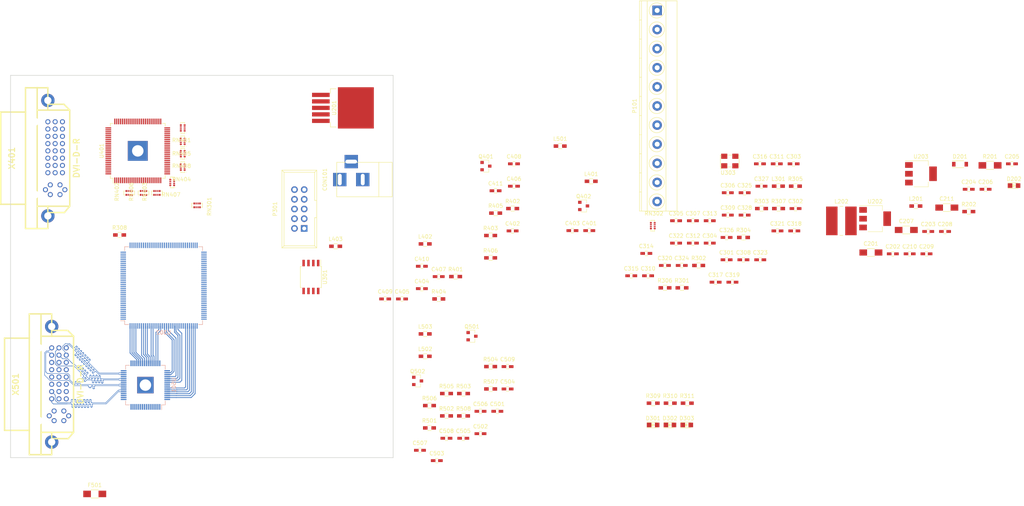
<source format=kicad_pcb>
(kicad_pcb (version 20160815) (host pcbnew "(2016-11-18 revision 19ce3f2)-master")

  (general
    (links 459)
    (no_connects 451)
    (area 19.924999 19.924999 120.075001 120.075001)
    (thickness 1.6)
    (drawings 4)
    (tracks 1634)
    (zones 0)
    (modules 128)
    (nets 243)
  )

  (page A4)
  (layers
    (0 F.Cu signal)
    (1 In1.Cu signal)
    (2 In2.Cu signal)
    (31 B.Cu signal)
    (33 F.Adhes user)
    (35 F.Paste user)
    (37 F.SilkS user)
    (39 F.Mask user)
    (40 Dwgs.User user)
    (41 Cmts.User user)
    (42 Eco1.User user)
    (43 Eco2.User user)
    (44 Edge.Cuts user)
    (45 Margin user)
    (47 F.CrtYd user)
    (49 F.Fab user)
  )

  (setup
    (last_trace_width 0.2)
    (user_trace_width 0.15)
    (user_trace_width 0.2)
    (trace_clearance 0.2)
    (zone_clearance 0.508)
    (zone_45_only no)
    (trace_min 0.15)
    (segment_width 0.2)
    (edge_width 0.15)
    (via_size 0.8)
    (via_drill 0.4)
    (via_min_size 0.4)
    (via_min_drill 0.3)
    (uvia_size 0.3)
    (uvia_drill 0.1)
    (uvias_allowed no)
    (uvia_min_size 0.2)
    (uvia_min_drill 0.1)
    (pcb_text_width 0.3)
    (pcb_text_size 1.5 1.5)
    (mod_edge_width 0.15)
    (mod_text_size 1 1)
    (mod_text_width 0.15)
    (pad_size 1.524 1.524)
    (pad_drill 0.762)
    (pad_to_mask_clearance 0.2)
    (aux_axis_origin 0 0)
    (visible_elements FFFFFF7F)
    (pcbplotparams
      (layerselection 0x00030_ffffffff)
      (usegerberextensions false)
      (excludeedgelayer true)
      (linewidth 0.100000)
      (plotframeref false)
      (viasonmask false)
      (mode 1)
      (useauxorigin false)
      (hpglpennumber 1)
      (hpglpenspeed 20)
      (hpglpendiameter 15)
      (psnegative false)
      (psa4output false)
      (plotreference true)
      (plotvalue true)
      (plotinvisibletext false)
      (padsonsilk false)
      (subtractmaskfromsilk false)
      (outputformat 1)
      (mirror false)
      (drillshape 1)
      (scaleselection 1)
      (outputdirectory ""))
  )

  (net 0 "")
  (net 1 /power/VIN)
  (net 2 GND)
  (net 3 "Net-(C202-Pad2)")
  (net 4 +2V5)
  (net 5 +3V3)
  (net 6 +1V2)
  (net 7 "Net-(C302-Pad2)")
  (net 8 +V_IO)
  (net 9 "Net-(C401-Pad1)")
  (net 10 "Net-(C402-Pad1)")
  (net 11 "Net-(C403-Pad1)")
  (net 12 /dvi_out/TVDD)
  (net 13 "Net-(C504-Pad1)")
  (net 14 "Net-(C505-Pad1)")
  (net 15 "Net-(D201-Pad1)")
  (net 16 "Net-(D202-Pad2)")
  (net 17 "Net-(F501-Pad1)")
  (net 18 +5V)
  (net 19 /GPIO0)
  (net 20 /GPIO1)
  (net 21 /GPIO2)
  (net 22 /GPIO3)
  (net 23 /GPIO4)
  (net 24 /GPIO5)
  (net 25 /GPIO6)
  (net 26 /GPIO7)
  (net 27 "Net-(P301-Pad9)")
  (net 28 "Net-(P301-Pad8)")
  (net 29 "Net-(P301-Pad7)")
  (net 30 "Net-(P301-Pad6)")
  (net 31 "Net-(P301-Pad5)")
  (net 32 "Net-(P301-Pad4)")
  (net 33 "Net-(P301-Pad3)")
  (net 34 "Net-(P301-Pad1)")
  (net 35 /dvi_in/DDCDAT_IN)
  (net 36 /dvi_in/DDCDAT)
  (net 37 /dvi_in/DDCCLK)
  (net 38 /dvi_in/DDCCLK_IN)
  (net 39 /dvi_out/DDCDAT)
  (net 40 /dvi_out/DDCCLK)
  (net 41 "Net-(R301-Pad1)")
  (net 42 "Net-(R302-Pad1)")
  (net 43 "Net-(R303-Pad1)")
  (net 44 "Net-(R304-Pad1)")
  (net 45 "Net-(R305-Pad1)")
  (net 46 "Net-(R306-Pad1)")
  (net 47 /fpga/CLK50)
  (net 48 "Net-(R307-Pad2)")
  (net 49 /dvi_out/TXCLK+)
  (net 50 "Net-(R308-Pad1)")
  (net 51 /fpga/CLKIN)
  (net 52 "Net-(R401-Pad1)")
  (net 53 /dvi_in/HOTPLUG)
  (net 54 "Net-(R501-Pad1)")
  (net 55 /dvi_out/MSEN)
  (net 56 "Net-(R503-Pad2)")
  (net 57 /dvi_out/HOTPLUG)
  (net 58 "Net-(R504-Pad1)")
  (net 59 "Net-(RN301-Pad7)")
  (net 60 "Net-(RN301-Pad6)")
  (net 61 "Net-(RN301-Pad5)")
  (net 62 "Net-(RN301-Pad8)")
  (net 63 /dvi_out/CTL1)
  (net 64 /dvi_out/DE)
  (net 65 /dvi_out/VSYNC)
  (net 66 /dvi_out/HSYNC)
  (net 67 /dvi_out/CTL2)
  (net 68 /dvi_out/CTL3)
  (net 69 "Net-(RN302-Pad3)")
  (net 70 "Net-(RN302-Pad4)")
  (net 71 "Net-(RN302-Pad8)")
  (net 72 "Net-(RN302-Pad5)")
  (net 73 "Net-(RN302-Pad6)")
  (net 74 "Net-(RN302-Pad7)")
  (net 75 /dvi_in/DE)
  (net 76 /dvi_in/VSYNC)
  (net 77 /dvi_in/HSYNC)
  (net 78 "Net-(RN401-Pad4)")
  (net 79 "Net-(RN401-Pad8)")
  (net 80 "Net-(RN401-Pad5)")
  (net 81 "Net-(RN401-Pad6)")
  (net 82 "Net-(RN401-Pad7)")
  (net 83 "Net-(RN402-Pad7)")
  (net 84 "Net-(RN402-Pad6)")
  (net 85 "Net-(RN402-Pad5)")
  (net 86 "Net-(RN402-Pad8)")
  (net 87 /dvi_in/DATI3)
  (net 88 /dvi_in/DATI2)
  (net 89 /dvi_in/DATI1)
  (net 90 /dvi_in/DATI0)
  (net 91 "Net-(RN403-Pad7)")
  (net 92 "Net-(RN403-Pad6)")
  (net 93 "Net-(RN403-Pad5)")
  (net 94 "Net-(RN403-Pad8)")
  (net 95 /dvi_in/DATI11)
  (net 96 /dvi_in/DATI10)
  (net 97 /dvi_in/DATI9)
  (net 98 /dvi_in/DATI8)
  (net 99 "Net-(RN404-Pad7)")
  (net 100 "Net-(RN404-Pad6)")
  (net 101 "Net-(RN404-Pad5)")
  (net 102 "Net-(RN404-Pad8)")
  (net 103 /dvi_in/DATI19)
  (net 104 /dvi_in/DATI18)
  (net 105 /dvi_in/DATI17)
  (net 106 /dvi_in/DATI16)
  (net 107 "Net-(RN405-Pad7)")
  (net 108 "Net-(RN405-Pad6)")
  (net 109 "Net-(RN405-Pad5)")
  (net 110 "Net-(RN405-Pad8)")
  (net 111 /dvi_in/CTL3)
  (net 112 /dvi_in/CTL2)
  (net 113 /dvi_in/CTL1)
  (net 114 "Net-(RN405-Pad1)")
  (net 115 /dvi_in/DATI4)
  (net 116 /dvi_in/DATI5)
  (net 117 /dvi_in/DATI6)
  (net 118 /dvi_in/DATI7)
  (net 119 "Net-(RN406-Pad8)")
  (net 120 "Net-(RN406-Pad5)")
  (net 121 "Net-(RN406-Pad6)")
  (net 122 "Net-(RN406-Pad7)")
  (net 123 /dvi_in/DATI12)
  (net 124 /dvi_in/DATI13)
  (net 125 /dvi_in/DATI14)
  (net 126 /dvi_in/DATI15)
  (net 127 "Net-(RN407-Pad8)")
  (net 128 "Net-(RN407-Pad5)")
  (net 129 "Net-(RN407-Pad6)")
  (net 130 "Net-(RN407-Pad7)")
  (net 131 /dvi_in/DATI20)
  (net 132 /dvi_in/DATI21)
  (net 133 /dvi_in/DATI22)
  (net 134 /dvi_in/DATI23)
  (net 135 "Net-(RN408-Pad8)")
  (net 136 "Net-(RN408-Pad5)")
  (net 137 "Net-(RN408-Pad6)")
  (net 138 "Net-(RN408-Pad7)")
  (net 139 /dvi_out/DATO4)
  (net 140 /dvi_out/DATO5)
  (net 141 /dvi_out/DATO6)
  (net 142 /dvi_out/DATO7)
  (net 143 /dvi_out/DATO12)
  (net 144 /dvi_out/DATO13)
  (net 145 /dvi_out/DATO14)
  (net 146 /dvi_out/DATO15)
  (net 147 /dvi_out/DATO20)
  (net 148 /dvi_out/DATO21)
  (net 149 /dvi_out/DATO22)
  (net 150 /dvi_out/DATO23)
  (net 151 /dvi_out/DATO3)
  (net 152 /dvi_out/DATO2)
  (net 153 /dvi_out/DATO1)
  (net 154 /dvi_out/DATO0)
  (net 155 /dvi_out/DATO11)
  (net 156 /dvi_out/DATO10)
  (net 157 /dvi_out/DATO9)
  (net 158 /dvi_out/DATO8)
  (net 159 /dvi_out/DATO19)
  (net 160 /dvi_out/DATO18)
  (net 161 /dvi_out/DATO17)
  (net 162 /dvi_out/DATO16)
  (net 163 /fpga/DCLK)
  (net 164 /fpga/ASDI)
  (net 165 /fpga/DATA)
  (net 166 /fpga/nCS)
  (net 167 "Net-(U302-Pad127)")
  (net 168 "Net-(U302-Pad67)")
  (net 169 /dvi_in/LINK_ACT)
  (net 170 "Net-(U302-Pad44)")
  (net 171 "Net-(U302-Pad34)")
  (net 172 /dvi_in/PDOWN)
  (net 173 /dvi_out/EDGE)
  (net 174 /dvi_out/DKEN)
  (net 175 "Net-(U303-Pad1)")
  (net 176 "Net-(U401-Pad96)")
  (net 177 /dvi_in/RxC-)
  (net 178 /dvi_in/RxC+)
  (net 179 /dvi_in/Rx0+)
  (net 180 /dvi_in/Rx1-)
  (net 181 /dvi_in/Rx1+)
  (net 182 /dvi_in/Rx2-)
  (net 183 /dvi_in/Rx2+)
  (net 184 "Net-(U401-Pad18)")
  (net 185 "Net-(U401-Pad77)")
  (net 186 "Net-(U401-Pad75)")
  (net 187 "Net-(U401-Pad74)")
  (net 188 "Net-(U401-Pad73)")
  (net 189 "Net-(U401-Pad72)")
  (net 190 "Net-(U401-Pad71)")
  (net 191 "Net-(U401-Pad70)")
  (net 192 "Net-(U401-Pad69)")
  (net 193 "Net-(U401-Pad66)")
  (net 194 "Net-(U401-Pad65)")
  (net 195 "Net-(U401-Pad64)")
  (net 196 "Net-(U401-Pad63)")
  (net 197 "Net-(U401-Pad62)")
  (net 198 "Net-(U401-Pad61)")
  (net 199 "Net-(U401-Pad60)")
  (net 200 "Net-(U401-Pad59)")
  (net 201 "Net-(U401-Pad56)")
  (net 202 "Net-(U401-Pad55)")
  (net 203 "Net-(U401-Pad54)")
  (net 204 "Net-(U401-Pad53)")
  (net 205 "Net-(U401-Pad52)")
  (net 206 "Net-(U401-Pad51)")
  (net 207 "Net-(U401-Pad50)")
  (net 208 "Net-(U401-Pad49)")
  (net 209 "Net-(U501-Pad56)")
  (net 210 "Net-(U501-Pad49)")
  (net 211 /dvi_out/TX2+)
  (net 212 /dvi_out/TX2-)
  (net 213 /dvi_out/TX1+)
  (net 214 /dvi_out/TX1-)
  (net 215 /dvi_out/TX0+)
  (net 216 /dvi_out/TX0-)
  (net 217 /dvi_out/TXC+)
  (net 218 /dvi_out/TXC-)
  (net 219 "Net-(X401-Pad8)")
  (net 220 "Net-(X401-Pad21)")
  (net 221 "Net-(X401-Pad20)")
  (net 222 "Net-(X401-Pad14)")
  (net 223 "Net-(X401-Pad13)")
  (net 224 "Net-(X401-Pad12)")
  (net 225 "Net-(X401-Pad5)")
  (net 226 "Net-(X401-Pad4)")
  (net 227 "Net-(X501-Pad4)")
  (net 228 "Net-(X501-Pad5)")
  (net 229 "Net-(X501-Pad11)")
  (net 230 "Net-(X501-Pad12)")
  (net 231 "Net-(X501-Pad13)")
  (net 232 "Net-(X501-Pad19)")
  (net 233 "Net-(X501-Pad20)")
  (net 234 "Net-(X501-Pad21)")
  (net 235 "Net-(X501-Pad8)")
  (net 236 "Net-(D301-Pad2)")
  (net 237 "Net-(D302-Pad2)")
  (net 238 "Net-(D303-Pad2)")
  (net 239 "Net-(R309-Pad1)")
  (net 240 "Net-(R310-Pad1)")
  (net 241 "Net-(R311-Pad1)")
  (net 242 /dvi_in/Rx0-)

  (net_class Default "This is the default net class."
    (clearance 0.2)
    (trace_width 0.25)
    (via_dia 0.8)
    (via_drill 0.4)
    (uvia_dia 0.3)
    (uvia_drill 0.1)
    (diff_pair_gap 0.25)
    (diff_pair_width 0.2)
    (add_net +1V2)
    (add_net +2V5)
    (add_net +3V3)
    (add_net +5V)
    (add_net +V_IO)
    (add_net /GPIO0)
    (add_net /GPIO1)
    (add_net /GPIO2)
    (add_net /GPIO3)
    (add_net /GPIO4)
    (add_net /GPIO5)
    (add_net /GPIO6)
    (add_net /GPIO7)
    (add_net /dvi_in/CTL1)
    (add_net /dvi_in/CTL2)
    (add_net /dvi_in/CTL3)
    (add_net /dvi_in/DATI0)
    (add_net /dvi_in/DATI1)
    (add_net /dvi_in/DATI10)
    (add_net /dvi_in/DATI11)
    (add_net /dvi_in/DATI12)
    (add_net /dvi_in/DATI13)
    (add_net /dvi_in/DATI14)
    (add_net /dvi_in/DATI15)
    (add_net /dvi_in/DATI16)
    (add_net /dvi_in/DATI17)
    (add_net /dvi_in/DATI18)
    (add_net /dvi_in/DATI19)
    (add_net /dvi_in/DATI2)
    (add_net /dvi_in/DATI20)
    (add_net /dvi_in/DATI21)
    (add_net /dvi_in/DATI22)
    (add_net /dvi_in/DATI23)
    (add_net /dvi_in/DATI3)
    (add_net /dvi_in/DATI4)
    (add_net /dvi_in/DATI5)
    (add_net /dvi_in/DATI6)
    (add_net /dvi_in/DATI7)
    (add_net /dvi_in/DATI8)
    (add_net /dvi_in/DATI9)
    (add_net /dvi_in/DDCCLK)
    (add_net /dvi_in/DDCCLK_IN)
    (add_net /dvi_in/DDCDAT)
    (add_net /dvi_in/DDCDAT_IN)
    (add_net /dvi_in/DE)
    (add_net /dvi_in/HOTPLUG)
    (add_net /dvi_in/HSYNC)
    (add_net /dvi_in/LINK_ACT)
    (add_net /dvi_in/PDOWN)
    (add_net /dvi_in/Rx0+)
    (add_net /dvi_in/Rx0-)
    (add_net /dvi_in/Rx1+)
    (add_net /dvi_in/Rx1-)
    (add_net /dvi_in/Rx2+)
    (add_net /dvi_in/Rx2-)
    (add_net /dvi_in/RxC+)
    (add_net /dvi_in/RxC-)
    (add_net /dvi_in/VSYNC)
    (add_net /dvi_out/CTL1)
    (add_net /dvi_out/CTL2)
    (add_net /dvi_out/CTL3)
    (add_net /dvi_out/DATO0)
    (add_net /dvi_out/DATO1)
    (add_net /dvi_out/DATO10)
    (add_net /dvi_out/DATO11)
    (add_net /dvi_out/DATO12)
    (add_net /dvi_out/DATO13)
    (add_net /dvi_out/DATO14)
    (add_net /dvi_out/DATO15)
    (add_net /dvi_out/DATO16)
    (add_net /dvi_out/DATO17)
    (add_net /dvi_out/DATO18)
    (add_net /dvi_out/DATO19)
    (add_net /dvi_out/DATO2)
    (add_net /dvi_out/DATO20)
    (add_net /dvi_out/DATO21)
    (add_net /dvi_out/DATO22)
    (add_net /dvi_out/DATO23)
    (add_net /dvi_out/DATO3)
    (add_net /dvi_out/DATO4)
    (add_net /dvi_out/DATO5)
    (add_net /dvi_out/DATO6)
    (add_net /dvi_out/DATO7)
    (add_net /dvi_out/DATO8)
    (add_net /dvi_out/DATO9)
    (add_net /dvi_out/DDCCLK)
    (add_net /dvi_out/DDCDAT)
    (add_net /dvi_out/DE)
    (add_net /dvi_out/DKEN)
    (add_net /dvi_out/EDGE)
    (add_net /dvi_out/HOTPLUG)
    (add_net /dvi_out/HSYNC)
    (add_net /dvi_out/MSEN)
    (add_net /dvi_out/TVDD)
    (add_net /dvi_out/TX0+)
    (add_net /dvi_out/TX0-)
    (add_net /dvi_out/TX1+)
    (add_net /dvi_out/TX1-)
    (add_net /dvi_out/TX2+)
    (add_net /dvi_out/TX2-)
    (add_net /dvi_out/TXC+)
    (add_net /dvi_out/TXC-)
    (add_net /dvi_out/TXCLK+)
    (add_net /dvi_out/VSYNC)
    (add_net /fpga/ASDI)
    (add_net /fpga/CLK50)
    (add_net /fpga/CLKIN)
    (add_net /fpga/DATA)
    (add_net /fpga/DCLK)
    (add_net /fpga/nCS)
    (add_net /power/VIN)
    (add_net GND)
    (add_net "Net-(C202-Pad2)")
    (add_net "Net-(C302-Pad2)")
    (add_net "Net-(C401-Pad1)")
    (add_net "Net-(C402-Pad1)")
    (add_net "Net-(C403-Pad1)")
    (add_net "Net-(C504-Pad1)")
    (add_net "Net-(C505-Pad1)")
    (add_net "Net-(D201-Pad1)")
    (add_net "Net-(D202-Pad2)")
    (add_net "Net-(D301-Pad2)")
    (add_net "Net-(D302-Pad2)")
    (add_net "Net-(D303-Pad2)")
    (add_net "Net-(F501-Pad1)")
    (add_net "Net-(P301-Pad1)")
    (add_net "Net-(P301-Pad3)")
    (add_net "Net-(P301-Pad4)")
    (add_net "Net-(P301-Pad5)")
    (add_net "Net-(P301-Pad6)")
    (add_net "Net-(P301-Pad7)")
    (add_net "Net-(P301-Pad8)")
    (add_net "Net-(P301-Pad9)")
    (add_net "Net-(R301-Pad1)")
    (add_net "Net-(R302-Pad1)")
    (add_net "Net-(R303-Pad1)")
    (add_net "Net-(R304-Pad1)")
    (add_net "Net-(R305-Pad1)")
    (add_net "Net-(R306-Pad1)")
    (add_net "Net-(R307-Pad2)")
    (add_net "Net-(R308-Pad1)")
    (add_net "Net-(R309-Pad1)")
    (add_net "Net-(R310-Pad1)")
    (add_net "Net-(R311-Pad1)")
    (add_net "Net-(R401-Pad1)")
    (add_net "Net-(R501-Pad1)")
    (add_net "Net-(R503-Pad2)")
    (add_net "Net-(R504-Pad1)")
    (add_net "Net-(RN301-Pad5)")
    (add_net "Net-(RN301-Pad6)")
    (add_net "Net-(RN301-Pad7)")
    (add_net "Net-(RN301-Pad8)")
    (add_net "Net-(RN302-Pad3)")
    (add_net "Net-(RN302-Pad4)")
    (add_net "Net-(RN302-Pad5)")
    (add_net "Net-(RN302-Pad6)")
    (add_net "Net-(RN302-Pad7)")
    (add_net "Net-(RN302-Pad8)")
    (add_net "Net-(RN401-Pad4)")
    (add_net "Net-(RN401-Pad5)")
    (add_net "Net-(RN401-Pad6)")
    (add_net "Net-(RN401-Pad7)")
    (add_net "Net-(RN401-Pad8)")
    (add_net "Net-(RN402-Pad5)")
    (add_net "Net-(RN402-Pad6)")
    (add_net "Net-(RN402-Pad7)")
    (add_net "Net-(RN402-Pad8)")
    (add_net "Net-(RN403-Pad5)")
    (add_net "Net-(RN403-Pad6)")
    (add_net "Net-(RN403-Pad7)")
    (add_net "Net-(RN403-Pad8)")
    (add_net "Net-(RN404-Pad5)")
    (add_net "Net-(RN404-Pad6)")
    (add_net "Net-(RN404-Pad7)")
    (add_net "Net-(RN404-Pad8)")
    (add_net "Net-(RN405-Pad1)")
    (add_net "Net-(RN405-Pad5)")
    (add_net "Net-(RN405-Pad6)")
    (add_net "Net-(RN405-Pad7)")
    (add_net "Net-(RN405-Pad8)")
    (add_net "Net-(RN406-Pad5)")
    (add_net "Net-(RN406-Pad6)")
    (add_net "Net-(RN406-Pad7)")
    (add_net "Net-(RN406-Pad8)")
    (add_net "Net-(RN407-Pad5)")
    (add_net "Net-(RN407-Pad6)")
    (add_net "Net-(RN407-Pad7)")
    (add_net "Net-(RN407-Pad8)")
    (add_net "Net-(RN408-Pad5)")
    (add_net "Net-(RN408-Pad6)")
    (add_net "Net-(RN408-Pad7)")
    (add_net "Net-(RN408-Pad8)")
    (add_net "Net-(U302-Pad127)")
    (add_net "Net-(U302-Pad34)")
    (add_net "Net-(U302-Pad44)")
    (add_net "Net-(U302-Pad67)")
    (add_net "Net-(U303-Pad1)")
    (add_net "Net-(U401-Pad18)")
    (add_net "Net-(U401-Pad49)")
    (add_net "Net-(U401-Pad50)")
    (add_net "Net-(U401-Pad51)")
    (add_net "Net-(U401-Pad52)")
    (add_net "Net-(U401-Pad53)")
    (add_net "Net-(U401-Pad54)")
    (add_net "Net-(U401-Pad55)")
    (add_net "Net-(U401-Pad56)")
    (add_net "Net-(U401-Pad59)")
    (add_net "Net-(U401-Pad60)")
    (add_net "Net-(U401-Pad61)")
    (add_net "Net-(U401-Pad62)")
    (add_net "Net-(U401-Pad63)")
    (add_net "Net-(U401-Pad64)")
    (add_net "Net-(U401-Pad65)")
    (add_net "Net-(U401-Pad66)")
    (add_net "Net-(U401-Pad69)")
    (add_net "Net-(U401-Pad70)")
    (add_net "Net-(U401-Pad71)")
    (add_net "Net-(U401-Pad72)")
    (add_net "Net-(U401-Pad73)")
    (add_net "Net-(U401-Pad74)")
    (add_net "Net-(U401-Pad75)")
    (add_net "Net-(U401-Pad77)")
    (add_net "Net-(U401-Pad96)")
    (add_net "Net-(U501-Pad49)")
    (add_net "Net-(U501-Pad56)")
    (add_net "Net-(X401-Pad12)")
    (add_net "Net-(X401-Pad13)")
    (add_net "Net-(X401-Pad14)")
    (add_net "Net-(X401-Pad20)")
    (add_net "Net-(X401-Pad21)")
    (add_net "Net-(X401-Pad4)")
    (add_net "Net-(X401-Pad5)")
    (add_net "Net-(X401-Pad8)")
    (add_net "Net-(X501-Pad11)")
    (add_net "Net-(X501-Pad12)")
    (add_net "Net-(X501-Pad13)")
    (add_net "Net-(X501-Pad19)")
    (add_net "Net-(X501-Pad20)")
    (add_net "Net-(X501-Pad21)")
    (add_net "Net-(X501-Pad4)")
    (add_net "Net-(X501-Pad5)")
    (add_net "Net-(X501-Pad8)")
  )

  (module dvi:dvi (layer F.Cu) (tedit 0) (tstamp 584DB9AE)
    (at 27.448 100.81 270)
    (descr "DVI connector, Tyco P/N 1-1734147-1")
    (path /583BE4A7/5847F98E)
    (fp_text reference X501 (at 0 6.10108 270) (layer F.SilkS)
      (effects (font (thickness 0.3048)))
    )
    (fp_text value DVI-D-R (at 0 -10.795 270) (layer F.SilkS)
      (effects (font (thickness 0.3048)))
    )
    (fp_line (start -12.573 -9.017) (end -14.097 -7.493) (layer F.SilkS) (width 0.381))
    (fp_line (start -14.097 -7.493) (end -14.097 -3.302) (layer F.SilkS) (width 0.381))
    (fp_line (start 14.224 -7.62) (end 14.224 -3.302) (layer F.SilkS) (width 0.381))
    (fp_line (start 12.573 -9.017) (end 14.224 -7.62) (layer F.SilkS) (width 0.381))
    (fp_line (start -12.573 -9.017) (end -12.573 -0.508) (layer F.SilkS) (width 0.381))
    (fp_line (start 12.573 -9.017) (end 12.573 -0.508) (layer F.SilkS) (width 0.381))
    (fp_line (start -18.415 -0.508) (end -18.415 -3.302) (layer F.SilkS) (width 0.381))
    (fp_line (start -18.415 -3.302) (end -12.573 -3.302) (layer F.SilkS) (width 0.381))
    (fp_line (start 18.415 -0.508) (end 18.415 -3.302) (layer F.SilkS) (width 0.381))
    (fp_line (start 18.415 -3.302) (end 12.573 -3.302) (layer F.SilkS) (width 0.381))
    (fp_line (start 18.415 -0.508) (end 18.415 2.54) (layer F.SilkS) (width 0.381))
    (fp_line (start -18.415 -0.508) (end -18.415 2.54) (layer F.SilkS) (width 0.381))
    (fp_line (start -18.415 -0.508) (end 18.415 -0.508) (layer F.SilkS) (width 0.381))
    (fp_line (start -12.573 -9.017) (end 12.573 -9.017) (layer F.SilkS) (width 0.381))
    (fp_line (start -12.065 9.017) (end 12.065 9.017) (layer F.SilkS) (width 0.381))
    (fp_line (start 12.065 9.017) (end 12.065 2.54) (layer F.SilkS) (width 0.381))
    (fp_line (start -12.065 9.017) (end -12.065 2.54) (layer F.SilkS) (width 0.381))
    (fp_line (start -18.415 2.54) (end 18.415 2.54) (layer F.SilkS) (width 0.381))
    (pad "" thru_hole circle (at 15.11046 -3.302 270) (size 3.50012 3.50012) (drill 1.89992) (layers *.Cu *.Mask))
    (pad 3 thru_hole circle (at -5.715 -7.112 270) (size 1.30048 1.30048) (drill 0.8001) (layers *.Cu *.Mask)
      (net 2 GND))
    (pad 2 thru_hole circle (at -7.62 -7.112 270) (size 1.30048 1.30048) (drill 0.8001) (layers *.Cu *.Mask)
      (net 211 /dvi_out/TX2+))
    (pad 1 thru_hole circle (at -9.525 -7.112 270) (size 1.30048 1.30048) (drill 0.8001) (layers *.Cu *.Mask)
      (net 212 /dvi_out/TX2-))
    (pad 4 thru_hole circle (at -3.81 -7.112 270) (size 1.30048 1.30048) (drill 0.8001) (layers *.Cu *.Mask)
      (net 227 "Net-(X501-Pad4)"))
    (pad 5 thru_hole circle (at -1.905 -7.112 270) (size 1.30048 1.30048) (drill 0.8001) (layers *.Cu *.Mask)
      (net 228 "Net-(X501-Pad5)"))
    (pad 9 thru_hole circle (at -9.525 -5.207 270) (size 1.30048 1.30048) (drill 0.8001) (layers *.Cu *.Mask)
      (net 214 /dvi_out/TX1-))
    (pad 7 thru_hole circle (at 1.905 -7.112 270) (size 1.30048 1.30048) (drill 0.8001) (layers *.Cu *.Mask)
      (net 39 /dvi_out/DDCDAT))
    (pad 6 thru_hole circle (at 0 -7.112 270) (size 1.30048 1.30048) (drill 0.8001) (layers *.Cu *.Mask)
      (net 40 /dvi_out/DDCCLK))
    (pad "" thru_hole circle (at -15.11046 -3.302 270) (size 3.50012 3.50012) (drill 1.89992) (layers *.Cu *.Mask))
    (pad 10 thru_hole circle (at -7.62 -5.207 270) (size 1.30048 1.30048) (drill 0.8001) (layers *.Cu *.Mask)
      (net 213 /dvi_out/TX1+))
    (pad 11 thru_hole circle (at -5.715 -5.207 270) (size 1.30048 1.30048) (drill 0.8001) (layers *.Cu *.Mask)
      (net 229 "Net-(X501-Pad11)"))
    (pad 12 thru_hole circle (at -3.81 -5.207 270) (size 1.30048 1.30048) (drill 0.8001) (layers *.Cu *.Mask)
      (net 230 "Net-(X501-Pad12)"))
    (pad 13 thru_hole circle (at -1.905 -5.207 270) (size 1.30048 1.30048) (drill 0.8001) (layers *.Cu *.Mask)
      (net 231 "Net-(X501-Pad13)"))
    (pad 14 thru_hole circle (at 0 -5.207 270) (size 1.30048 1.30048) (drill 0.8001) (layers *.Cu *.Mask)
      (net 17 "Net-(F501-Pad1)"))
    (pad 15 thru_hole circle (at 1.905 -5.207 270) (size 1.30048 1.30048) (drill 0.8001) (layers *.Cu *.Mask)
      (net 2 GND))
    (pad 16 thru_hole circle (at 3.81 -5.207 270) (size 1.30048 1.30048) (drill 0.8001) (layers *.Cu *.Mask)
      (net 58 "Net-(R504-Pad1)"))
    (pad 17 thru_hole circle (at -9.525 -3.302 270) (size 1.30048 1.30048) (drill 0.8001) (layers *.Cu *.Mask)
      (net 216 /dvi_out/TX0-))
    (pad 18 thru_hole circle (at -7.62 -3.302 270) (size 1.30048 1.30048) (drill 0.8001) (layers *.Cu *.Mask)
      (net 215 /dvi_out/TX0+))
    (pad 19 thru_hole circle (at -5.715 -3.302 270) (size 1.30048 1.30048) (drill 0.8001) (layers *.Cu *.Mask)
      (net 232 "Net-(X501-Pad19)"))
    (pad 20 thru_hole circle (at -3.81 -3.302 270) (size 1.30048 1.30048) (drill 0.8001) (layers *.Cu *.Mask)
      (net 233 "Net-(X501-Pad20)"))
    (pad 21 thru_hole circle (at -1.905 -3.302 270) (size 1.30048 1.30048) (drill 0.8001) (layers *.Cu *.Mask)
      (net 234 "Net-(X501-Pad21)"))
    (pad 22 thru_hole circle (at 0 -3.302 270) (size 1.30048 1.30048) (drill 0.8001) (layers *.Cu *.Mask)
      (net 2 GND))
    (pad 23 thru_hole circle (at 1.905 -3.302 270) (size 1.30048 1.30048) (drill 0.8001) (layers *.Cu *.Mask)
      (net 217 /dvi_out/TXC+))
    (pad 24 thru_hole circle (at 3.81 -3.302 270) (size 1.30048 1.30048) (drill 0.8001) (layers *.Cu *.Mask)
      (net 218 /dvi_out/TXC-))
    (pad 8 thru_hole circle (at 3.81 -7.112 270) (size 1.30048 1.30048) (drill 0.8001) (layers *.Cu *.Mask)
      (net 235 "Net-(X501-Pad8)"))
    (pad C2 thru_hole circle (at 9.525 -6.477 270) (size 1.30048 1.30048) (drill 0.8001) (layers *.Cu *.Mask))
    (pad C1 thru_hole circle (at 6.985 -6.477 270) (size 1.30048 1.30048) (drill 0.8001) (layers *.Cu *.Mask))
    (pad C3 thru_hole circle (at 6.985 -3.937 270) (size 1.30048 1.30048) (drill 0.8001) (layers *.Cu *.Mask))
    (pad C4 thru_hole circle (at 9.525 -3.937 270) (size 1.30048 1.30048) (drill 0.8001) (layers *.Cu *.Mask))
    (pad C5 thru_hole circle (at 8.255 -7.747 270) (size 1.30048 1.30048) (drill 0.8001) (layers *.Cu *.Mask))
    (pad C5 thru_hole circle (at 8.255 -2.667 270) (size 1.30048 1.30048) (drill 0.8001) (layers *.Cu *.Mask))
    (pad "" np_thru_hole circle (at -9.525 -0.00254 270) (size 1.99898 1.99898) (drill 1.99898) (layers *.Cu))
    (pad "" np_thru_hole circle (at 9.525 -0.00254 270) (size 1.99898 1.99898) (drill 1.99898) (layers *.Cu))
    (model walter/conn_pc/dvi.wrl
      (at (xyz 0 0 0))
      (scale (xyz 1 1 1))
      (rotate (xyz 0 0 0))
    )
  )

  (module Capacitors_SMD:C_1206_HandSoldering (layer F.Cu) (tedit 541A9C03) (tstamp 584DB4BE)
    (at 244.864777 66.336568)
    (descr "Capacitor SMD 1206, hand soldering")
    (tags "capacitor 1206")
    (path /5839A46D/5839CFD0)
    (attr smd)
    (fp_text reference C201 (at 0 -2.3) (layer F.SilkS)
      (effects (font (size 1 1) (thickness 0.15)))
    )
    (fp_text value 100u (at 0 2.3) (layer F.Fab)
      (effects (font (size 1 1) (thickness 0.15)))
    )
    (fp_line (start -1.6 0.8) (end -1.6 -0.8) (layer F.Fab) (width 0.15))
    (fp_line (start 1.6 0.8) (end -1.6 0.8) (layer F.Fab) (width 0.15))
    (fp_line (start 1.6 -0.8) (end 1.6 0.8) (layer F.Fab) (width 0.15))
    (fp_line (start -1.6 -0.8) (end 1.6 -0.8) (layer F.Fab) (width 0.15))
    (fp_line (start -3.3 -1.15) (end 3.3 -1.15) (layer F.CrtYd) (width 0.05))
    (fp_line (start -3.3 1.15) (end 3.3 1.15) (layer F.CrtYd) (width 0.05))
    (fp_line (start -3.3 -1.15) (end -3.3 1.15) (layer F.CrtYd) (width 0.05))
    (fp_line (start 3.3 -1.15) (end 3.3 1.15) (layer F.CrtYd) (width 0.05))
    (fp_line (start 1 -1.025) (end -1 -1.025) (layer F.SilkS) (width 0.15))
    (fp_line (start -1 1.025) (end 1 1.025) (layer F.SilkS) (width 0.15))
    (pad 1 smd rect (at -2 0) (size 2 1.6) (layers F.Cu F.Paste F.Mask)
      (net 1 /power/VIN))
    (pad 2 smd rect (at 2 0) (size 2 1.6) (layers F.Cu F.Paste F.Mask)
      (net 2 GND))
    (model Capacitors_SMD.3dshapes/C_1206_HandSoldering.wrl
      (at (xyz 0 0 0))
      (scale (xyz 1 1 1))
      (rotate (xyz 0 0 0))
    )
  )

  (module Capacitors_SMD:C_0603_HandSoldering (layer F.Cu) (tedit 541A9B4D) (tstamp 584DB4C4)
    (at 250.593347 66.686568)
    (descr "Capacitor SMD 0603, hand soldering")
    (tags "capacitor 0603")
    (path /5839A46D/5839CF57)
    (attr smd)
    (fp_text reference C202 (at 0 -1.9) (layer F.SilkS)
      (effects (font (size 1 1) (thickness 0.15)))
    )
    (fp_text value 100n (at 0 1.9) (layer F.Fab)
      (effects (font (size 1 1) (thickness 0.15)))
    )
    (fp_line (start 0.35 0.6) (end -0.35 0.6) (layer F.SilkS) (width 0.15))
    (fp_line (start -0.35 -0.6) (end 0.35 -0.6) (layer F.SilkS) (width 0.15))
    (fp_line (start 1.85 -0.75) (end 1.85 0.75) (layer F.CrtYd) (width 0.05))
    (fp_line (start -1.85 -0.75) (end -1.85 0.75) (layer F.CrtYd) (width 0.05))
    (fp_line (start -1.85 0.75) (end 1.85 0.75) (layer F.CrtYd) (width 0.05))
    (fp_line (start -1.85 -0.75) (end 1.85 -0.75) (layer F.CrtYd) (width 0.05))
    (fp_line (start -0.8 -0.4) (end 0.8 -0.4) (layer F.Fab) (width 0.15))
    (fp_line (start 0.8 -0.4) (end 0.8 0.4) (layer F.Fab) (width 0.15))
    (fp_line (start 0.8 0.4) (end -0.8 0.4) (layer F.Fab) (width 0.15))
    (fp_line (start -0.8 0.4) (end -0.8 -0.4) (layer F.Fab) (width 0.15))
    (pad 2 smd rect (at 0.95 0) (size 1.2 0.75) (layers F.Cu F.Paste F.Mask)
      (net 3 "Net-(C202-Pad2)"))
    (pad 1 smd rect (at -0.95 0) (size 1.2 0.75) (layers F.Cu F.Paste F.Mask)
      (net 2 GND))
    (model Capacitors_SMD.3dshapes/C_0603_HandSoldering.wrl
      (at (xyz 0 0 0))
      (scale (xyz 1 1 1))
      (rotate (xyz 0 0 0))
    )
  )

  (module Capacitors_SMD:C_0603_HandSoldering (layer F.Cu) (tedit 541A9B4D) (tstamp 584DB4CA)
    (at 259.843347 60.836568)
    (descr "Capacitor SMD 0603, hand soldering")
    (tags "capacitor 0603")
    (path /5839A46D/583A1362)
    (attr smd)
    (fp_text reference C203 (at 0 -1.9) (layer F.SilkS)
      (effects (font (size 1 1) (thickness 0.15)))
    )
    (fp_text value 100n (at 0 1.9) (layer F.Fab)
      (effects (font (size 1 1) (thickness 0.15)))
    )
    (fp_line (start -0.8 0.4) (end -0.8 -0.4) (layer F.Fab) (width 0.15))
    (fp_line (start 0.8 0.4) (end -0.8 0.4) (layer F.Fab) (width 0.15))
    (fp_line (start 0.8 -0.4) (end 0.8 0.4) (layer F.Fab) (width 0.15))
    (fp_line (start -0.8 -0.4) (end 0.8 -0.4) (layer F.Fab) (width 0.15))
    (fp_line (start -1.85 -0.75) (end 1.85 -0.75) (layer F.CrtYd) (width 0.05))
    (fp_line (start -1.85 0.75) (end 1.85 0.75) (layer F.CrtYd) (width 0.05))
    (fp_line (start -1.85 -0.75) (end -1.85 0.75) (layer F.CrtYd) (width 0.05))
    (fp_line (start 1.85 -0.75) (end 1.85 0.75) (layer F.CrtYd) (width 0.05))
    (fp_line (start -0.35 -0.6) (end 0.35 -0.6) (layer F.SilkS) (width 0.15))
    (fp_line (start 0.35 0.6) (end -0.35 0.6) (layer F.SilkS) (width 0.15))
    (pad 1 smd rect (at -0.95 0) (size 1.2 0.75) (layers F.Cu F.Paste F.Mask)
      (net 3 "Net-(C202-Pad2)"))
    (pad 2 smd rect (at 0.95 0) (size 1.2 0.75) (layers F.Cu F.Paste F.Mask)
      (net 2 GND))
    (model Capacitors_SMD.3dshapes/C_0603_HandSoldering.wrl
      (at (xyz 0 0 0))
      (scale (xyz 1 1 1))
      (rotate (xyz 0 0 0))
    )
  )

  (module Capacitors_SMD:C_0603_HandSoldering (layer F.Cu) (tedit 541A9B4D) (tstamp 584DB4D0)
    (at 270.433347 49.786568)
    (descr "Capacitor SMD 0603, hand soldering")
    (tags "capacitor 0603")
    (path /5839A46D/583A12DF)
    (attr smd)
    (fp_text reference C204 (at 0 -1.9) (layer F.SilkS)
      (effects (font (size 1 1) (thickness 0.15)))
    )
    (fp_text value 100n (at 0 1.9) (layer F.Fab)
      (effects (font (size 1 1) (thickness 0.15)))
    )
    (fp_line (start 0.35 0.6) (end -0.35 0.6) (layer F.SilkS) (width 0.15))
    (fp_line (start -0.35 -0.6) (end 0.35 -0.6) (layer F.SilkS) (width 0.15))
    (fp_line (start 1.85 -0.75) (end 1.85 0.75) (layer F.CrtYd) (width 0.05))
    (fp_line (start -1.85 -0.75) (end -1.85 0.75) (layer F.CrtYd) (width 0.05))
    (fp_line (start -1.85 0.75) (end 1.85 0.75) (layer F.CrtYd) (width 0.05))
    (fp_line (start -1.85 -0.75) (end 1.85 -0.75) (layer F.CrtYd) (width 0.05))
    (fp_line (start -0.8 -0.4) (end 0.8 -0.4) (layer F.Fab) (width 0.15))
    (fp_line (start 0.8 -0.4) (end 0.8 0.4) (layer F.Fab) (width 0.15))
    (fp_line (start 0.8 0.4) (end -0.8 0.4) (layer F.Fab) (width 0.15))
    (fp_line (start -0.8 0.4) (end -0.8 -0.4) (layer F.Fab) (width 0.15))
    (pad 2 smd rect (at 0.95 0) (size 1.2 0.75) (layers F.Cu F.Paste F.Mask)
      (net 2 GND))
    (pad 1 smd rect (at -0.95 0) (size 1.2 0.75) (layers F.Cu F.Paste F.Mask)
      (net 4 +2V5))
    (model Capacitors_SMD.3dshapes/C_0603_HandSoldering.wrl
      (at (xyz 0 0 0))
      (scale (xyz 1 1 1))
      (rotate (xyz 0 0 0))
    )
  )

  (module Capacitors_SMD:C_0603_HandSoldering (layer F.Cu) (tedit 541A9B4D) (tstamp 584DB4D6)
    (at 281.733347 43.136568)
    (descr "Capacitor SMD 0603, hand soldering")
    (tags "capacitor 0603")
    (path /5839A46D/583A189E)
    (attr smd)
    (fp_text reference C205 (at 0 -1.9) (layer F.SilkS)
      (effects (font (size 1 1) (thickness 0.15)))
    )
    (fp_text value 10u (at 0 1.9) (layer F.Fab)
      (effects (font (size 1 1) (thickness 0.15)))
    )
    (fp_line (start -0.8 0.4) (end -0.8 -0.4) (layer F.Fab) (width 0.15))
    (fp_line (start 0.8 0.4) (end -0.8 0.4) (layer F.Fab) (width 0.15))
    (fp_line (start 0.8 -0.4) (end 0.8 0.4) (layer F.Fab) (width 0.15))
    (fp_line (start -0.8 -0.4) (end 0.8 -0.4) (layer F.Fab) (width 0.15))
    (fp_line (start -1.85 -0.75) (end 1.85 -0.75) (layer F.CrtYd) (width 0.05))
    (fp_line (start -1.85 0.75) (end 1.85 0.75) (layer F.CrtYd) (width 0.05))
    (fp_line (start -1.85 -0.75) (end -1.85 0.75) (layer F.CrtYd) (width 0.05))
    (fp_line (start 1.85 -0.75) (end 1.85 0.75) (layer F.CrtYd) (width 0.05))
    (fp_line (start -0.35 -0.6) (end 0.35 -0.6) (layer F.SilkS) (width 0.15))
    (fp_line (start 0.35 0.6) (end -0.35 0.6) (layer F.SilkS) (width 0.15))
    (pad 1 smd rect (at -0.95 0) (size 1.2 0.75) (layers F.Cu F.Paste F.Mask)
      (net 4 +2V5))
    (pad 2 smd rect (at 0.95 0) (size 1.2 0.75) (layers F.Cu F.Paste F.Mask)
      (net 2 GND))
    (model Capacitors_SMD.3dshapes/C_0603_HandSoldering.wrl
      (at (xyz 0 0 0))
      (scale (xyz 1 1 1))
      (rotate (xyz 0 0 0))
    )
  )

  (module Capacitors_SMD:C_0603_HandSoldering (layer F.Cu) (tedit 541A9B4D) (tstamp 584DB4DC)
    (at 274.833347 49.786568)
    (descr "Capacitor SMD 0603, hand soldering")
    (tags "capacitor 0603")
    (path /5839A46D/5839CB13)
    (attr smd)
    (fp_text reference C206 (at 0 -1.9) (layer F.SilkS)
      (effects (font (size 1 1) (thickness 0.15)))
    )
    (fp_text value 100n (at 0 1.9) (layer F.Fab)
      (effects (font (size 1 1) (thickness 0.15)))
    )
    (fp_line (start -0.8 0.4) (end -0.8 -0.4) (layer F.Fab) (width 0.15))
    (fp_line (start 0.8 0.4) (end -0.8 0.4) (layer F.Fab) (width 0.15))
    (fp_line (start 0.8 -0.4) (end 0.8 0.4) (layer F.Fab) (width 0.15))
    (fp_line (start -0.8 -0.4) (end 0.8 -0.4) (layer F.Fab) (width 0.15))
    (fp_line (start -1.85 -0.75) (end 1.85 -0.75) (layer F.CrtYd) (width 0.05))
    (fp_line (start -1.85 0.75) (end 1.85 0.75) (layer F.CrtYd) (width 0.05))
    (fp_line (start -1.85 -0.75) (end -1.85 0.75) (layer F.CrtYd) (width 0.05))
    (fp_line (start 1.85 -0.75) (end 1.85 0.75) (layer F.CrtYd) (width 0.05))
    (fp_line (start -0.35 -0.6) (end 0.35 -0.6) (layer F.SilkS) (width 0.15))
    (fp_line (start 0.35 0.6) (end -0.35 0.6) (layer F.SilkS) (width 0.15))
    (pad 1 smd rect (at -0.95 0) (size 1.2 0.75) (layers F.Cu F.Paste F.Mask)
      (net 2 GND))
    (pad 2 smd rect (at 0.95 0) (size 1.2 0.75) (layers F.Cu F.Paste F.Mask)
      (net 5 +3V3))
    (model Capacitors_SMD.3dshapes/C_0603_HandSoldering.wrl
      (at (xyz 0 0 0))
      (scale (xyz 1 1 1))
      (rotate (xyz 0 0 0))
    )
  )

  (module Capacitors_SMD:C_1206_HandSoldering (layer F.Cu) (tedit 541A9C03) (tstamp 584DB4E2)
    (at 254.114777 60.436568)
    (descr "Capacitor SMD 1206, hand soldering")
    (tags "capacitor 1206")
    (path /5839A46D/5839CB5E)
    (attr smd)
    (fp_text reference C207 (at 0 -2.3) (layer F.SilkS)
      (effects (font (size 1 1) (thickness 0.15)))
    )
    (fp_text value 100u (at 0 2.3) (layer F.Fab)
      (effects (font (size 1 1) (thickness 0.15)))
    )
    (fp_line (start -1 1.025) (end 1 1.025) (layer F.SilkS) (width 0.15))
    (fp_line (start 1 -1.025) (end -1 -1.025) (layer F.SilkS) (width 0.15))
    (fp_line (start 3.3 -1.15) (end 3.3 1.15) (layer F.CrtYd) (width 0.05))
    (fp_line (start -3.3 -1.15) (end -3.3 1.15) (layer F.CrtYd) (width 0.05))
    (fp_line (start -3.3 1.15) (end 3.3 1.15) (layer F.CrtYd) (width 0.05))
    (fp_line (start -3.3 -1.15) (end 3.3 -1.15) (layer F.CrtYd) (width 0.05))
    (fp_line (start -1.6 -0.8) (end 1.6 -0.8) (layer F.Fab) (width 0.15))
    (fp_line (start 1.6 -0.8) (end 1.6 0.8) (layer F.Fab) (width 0.15))
    (fp_line (start 1.6 0.8) (end -1.6 0.8) (layer F.Fab) (width 0.15))
    (fp_line (start -1.6 0.8) (end -1.6 -0.8) (layer F.Fab) (width 0.15))
    (pad 2 smd rect (at 2 0) (size 2 1.6) (layers F.Cu F.Paste F.Mask)
      (net 2 GND))
    (pad 1 smd rect (at -2 0) (size 2 1.6) (layers F.Cu F.Paste F.Mask)
      (net 5 +3V3))
    (model Capacitors_SMD.3dshapes/C_1206_HandSoldering.wrl
      (at (xyz 0 0 0))
      (scale (xyz 1 1 1))
      (rotate (xyz 0 0 0))
    )
  )

  (module Capacitors_SMD:C_0603_HandSoldering (layer F.Cu) (tedit 541A9B4D) (tstamp 584DB4E8)
    (at 264.243347 60.836568)
    (descr "Capacitor SMD 0603, hand soldering")
    (tags "capacitor 0603")
    (path /5839A46D/583B5E87)
    (attr smd)
    (fp_text reference C208 (at 0 -1.9) (layer F.SilkS)
      (effects (font (size 1 1) (thickness 0.15)))
    )
    (fp_text value 10u (at 0 1.9) (layer F.Fab)
      (effects (font (size 1 1) (thickness 0.15)))
    )
    (fp_line (start 0.35 0.6) (end -0.35 0.6) (layer F.SilkS) (width 0.15))
    (fp_line (start -0.35 -0.6) (end 0.35 -0.6) (layer F.SilkS) (width 0.15))
    (fp_line (start 1.85 -0.75) (end 1.85 0.75) (layer F.CrtYd) (width 0.05))
    (fp_line (start -1.85 -0.75) (end -1.85 0.75) (layer F.CrtYd) (width 0.05))
    (fp_line (start -1.85 0.75) (end 1.85 0.75) (layer F.CrtYd) (width 0.05))
    (fp_line (start -1.85 -0.75) (end 1.85 -0.75) (layer F.CrtYd) (width 0.05))
    (fp_line (start -0.8 -0.4) (end 0.8 -0.4) (layer F.Fab) (width 0.15))
    (fp_line (start 0.8 -0.4) (end 0.8 0.4) (layer F.Fab) (width 0.15))
    (fp_line (start 0.8 0.4) (end -0.8 0.4) (layer F.Fab) (width 0.15))
    (fp_line (start -0.8 0.4) (end -0.8 -0.4) (layer F.Fab) (width 0.15))
    (pad 2 smd rect (at 0.95 0) (size 1.2 0.75) (layers F.Cu F.Paste F.Mask)
      (net 2 GND))
    (pad 1 smd rect (at -0.95 0) (size 1.2 0.75) (layers F.Cu F.Paste F.Mask)
      (net 5 +3V3))
    (model Capacitors_SMD.3dshapes/C_0603_HandSoldering.wrl
      (at (xyz 0 0 0))
      (scale (xyz 1 1 1))
      (rotate (xyz 0 0 0))
    )
  )

  (module Capacitors_SMD:C_0603_HandSoldering (layer F.Cu) (tedit 541A9B4D) (tstamp 584DB4EE)
    (at 259.393347 66.686568)
    (descr "Capacitor SMD 0603, hand soldering")
    (tags "capacitor 0603")
    (path /5839A46D/5839A82D)
    (attr smd)
    (fp_text reference C209 (at 0 -1.9) (layer F.SilkS)
      (effects (font (size 1 1) (thickness 0.15)))
    )
    (fp_text value 100n (at 0 1.9) (layer F.Fab)
      (effects (font (size 1 1) (thickness 0.15)))
    )
    (fp_line (start -0.8 0.4) (end -0.8 -0.4) (layer F.Fab) (width 0.15))
    (fp_line (start 0.8 0.4) (end -0.8 0.4) (layer F.Fab) (width 0.15))
    (fp_line (start 0.8 -0.4) (end 0.8 0.4) (layer F.Fab) (width 0.15))
    (fp_line (start -0.8 -0.4) (end 0.8 -0.4) (layer F.Fab) (width 0.15))
    (fp_line (start -1.85 -0.75) (end 1.85 -0.75) (layer F.CrtYd) (width 0.05))
    (fp_line (start -1.85 0.75) (end 1.85 0.75) (layer F.CrtYd) (width 0.05))
    (fp_line (start -1.85 -0.75) (end -1.85 0.75) (layer F.CrtYd) (width 0.05))
    (fp_line (start 1.85 -0.75) (end 1.85 0.75) (layer F.CrtYd) (width 0.05))
    (fp_line (start -0.35 -0.6) (end 0.35 -0.6) (layer F.SilkS) (width 0.15))
    (fp_line (start 0.35 0.6) (end -0.35 0.6) (layer F.SilkS) (width 0.15))
    (pad 1 smd rect (at -0.95 0) (size 1.2 0.75) (layers F.Cu F.Paste F.Mask)
      (net 5 +3V3))
    (pad 2 smd rect (at 0.95 0) (size 1.2 0.75) (layers F.Cu F.Paste F.Mask)
      (net 2 GND))
    (model Capacitors_SMD.3dshapes/C_0603_HandSoldering.wrl
      (at (xyz 0 0 0))
      (scale (xyz 1 1 1))
      (rotate (xyz 0 0 0))
    )
  )

  (module Capacitors_SMD:C_0603_HandSoldering (layer F.Cu) (tedit 541A9B4D) (tstamp 584DB4F4)
    (at 254.993347 66.686568)
    (descr "Capacitor SMD 0603, hand soldering")
    (tags "capacitor 0603")
    (path /5839A46D/5839A663)
    (attr smd)
    (fp_text reference C210 (at 0 -1.9) (layer F.SilkS)
      (effects (font (size 1 1) (thickness 0.15)))
    )
    (fp_text value 100n (at 0 1.9) (layer F.Fab)
      (effects (font (size 1 1) (thickness 0.15)))
    )
    (fp_line (start 0.35 0.6) (end -0.35 0.6) (layer F.SilkS) (width 0.15))
    (fp_line (start -0.35 -0.6) (end 0.35 -0.6) (layer F.SilkS) (width 0.15))
    (fp_line (start 1.85 -0.75) (end 1.85 0.75) (layer F.CrtYd) (width 0.05))
    (fp_line (start -1.85 -0.75) (end -1.85 0.75) (layer F.CrtYd) (width 0.05))
    (fp_line (start -1.85 0.75) (end 1.85 0.75) (layer F.CrtYd) (width 0.05))
    (fp_line (start -1.85 -0.75) (end 1.85 -0.75) (layer F.CrtYd) (width 0.05))
    (fp_line (start -0.8 -0.4) (end 0.8 -0.4) (layer F.Fab) (width 0.15))
    (fp_line (start 0.8 -0.4) (end 0.8 0.4) (layer F.Fab) (width 0.15))
    (fp_line (start 0.8 0.4) (end -0.8 0.4) (layer F.Fab) (width 0.15))
    (fp_line (start -0.8 0.4) (end -0.8 -0.4) (layer F.Fab) (width 0.15))
    (pad 2 smd rect (at 0.95 0) (size 1.2 0.75) (layers F.Cu F.Paste F.Mask)
      (net 2 GND))
    (pad 1 smd rect (at -0.95 0) (size 1.2 0.75) (layers F.Cu F.Paste F.Mask)
      (net 6 +1V2))
    (model Capacitors_SMD.3dshapes/C_0603_HandSoldering.wrl
      (at (xyz 0 0 0))
      (scale (xyz 1 1 1))
      (rotate (xyz 0 0 0))
    )
  )

  (module Capacitors_SMD:C_1206_HandSoldering (layer F.Cu) (tedit 541A9C03) (tstamp 584DB4FA)
    (at 264.704777 54.586568)
    (descr "Capacitor SMD 1206, hand soldering")
    (tags "capacitor 1206")
    (path /5839A46D/5839A62D)
    (attr smd)
    (fp_text reference C211 (at 0 -2.3) (layer F.SilkS)
      (effects (font (size 1 1) (thickness 0.15)))
    )
    (fp_text value 10u (at 0 2.3) (layer F.Fab)
      (effects (font (size 1 1) (thickness 0.15)))
    )
    (fp_line (start -1 1.025) (end 1 1.025) (layer F.SilkS) (width 0.15))
    (fp_line (start 1 -1.025) (end -1 -1.025) (layer F.SilkS) (width 0.15))
    (fp_line (start 3.3 -1.15) (end 3.3 1.15) (layer F.CrtYd) (width 0.05))
    (fp_line (start -3.3 -1.15) (end -3.3 1.15) (layer F.CrtYd) (width 0.05))
    (fp_line (start -3.3 1.15) (end 3.3 1.15) (layer F.CrtYd) (width 0.05))
    (fp_line (start -3.3 -1.15) (end 3.3 -1.15) (layer F.CrtYd) (width 0.05))
    (fp_line (start -1.6 -0.8) (end 1.6 -0.8) (layer F.Fab) (width 0.15))
    (fp_line (start 1.6 -0.8) (end 1.6 0.8) (layer F.Fab) (width 0.15))
    (fp_line (start 1.6 0.8) (end -1.6 0.8) (layer F.Fab) (width 0.15))
    (fp_line (start -1.6 0.8) (end -1.6 -0.8) (layer F.Fab) (width 0.15))
    (pad 2 smd rect (at 2 0) (size 2 1.6) (layers F.Cu F.Paste F.Mask)
      (net 2 GND))
    (pad 1 smd rect (at -2 0) (size 2 1.6) (layers F.Cu F.Paste F.Mask)
      (net 6 +1V2))
    (model Capacitors_SMD.3dshapes/C_1206_HandSoldering.wrl
      (at (xyz 0 0 0))
      (scale (xyz 1 1 1))
      (rotate (xyz 0 0 0))
    )
  )

  (module Capacitors_SMD:C_0603_HandSoldering (layer F.Cu) (tedit 541A9B4D) (tstamp 584DB500)
    (at 207.143347 68.246568)
    (descr "Capacitor SMD 0603, hand soldering")
    (tags "capacitor 0603")
    (path /583A26B6/583B7DED)
    (attr smd)
    (fp_text reference C301 (at 0 -1.9) (layer F.SilkS)
      (effects (font (size 1 1) (thickness 0.15)))
    )
    (fp_text value 100n (at 0 1.9) (layer F.Fab)
      (effects (font (size 1 1) (thickness 0.15)))
    )
    (fp_line (start 0.35 0.6) (end -0.35 0.6) (layer F.SilkS) (width 0.15))
    (fp_line (start -0.35 -0.6) (end 0.35 -0.6) (layer F.SilkS) (width 0.15))
    (fp_line (start 1.85 -0.75) (end 1.85 0.75) (layer F.CrtYd) (width 0.05))
    (fp_line (start -1.85 -0.75) (end -1.85 0.75) (layer F.CrtYd) (width 0.05))
    (fp_line (start -1.85 0.75) (end 1.85 0.75) (layer F.CrtYd) (width 0.05))
    (fp_line (start -1.85 -0.75) (end 1.85 -0.75) (layer F.CrtYd) (width 0.05))
    (fp_line (start -0.8 -0.4) (end 0.8 -0.4) (layer F.Fab) (width 0.15))
    (fp_line (start 0.8 -0.4) (end 0.8 0.4) (layer F.Fab) (width 0.15))
    (fp_line (start 0.8 0.4) (end -0.8 0.4) (layer F.Fab) (width 0.15))
    (fp_line (start -0.8 0.4) (end -0.8 -0.4) (layer F.Fab) (width 0.15))
    (pad 2 smd rect (at 0.95 0) (size 1.2 0.75) (layers F.Cu F.Paste F.Mask)
      (net 2 GND))
    (pad 1 smd rect (at -0.95 0) (size 1.2 0.75) (layers F.Cu F.Paste F.Mask)
      (net 4 +2V5))
    (model Capacitors_SMD.3dshapes/C_0603_HandSoldering.wrl
      (at (xyz 0 0 0))
      (scale (xyz 1 1 1))
      (rotate (xyz 0 0 0))
    )
  )

  (module Capacitors_SMD:C_0603_HandSoldering (layer F.Cu) (tedit 541A9B4D) (tstamp 584DB506)
    (at 225.163347 54.836568)
    (descr "Capacitor SMD 0603, hand soldering")
    (tags "capacitor 0603")
    (path /583A26B6/583B1B7A)
    (attr smd)
    (fp_text reference C302 (at 0 -1.9) (layer F.SilkS)
      (effects (font (size 1 1) (thickness 0.15)))
    )
    (fp_text value 100n (at 0 1.9) (layer F.Fab)
      (effects (font (size 1 1) (thickness 0.15)))
    )
    (fp_line (start -0.8 0.4) (end -0.8 -0.4) (layer F.Fab) (width 0.15))
    (fp_line (start 0.8 0.4) (end -0.8 0.4) (layer F.Fab) (width 0.15))
    (fp_line (start 0.8 -0.4) (end 0.8 0.4) (layer F.Fab) (width 0.15))
    (fp_line (start -0.8 -0.4) (end 0.8 -0.4) (layer F.Fab) (width 0.15))
    (fp_line (start -1.85 -0.75) (end 1.85 -0.75) (layer F.CrtYd) (width 0.05))
    (fp_line (start -1.85 0.75) (end 1.85 0.75) (layer F.CrtYd) (width 0.05))
    (fp_line (start -1.85 -0.75) (end -1.85 0.75) (layer F.CrtYd) (width 0.05))
    (fp_line (start 1.85 -0.75) (end 1.85 0.75) (layer F.CrtYd) (width 0.05))
    (fp_line (start -0.35 -0.6) (end 0.35 -0.6) (layer F.SilkS) (width 0.15))
    (fp_line (start 0.35 0.6) (end -0.35 0.6) (layer F.SilkS) (width 0.15))
    (pad 1 smd rect (at -0.95 0) (size 1.2 0.75) (layers F.Cu F.Paste F.Mask)
      (net 6 +1V2))
    (pad 2 smd rect (at 0.95 0) (size 1.2 0.75) (layers F.Cu F.Paste F.Mask)
      (net 7 "Net-(C302-Pad2)"))
    (model Capacitors_SMD.3dshapes/C_0603_HandSoldering.wrl
      (at (xyz 0 0 0))
      (scale (xyz 1 1 1))
      (rotate (xyz 0 0 0))
    )
  )

  (module Capacitors_SMD:C_0603_HandSoldering (layer F.Cu) (tedit 541A9B4D) (tstamp 584DB50C)
    (at 224.663347 43.136568)
    (descr "Capacitor SMD 0603, hand soldering")
    (tags "capacitor 0603")
    (path /583A26B6/583B1619)
    (attr smd)
    (fp_text reference C303 (at 0 -1.9) (layer F.SilkS)
      (effects (font (size 1 1) (thickness 0.15)))
    )
    (fp_text value 100n (at 0 1.9) (layer F.Fab)
      (effects (font (size 1 1) (thickness 0.15)))
    )
    (fp_line (start -0.8 0.4) (end -0.8 -0.4) (layer F.Fab) (width 0.15))
    (fp_line (start 0.8 0.4) (end -0.8 0.4) (layer F.Fab) (width 0.15))
    (fp_line (start 0.8 -0.4) (end 0.8 0.4) (layer F.Fab) (width 0.15))
    (fp_line (start -0.8 -0.4) (end 0.8 -0.4) (layer F.Fab) (width 0.15))
    (fp_line (start -1.85 -0.75) (end 1.85 -0.75) (layer F.CrtYd) (width 0.05))
    (fp_line (start -1.85 0.75) (end 1.85 0.75) (layer F.CrtYd) (width 0.05))
    (fp_line (start -1.85 -0.75) (end -1.85 0.75) (layer F.CrtYd) (width 0.05))
    (fp_line (start 1.85 -0.75) (end 1.85 0.75) (layer F.CrtYd) (width 0.05))
    (fp_line (start -0.35 -0.6) (end 0.35 -0.6) (layer F.SilkS) (width 0.15))
    (fp_line (start 0.35 0.6) (end -0.35 0.6) (layer F.SilkS) (width 0.15))
    (pad 1 smd rect (at -0.95 0) (size 1.2 0.75) (layers F.Cu F.Paste F.Mask)
      (net 6 +1V2))
    (pad 2 smd rect (at 0.95 0) (size 1.2 0.75) (layers F.Cu F.Paste F.Mask)
      (net 7 "Net-(C302-Pad2)"))
    (model Capacitors_SMD.3dshapes/C_0603_HandSoldering.wrl
      (at (xyz 0 0 0))
      (scale (xyz 1 1 1))
      (rotate (xyz 0 0 0))
    )
  )

  (module Capacitors_SMD:C_0603_HandSoldering (layer F.Cu) (tedit 541A9B4D) (tstamp 584DB512)
    (at 202.743347 63.876568)
    (descr "Capacitor SMD 0603, hand soldering")
    (tags "capacitor 0603")
    (path /583A26B6/583B32A4)
    (attr smd)
    (fp_text reference C304 (at 0 -1.9) (layer F.SilkS)
      (effects (font (size 1 1) (thickness 0.15)))
    )
    (fp_text value 100n (at 0 1.9) (layer F.Fab)
      (effects (font (size 1 1) (thickness 0.15)))
    )
    (fp_line (start -0.8 0.4) (end -0.8 -0.4) (layer F.Fab) (width 0.15))
    (fp_line (start 0.8 0.4) (end -0.8 0.4) (layer F.Fab) (width 0.15))
    (fp_line (start 0.8 -0.4) (end 0.8 0.4) (layer F.Fab) (width 0.15))
    (fp_line (start -0.8 -0.4) (end 0.8 -0.4) (layer F.Fab) (width 0.15))
    (fp_line (start -1.85 -0.75) (end 1.85 -0.75) (layer F.CrtYd) (width 0.05))
    (fp_line (start -1.85 0.75) (end 1.85 0.75) (layer F.CrtYd) (width 0.05))
    (fp_line (start -1.85 -0.75) (end -1.85 0.75) (layer F.CrtYd) (width 0.05))
    (fp_line (start 1.85 -0.75) (end 1.85 0.75) (layer F.CrtYd) (width 0.05))
    (fp_line (start -0.35 -0.6) (end 0.35 -0.6) (layer F.SilkS) (width 0.15))
    (fp_line (start 0.35 0.6) (end -0.35 0.6) (layer F.SilkS) (width 0.15))
    (pad 1 smd rect (at -0.95 0) (size 1.2 0.75) (layers F.Cu F.Paste F.Mask)
      (net 2 GND))
    (pad 2 smd rect (at 0.95 0) (size 1.2 0.75) (layers F.Cu F.Paste F.Mask)
      (net 5 +3V3))
    (model Capacitors_SMD.3dshapes/C_0603_HandSoldering.wrl
      (at (xyz 0 0 0))
      (scale (xyz 1 1 1))
      (rotate (xyz 0 0 0))
    )
  )

  (module Capacitors_SMD:C_0603_HandSoldering (layer F.Cu) (tedit 541A9B4D) (tstamp 584DB518)
    (at 193.943347 58.026568)
    (descr "Capacitor SMD 0603, hand soldering")
    (tags "capacitor 0603")
    (path /583A26B6/583B1B80)
    (attr smd)
    (fp_text reference C305 (at 0 -1.9) (layer F.SilkS)
      (effects (font (size 1 1) (thickness 0.15)))
    )
    (fp_text value 100n (at 0 1.9) (layer F.Fab)
      (effects (font (size 1 1) (thickness 0.15)))
    )
    (fp_line (start 0.35 0.6) (end -0.35 0.6) (layer F.SilkS) (width 0.15))
    (fp_line (start -0.35 -0.6) (end 0.35 -0.6) (layer F.SilkS) (width 0.15))
    (fp_line (start 1.85 -0.75) (end 1.85 0.75) (layer F.CrtYd) (width 0.05))
    (fp_line (start -1.85 -0.75) (end -1.85 0.75) (layer F.CrtYd) (width 0.05))
    (fp_line (start -1.85 0.75) (end 1.85 0.75) (layer F.CrtYd) (width 0.05))
    (fp_line (start -1.85 -0.75) (end 1.85 -0.75) (layer F.CrtYd) (width 0.05))
    (fp_line (start -0.8 -0.4) (end 0.8 -0.4) (layer F.Fab) (width 0.15))
    (fp_line (start 0.8 -0.4) (end 0.8 0.4) (layer F.Fab) (width 0.15))
    (fp_line (start 0.8 0.4) (end -0.8 0.4) (layer F.Fab) (width 0.15))
    (fp_line (start -0.8 0.4) (end -0.8 -0.4) (layer F.Fab) (width 0.15))
    (pad 2 smd rect (at 0.95 0) (size 1.2 0.75) (layers F.Cu F.Paste F.Mask)
      (net 7 "Net-(C302-Pad2)"))
    (pad 1 smd rect (at -0.95 0) (size 1.2 0.75) (layers F.Cu F.Paste F.Mask)
      (net 6 +1V2))
    (model Capacitors_SMD.3dshapes/C_0603_HandSoldering.wrl
      (at (xyz 0 0 0))
      (scale (xyz 1 1 1))
      (rotate (xyz 0 0 0))
    )
  )

  (module Capacitors_SMD:C_0603_HandSoldering (layer F.Cu) (tedit 541A9B4D) (tstamp 584DB51E)
    (at 207.463347 50.696568)
    (descr "Capacitor SMD 0603, hand soldering")
    (tags "capacitor 0603")
    (path /583A26B6/583B1669)
    (attr smd)
    (fp_text reference C306 (at 0 -1.9) (layer F.SilkS)
      (effects (font (size 1 1) (thickness 0.15)))
    )
    (fp_text value 100n (at 0 1.9) (layer F.Fab)
      (effects (font (size 1 1) (thickness 0.15)))
    )
    (fp_line (start 0.35 0.6) (end -0.35 0.6) (layer F.SilkS) (width 0.15))
    (fp_line (start -0.35 -0.6) (end 0.35 -0.6) (layer F.SilkS) (width 0.15))
    (fp_line (start 1.85 -0.75) (end 1.85 0.75) (layer F.CrtYd) (width 0.05))
    (fp_line (start -1.85 -0.75) (end -1.85 0.75) (layer F.CrtYd) (width 0.05))
    (fp_line (start -1.85 0.75) (end 1.85 0.75) (layer F.CrtYd) (width 0.05))
    (fp_line (start -1.85 -0.75) (end 1.85 -0.75) (layer F.CrtYd) (width 0.05))
    (fp_line (start -0.8 -0.4) (end 0.8 -0.4) (layer F.Fab) (width 0.15))
    (fp_line (start 0.8 -0.4) (end 0.8 0.4) (layer F.Fab) (width 0.15))
    (fp_line (start 0.8 0.4) (end -0.8 0.4) (layer F.Fab) (width 0.15))
    (fp_line (start -0.8 0.4) (end -0.8 -0.4) (layer F.Fab) (width 0.15))
    (pad 2 smd rect (at 0.95 0) (size 1.2 0.75) (layers F.Cu F.Paste F.Mask)
      (net 7 "Net-(C302-Pad2)"))
    (pad 1 smd rect (at -0.95 0) (size 1.2 0.75) (layers F.Cu F.Paste F.Mask)
      (net 6 +1V2))
    (model Capacitors_SMD.3dshapes/C_0603_HandSoldering.wrl
      (at (xyz 0 0 0))
      (scale (xyz 1 1 1))
      (rotate (xyz 0 0 0))
    )
  )

  (module Capacitors_SMD:C_0603_HandSoldering (layer F.Cu) (tedit 541A9B4D) (tstamp 584DB524)
    (at 198.343347 58.026568)
    (descr "Capacitor SMD 0603, hand soldering")
    (tags "capacitor 0603")
    (path /583A26B6/583B1B86)
    (attr smd)
    (fp_text reference C307 (at 0 -1.9) (layer F.SilkS)
      (effects (font (size 1 1) (thickness 0.15)))
    )
    (fp_text value 100n (at 0 1.9) (layer F.Fab)
      (effects (font (size 1 1) (thickness 0.15)))
    )
    (fp_line (start -0.8 0.4) (end -0.8 -0.4) (layer F.Fab) (width 0.15))
    (fp_line (start 0.8 0.4) (end -0.8 0.4) (layer F.Fab) (width 0.15))
    (fp_line (start 0.8 -0.4) (end 0.8 0.4) (layer F.Fab) (width 0.15))
    (fp_line (start -0.8 -0.4) (end 0.8 -0.4) (layer F.Fab) (width 0.15))
    (fp_line (start -1.85 -0.75) (end 1.85 -0.75) (layer F.CrtYd) (width 0.05))
    (fp_line (start -1.85 0.75) (end 1.85 0.75) (layer F.CrtYd) (width 0.05))
    (fp_line (start -1.85 -0.75) (end -1.85 0.75) (layer F.CrtYd) (width 0.05))
    (fp_line (start 1.85 -0.75) (end 1.85 0.75) (layer F.CrtYd) (width 0.05))
    (fp_line (start -0.35 -0.6) (end 0.35 -0.6) (layer F.SilkS) (width 0.15))
    (fp_line (start 0.35 0.6) (end -0.35 0.6) (layer F.SilkS) (width 0.15))
    (pad 1 smd rect (at -0.95 0) (size 1.2 0.75) (layers F.Cu F.Paste F.Mask)
      (net 6 +1V2))
    (pad 2 smd rect (at 0.95 0) (size 1.2 0.75) (layers F.Cu F.Paste F.Mask)
      (net 7 "Net-(C302-Pad2)"))
    (model Capacitors_SMD.3dshapes/C_0603_HandSoldering.wrl
      (at (xyz 0 0 0))
      (scale (xyz 1 1 1))
      (rotate (xyz 0 0 0))
    )
  )

  (module Capacitors_SMD:C_0603_HandSoldering (layer F.Cu) (tedit 541A9B4D) (tstamp 584DB52A)
    (at 211.543347 68.246568)
    (descr "Capacitor SMD 0603, hand soldering")
    (tags "capacitor 0603")
    (path /583A26B6/583B18AC)
    (attr smd)
    (fp_text reference C308 (at 0 -1.9) (layer F.SilkS)
      (effects (font (size 1 1) (thickness 0.15)))
    )
    (fp_text value 100n (at 0 1.9) (layer F.Fab)
      (effects (font (size 1 1) (thickness 0.15)))
    )
    (fp_line (start -0.8 0.4) (end -0.8 -0.4) (layer F.Fab) (width 0.15))
    (fp_line (start 0.8 0.4) (end -0.8 0.4) (layer F.Fab) (width 0.15))
    (fp_line (start 0.8 -0.4) (end 0.8 0.4) (layer F.Fab) (width 0.15))
    (fp_line (start -0.8 -0.4) (end 0.8 -0.4) (layer F.Fab) (width 0.15))
    (fp_line (start -1.85 -0.75) (end 1.85 -0.75) (layer F.CrtYd) (width 0.05))
    (fp_line (start -1.85 0.75) (end 1.85 0.75) (layer F.CrtYd) (width 0.05))
    (fp_line (start -1.85 -0.75) (end -1.85 0.75) (layer F.CrtYd) (width 0.05))
    (fp_line (start 1.85 -0.75) (end 1.85 0.75) (layer F.CrtYd) (width 0.05))
    (fp_line (start -0.35 -0.6) (end 0.35 -0.6) (layer F.SilkS) (width 0.15))
    (fp_line (start 0.35 0.6) (end -0.35 0.6) (layer F.SilkS) (width 0.15))
    (pad 1 smd rect (at -0.95 0) (size 1.2 0.75) (layers F.Cu F.Paste F.Mask)
      (net 6 +1V2))
    (pad 2 smd rect (at 0.95 0) (size 1.2 0.75) (layers F.Cu F.Paste F.Mask)
      (net 7 "Net-(C302-Pad2)"))
    (model Capacitors_SMD.3dshapes/C_0603_HandSoldering.wrl
      (at (xyz 0 0 0))
      (scale (xyz 1 1 1))
      (rotate (xyz 0 0 0))
    )
  )

  (module Capacitors_SMD:C_0603_HandSoldering (layer F.Cu) (tedit 541A9B4D) (tstamp 584DB530)
    (at 207.463347 56.546568)
    (descr "Capacitor SMD 0603, hand soldering")
    (tags "capacitor 0603")
    (path /583A26B6/583B1C83)
    (attr smd)
    (fp_text reference C309 (at 0 -1.9) (layer F.SilkS)
      (effects (font (size 1 1) (thickness 0.15)))
    )
    (fp_text value 100n (at 0 1.9) (layer F.Fab)
      (effects (font (size 1 1) (thickness 0.15)))
    )
    (fp_line (start 0.35 0.6) (end -0.35 0.6) (layer F.SilkS) (width 0.15))
    (fp_line (start -0.35 -0.6) (end 0.35 -0.6) (layer F.SilkS) (width 0.15))
    (fp_line (start 1.85 -0.75) (end 1.85 0.75) (layer F.CrtYd) (width 0.05))
    (fp_line (start -1.85 -0.75) (end -1.85 0.75) (layer F.CrtYd) (width 0.05))
    (fp_line (start -1.85 0.75) (end 1.85 0.75) (layer F.CrtYd) (width 0.05))
    (fp_line (start -1.85 -0.75) (end 1.85 -0.75) (layer F.CrtYd) (width 0.05))
    (fp_line (start -0.8 -0.4) (end 0.8 -0.4) (layer F.Fab) (width 0.15))
    (fp_line (start 0.8 -0.4) (end 0.8 0.4) (layer F.Fab) (width 0.15))
    (fp_line (start 0.8 0.4) (end -0.8 0.4) (layer F.Fab) (width 0.15))
    (fp_line (start -0.8 0.4) (end -0.8 -0.4) (layer F.Fab) (width 0.15))
    (pad 2 smd rect (at 0.95 0) (size 1.2 0.75) (layers F.Cu F.Paste F.Mask)
      (net 7 "Net-(C302-Pad2)"))
    (pad 1 smd rect (at -0.95 0) (size 1.2 0.75) (layers F.Cu F.Paste F.Mask)
      (net 6 +1V2))
    (model Capacitors_SMD.3dshapes/C_0603_HandSoldering.wrl
      (at (xyz 0 0 0))
      (scale (xyz 1 1 1))
      (rotate (xyz 0 0 0))
    )
  )

  (module Capacitors_SMD:C_0603_HandSoldering (layer F.Cu) (tedit 541A9B4D) (tstamp 584DB536)
    (at 186.623347 72.426568)
    (descr "Capacitor SMD 0603, hand soldering")
    (tags "capacitor 0603")
    (path /583A26B6/583B1C7D)
    (attr smd)
    (fp_text reference C310 (at 0 -1.9) (layer F.SilkS)
      (effects (font (size 1 1) (thickness 0.15)))
    )
    (fp_text value 100n (at 0 1.9) (layer F.Fab)
      (effects (font (size 1 1) (thickness 0.15)))
    )
    (fp_line (start -0.8 0.4) (end -0.8 -0.4) (layer F.Fab) (width 0.15))
    (fp_line (start 0.8 0.4) (end -0.8 0.4) (layer F.Fab) (width 0.15))
    (fp_line (start 0.8 -0.4) (end 0.8 0.4) (layer F.Fab) (width 0.15))
    (fp_line (start -0.8 -0.4) (end 0.8 -0.4) (layer F.Fab) (width 0.15))
    (fp_line (start -1.85 -0.75) (end 1.85 -0.75) (layer F.CrtYd) (width 0.05))
    (fp_line (start -1.85 0.75) (end 1.85 0.75) (layer F.CrtYd) (width 0.05))
    (fp_line (start -1.85 -0.75) (end -1.85 0.75) (layer F.CrtYd) (width 0.05))
    (fp_line (start 1.85 -0.75) (end 1.85 0.75) (layer F.CrtYd) (width 0.05))
    (fp_line (start -0.35 -0.6) (end 0.35 -0.6) (layer F.SilkS) (width 0.15))
    (fp_line (start 0.35 0.6) (end -0.35 0.6) (layer F.SilkS) (width 0.15))
    (pad 1 smd rect (at -0.95 0) (size 1.2 0.75) (layers F.Cu F.Paste F.Mask)
      (net 6 +1V2))
    (pad 2 smd rect (at 0.95 0) (size 1.2 0.75) (layers F.Cu F.Paste F.Mask)
      (net 7 "Net-(C302-Pad2)"))
    (model Capacitors_SMD.3dshapes/C_0603_HandSoldering.wrl
      (at (xyz 0 0 0))
      (scale (xyz 1 1 1))
      (rotate (xyz 0 0 0))
    )
  )

  (module Capacitors_SMD:C_0603_HandSoldering (layer F.Cu) (tedit 541A9B4D) (tstamp 584DB53C)
    (at 220.263347 43.136568)
    (descr "Capacitor SMD 0603, hand soldering")
    (tags "capacitor 0603")
    (path /583A26B6/583B1B8C)
    (attr smd)
    (fp_text reference C311 (at 0 -1.9) (layer F.SilkS)
      (effects (font (size 1 1) (thickness 0.15)))
    )
    (fp_text value 100n (at 0 1.9) (layer F.Fab)
      (effects (font (size 1 1) (thickness 0.15)))
    )
    (fp_line (start 0.35 0.6) (end -0.35 0.6) (layer F.SilkS) (width 0.15))
    (fp_line (start -0.35 -0.6) (end 0.35 -0.6) (layer F.SilkS) (width 0.15))
    (fp_line (start 1.85 -0.75) (end 1.85 0.75) (layer F.CrtYd) (width 0.05))
    (fp_line (start -1.85 -0.75) (end -1.85 0.75) (layer F.CrtYd) (width 0.05))
    (fp_line (start -1.85 0.75) (end 1.85 0.75) (layer F.CrtYd) (width 0.05))
    (fp_line (start -1.85 -0.75) (end 1.85 -0.75) (layer F.CrtYd) (width 0.05))
    (fp_line (start -0.8 -0.4) (end 0.8 -0.4) (layer F.Fab) (width 0.15))
    (fp_line (start 0.8 -0.4) (end 0.8 0.4) (layer F.Fab) (width 0.15))
    (fp_line (start 0.8 0.4) (end -0.8 0.4) (layer F.Fab) (width 0.15))
    (fp_line (start -0.8 0.4) (end -0.8 -0.4) (layer F.Fab) (width 0.15))
    (pad 2 smd rect (at 0.95 0) (size 1.2 0.75) (layers F.Cu F.Paste F.Mask)
      (net 7 "Net-(C302-Pad2)"))
    (pad 1 smd rect (at -0.95 0) (size 1.2 0.75) (layers F.Cu F.Paste F.Mask)
      (net 6 +1V2))
    (model Capacitors_SMD.3dshapes/C_0603_HandSoldering.wrl
      (at (xyz 0 0 0))
      (scale (xyz 1 1 1))
      (rotate (xyz 0 0 0))
    )
  )

  (module Capacitors_SMD:C_0603_HandSoldering (layer F.Cu) (tedit 541A9B4D) (tstamp 584DB542)
    (at 198.343347 63.876568)
    (descr "Capacitor SMD 0603, hand soldering")
    (tags "capacitor 0603")
    (path /583A26B6/583B18B2)
    (attr smd)
    (fp_text reference C312 (at 0 -1.9) (layer F.SilkS)
      (effects (font (size 1 1) (thickness 0.15)))
    )
    (fp_text value 100n (at 0 1.9) (layer F.Fab)
      (effects (font (size 1 1) (thickness 0.15)))
    )
    (fp_line (start 0.35 0.6) (end -0.35 0.6) (layer F.SilkS) (width 0.15))
    (fp_line (start -0.35 -0.6) (end 0.35 -0.6) (layer F.SilkS) (width 0.15))
    (fp_line (start 1.85 -0.75) (end 1.85 0.75) (layer F.CrtYd) (width 0.05))
    (fp_line (start -1.85 -0.75) (end -1.85 0.75) (layer F.CrtYd) (width 0.05))
    (fp_line (start -1.85 0.75) (end 1.85 0.75) (layer F.CrtYd) (width 0.05))
    (fp_line (start -1.85 -0.75) (end 1.85 -0.75) (layer F.CrtYd) (width 0.05))
    (fp_line (start -0.8 -0.4) (end 0.8 -0.4) (layer F.Fab) (width 0.15))
    (fp_line (start 0.8 -0.4) (end 0.8 0.4) (layer F.Fab) (width 0.15))
    (fp_line (start 0.8 0.4) (end -0.8 0.4) (layer F.Fab) (width 0.15))
    (fp_line (start -0.8 0.4) (end -0.8 -0.4) (layer F.Fab) (width 0.15))
    (pad 2 smd rect (at 0.95 0) (size 1.2 0.75) (layers F.Cu F.Paste F.Mask)
      (net 7 "Net-(C302-Pad2)"))
    (pad 1 smd rect (at -0.95 0) (size 1.2 0.75) (layers F.Cu F.Paste F.Mask)
      (net 6 +1V2))
    (model Capacitors_SMD.3dshapes/C_0603_HandSoldering.wrl
      (at (xyz 0 0 0))
      (scale (xyz 1 1 1))
      (rotate (xyz 0 0 0))
    )
  )

  (module Capacitors_SMD:C_0603_HandSoldering (layer F.Cu) (tedit 541A9B4D) (tstamp 584DB548)
    (at 202.743347 58.026568)
    (descr "Capacitor SMD 0603, hand soldering")
    (tags "capacitor 0603")
    (path /583A26B6/58489EA0)
    (attr smd)
    (fp_text reference C313 (at 0 -1.9) (layer F.SilkS)
      (effects (font (size 1 1) (thickness 0.15)))
    )
    (fp_text value 22u (at 0 1.9) (layer F.Fab)
      (effects (font (size 1 1) (thickness 0.15)))
    )
    (fp_line (start 0.35 0.6) (end -0.35 0.6) (layer F.SilkS) (width 0.15))
    (fp_line (start -0.35 -0.6) (end 0.35 -0.6) (layer F.SilkS) (width 0.15))
    (fp_line (start 1.85 -0.75) (end 1.85 0.75) (layer F.CrtYd) (width 0.05))
    (fp_line (start -1.85 -0.75) (end -1.85 0.75) (layer F.CrtYd) (width 0.05))
    (fp_line (start -1.85 0.75) (end 1.85 0.75) (layer F.CrtYd) (width 0.05))
    (fp_line (start -1.85 -0.75) (end 1.85 -0.75) (layer F.CrtYd) (width 0.05))
    (fp_line (start -0.8 -0.4) (end 0.8 -0.4) (layer F.Fab) (width 0.15))
    (fp_line (start 0.8 -0.4) (end 0.8 0.4) (layer F.Fab) (width 0.15))
    (fp_line (start 0.8 0.4) (end -0.8 0.4) (layer F.Fab) (width 0.15))
    (fp_line (start -0.8 0.4) (end -0.8 -0.4) (layer F.Fab) (width 0.15))
    (pad 2 smd rect (at 0.95 0) (size 1.2 0.75) (layers F.Cu F.Paste F.Mask)
      (net 2 GND))
    (pad 1 smd rect (at -0.95 0) (size 1.2 0.75) (layers F.Cu F.Paste F.Mask)
      (net 8 +V_IO))
    (model Capacitors_SMD.3dshapes/C_0603_HandSoldering.wrl
      (at (xyz 0 0 0))
      (scale (xyz 1 1 1))
      (rotate (xyz 0 0 0))
    )
  )

  (module Capacitors_SMD:C_0603_HandSoldering (layer F.Cu) (tedit 541A9B4D) (tstamp 584DB54E)
    (at 186.163347 66.576568)
    (descr "Capacitor SMD 0603, hand soldering")
    (tags "capacitor 0603")
    (path /583A26B6/583B734C)
    (attr smd)
    (fp_text reference C314 (at 0 -1.9) (layer F.SilkS)
      (effects (font (size 1 1) (thickness 0.15)))
    )
    (fp_text value 1u (at 0 1.9) (layer F.Fab)
      (effects (font (size 1 1) (thickness 0.15)))
    )
    (fp_line (start 0.35 0.6) (end -0.35 0.6) (layer F.SilkS) (width 0.15))
    (fp_line (start -0.35 -0.6) (end 0.35 -0.6) (layer F.SilkS) (width 0.15))
    (fp_line (start 1.85 -0.75) (end 1.85 0.75) (layer F.CrtYd) (width 0.05))
    (fp_line (start -1.85 -0.75) (end -1.85 0.75) (layer F.CrtYd) (width 0.05))
    (fp_line (start -1.85 0.75) (end 1.85 0.75) (layer F.CrtYd) (width 0.05))
    (fp_line (start -1.85 -0.75) (end 1.85 -0.75) (layer F.CrtYd) (width 0.05))
    (fp_line (start -0.8 -0.4) (end 0.8 -0.4) (layer F.Fab) (width 0.15))
    (fp_line (start 0.8 -0.4) (end 0.8 0.4) (layer F.Fab) (width 0.15))
    (fp_line (start 0.8 0.4) (end -0.8 0.4) (layer F.Fab) (width 0.15))
    (fp_line (start -0.8 0.4) (end -0.8 -0.4) (layer F.Fab) (width 0.15))
    (pad 2 smd rect (at 0.95 0) (size 1.2 0.75) (layers F.Cu F.Paste F.Mask)
      (net 2 GND))
    (pad 1 smd rect (at -0.95 0) (size 1.2 0.75) (layers F.Cu F.Paste F.Mask)
      (net 8 +V_IO))
    (model Capacitors_SMD.3dshapes/C_0603_HandSoldering.wrl
      (at (xyz 0 0 0))
      (scale (xyz 1 1 1))
      (rotate (xyz 0 0 0))
    )
  )

  (module Capacitors_SMD:C_0603_HandSoldering (layer F.Cu) (tedit 541A9B4D) (tstamp 584DB554)
    (at 182.223347 72.426568)
    (descr "Capacitor SMD 0603, hand soldering")
    (tags "capacitor 0603")
    (path /583A26B6/584894DF)
    (attr smd)
    (fp_text reference C315 (at 0 -1.9) (layer F.SilkS)
      (effects (font (size 1 1) (thickness 0.15)))
    )
    (fp_text value 100n (at 0 1.9) (layer F.Fab)
      (effects (font (size 1 1) (thickness 0.15)))
    )
    (fp_line (start 0.35 0.6) (end -0.35 0.6) (layer F.SilkS) (width 0.15))
    (fp_line (start -0.35 -0.6) (end 0.35 -0.6) (layer F.SilkS) (width 0.15))
    (fp_line (start 1.85 -0.75) (end 1.85 0.75) (layer F.CrtYd) (width 0.05))
    (fp_line (start -1.85 -0.75) (end -1.85 0.75) (layer F.CrtYd) (width 0.05))
    (fp_line (start -1.85 0.75) (end 1.85 0.75) (layer F.CrtYd) (width 0.05))
    (fp_line (start -1.85 -0.75) (end 1.85 -0.75) (layer F.CrtYd) (width 0.05))
    (fp_line (start -0.8 -0.4) (end 0.8 -0.4) (layer F.Fab) (width 0.15))
    (fp_line (start 0.8 -0.4) (end 0.8 0.4) (layer F.Fab) (width 0.15))
    (fp_line (start 0.8 0.4) (end -0.8 0.4) (layer F.Fab) (width 0.15))
    (fp_line (start -0.8 0.4) (end -0.8 -0.4) (layer F.Fab) (width 0.15))
    (pad 2 smd rect (at 0.95 0) (size 1.2 0.75) (layers F.Cu F.Paste F.Mask)
      (net 2 GND))
    (pad 1 smd rect (at -0.95 0) (size 1.2 0.75) (layers F.Cu F.Paste F.Mask)
      (net 5 +3V3))
    (model Capacitors_SMD.3dshapes/C_0603_HandSoldering.wrl
      (at (xyz 0 0 0))
      (scale (xyz 1 1 1))
      (rotate (xyz 0 0 0))
    )
  )

  (module Capacitors_SMD:C_0603_HandSoldering (layer F.Cu) (tedit 541A9B4D) (tstamp 584DB55A)
    (at 215.863347 43.136568)
    (descr "Capacitor SMD 0603, hand soldering")
    (tags "capacitor 0603")
    (path /583A26B6/583B0AE8)
    (attr smd)
    (fp_text reference C316 (at 0 -1.9) (layer F.SilkS)
      (effects (font (size 1 1) (thickness 0.15)))
    )
    (fp_text value 10n (at 0 1.9) (layer F.Fab)
      (effects (font (size 1 1) (thickness 0.15)))
    )
    (fp_line (start -0.8 0.4) (end -0.8 -0.4) (layer F.Fab) (width 0.15))
    (fp_line (start 0.8 0.4) (end -0.8 0.4) (layer F.Fab) (width 0.15))
    (fp_line (start 0.8 -0.4) (end 0.8 0.4) (layer F.Fab) (width 0.15))
    (fp_line (start -0.8 -0.4) (end 0.8 -0.4) (layer F.Fab) (width 0.15))
    (fp_line (start -1.85 -0.75) (end 1.85 -0.75) (layer F.CrtYd) (width 0.05))
    (fp_line (start -1.85 0.75) (end 1.85 0.75) (layer F.CrtYd) (width 0.05))
    (fp_line (start -1.85 -0.75) (end -1.85 0.75) (layer F.CrtYd) (width 0.05))
    (fp_line (start 1.85 -0.75) (end 1.85 0.75) (layer F.CrtYd) (width 0.05))
    (fp_line (start -0.35 -0.6) (end 0.35 -0.6) (layer F.SilkS) (width 0.15))
    (fp_line (start 0.35 0.6) (end -0.35 0.6) (layer F.SilkS) (width 0.15))
    (pad 1 smd rect (at -0.95 0) (size 1.2 0.75) (layers F.Cu F.Paste F.Mask)
      (net 5 +3V3))
    (pad 2 smd rect (at 0.95 0) (size 1.2 0.75) (layers F.Cu F.Paste F.Mask)
      (net 2 GND))
    (model Capacitors_SMD.3dshapes/C_0603_HandSoldering.wrl
      (at (xyz 0 0 0))
      (scale (xyz 1 1 1))
      (rotate (xyz 0 0 0))
    )
  )

  (module Capacitors_SMD:C_0603_HandSoldering (layer F.Cu) (tedit 541A9B4D) (tstamp 584DB560)
    (at 204.273347 74.096568)
    (descr "Capacitor SMD 0603, hand soldering")
    (tags "capacitor 0603")
    (path /583A26B6/583B584E)
    (attr smd)
    (fp_text reference C317 (at 0 -1.9) (layer F.SilkS)
      (effects (font (size 1 1) (thickness 0.15)))
    )
    (fp_text value 100n (at 0 1.9) (layer F.Fab)
      (effects (font (size 1 1) (thickness 0.15)))
    )
    (fp_line (start -0.8 0.4) (end -0.8 -0.4) (layer F.Fab) (width 0.15))
    (fp_line (start 0.8 0.4) (end -0.8 0.4) (layer F.Fab) (width 0.15))
    (fp_line (start 0.8 -0.4) (end 0.8 0.4) (layer F.Fab) (width 0.15))
    (fp_line (start -0.8 -0.4) (end 0.8 -0.4) (layer F.Fab) (width 0.15))
    (fp_line (start -1.85 -0.75) (end 1.85 -0.75) (layer F.CrtYd) (width 0.05))
    (fp_line (start -1.85 0.75) (end 1.85 0.75) (layer F.CrtYd) (width 0.05))
    (fp_line (start -1.85 -0.75) (end -1.85 0.75) (layer F.CrtYd) (width 0.05))
    (fp_line (start 1.85 -0.75) (end 1.85 0.75) (layer F.CrtYd) (width 0.05))
    (fp_line (start -0.35 -0.6) (end 0.35 -0.6) (layer F.SilkS) (width 0.15))
    (fp_line (start 0.35 0.6) (end -0.35 0.6) (layer F.SilkS) (width 0.15))
    (pad 1 smd rect (at -0.95 0) (size 1.2 0.75) (layers F.Cu F.Paste F.Mask)
      (net 8 +V_IO))
    (pad 2 smd rect (at 0.95 0) (size 1.2 0.75) (layers F.Cu F.Paste F.Mask)
      (net 2 GND))
    (model Capacitors_SMD.3dshapes/C_0603_HandSoldering.wrl
      (at (xyz 0 0 0))
      (scale (xyz 1 1 1))
      (rotate (xyz 0 0 0))
    )
  )

  (module Capacitors_SMD:C_0603_HandSoldering (layer F.Cu) (tedit 541A9B4D) (tstamp 584DB566)
    (at 224.843347 60.686568)
    (descr "Capacitor SMD 0603, hand soldering")
    (tags "capacitor 0603")
    (path /583A26B6/583B061F)
    (attr smd)
    (fp_text reference C318 (at 0 -1.9) (layer F.SilkS)
      (effects (font (size 1 1) (thickness 0.15)))
    )
    (fp_text value 100n (at 0 1.9) (layer F.Fab)
      (effects (font (size 1 1) (thickness 0.15)))
    )
    (fp_line (start 0.35 0.6) (end -0.35 0.6) (layer F.SilkS) (width 0.15))
    (fp_line (start -0.35 -0.6) (end 0.35 -0.6) (layer F.SilkS) (width 0.15))
    (fp_line (start 1.85 -0.75) (end 1.85 0.75) (layer F.CrtYd) (width 0.05))
    (fp_line (start -1.85 -0.75) (end -1.85 0.75) (layer F.CrtYd) (width 0.05))
    (fp_line (start -1.85 0.75) (end 1.85 0.75) (layer F.CrtYd) (width 0.05))
    (fp_line (start -1.85 -0.75) (end 1.85 -0.75) (layer F.CrtYd) (width 0.05))
    (fp_line (start -0.8 -0.4) (end 0.8 -0.4) (layer F.Fab) (width 0.15))
    (fp_line (start 0.8 -0.4) (end 0.8 0.4) (layer F.Fab) (width 0.15))
    (fp_line (start 0.8 0.4) (end -0.8 0.4) (layer F.Fab) (width 0.15))
    (fp_line (start -0.8 0.4) (end -0.8 -0.4) (layer F.Fab) (width 0.15))
    (pad 2 smd rect (at 0.95 0) (size 1.2 0.75) (layers F.Cu F.Paste F.Mask)
      (net 2 GND))
    (pad 1 smd rect (at -0.95 0) (size 1.2 0.75) (layers F.Cu F.Paste F.Mask)
      (net 8 +V_IO))
    (model Capacitors_SMD.3dshapes/C_0603_HandSoldering.wrl
      (at (xyz 0 0 0))
      (scale (xyz 1 1 1))
      (rotate (xyz 0 0 0))
    )
  )

  (module Capacitors_SMD:C_0603_HandSoldering (layer F.Cu) (tedit 541A9B4D) (tstamp 584DB56C)
    (at 208.673347 74.096568)
    (descr "Capacitor SMD 0603, hand soldering")
    (tags "capacitor 0603")
    (path /583A26B6/583B7355)
    (attr smd)
    (fp_text reference C319 (at 0 -1.9) (layer F.SilkS)
      (effects (font (size 1 1) (thickness 0.15)))
    )
    (fp_text value 100n (at 0 1.9) (layer F.Fab)
      (effects (font (size 1 1) (thickness 0.15)))
    )
    (fp_line (start -0.8 0.4) (end -0.8 -0.4) (layer F.Fab) (width 0.15))
    (fp_line (start 0.8 0.4) (end -0.8 0.4) (layer F.Fab) (width 0.15))
    (fp_line (start 0.8 -0.4) (end 0.8 0.4) (layer F.Fab) (width 0.15))
    (fp_line (start -0.8 -0.4) (end 0.8 -0.4) (layer F.Fab) (width 0.15))
    (fp_line (start -1.85 -0.75) (end 1.85 -0.75) (layer F.CrtYd) (width 0.05))
    (fp_line (start -1.85 0.75) (end 1.85 0.75) (layer F.CrtYd) (width 0.05))
    (fp_line (start -1.85 -0.75) (end -1.85 0.75) (layer F.CrtYd) (width 0.05))
    (fp_line (start 1.85 -0.75) (end 1.85 0.75) (layer F.CrtYd) (width 0.05))
    (fp_line (start -0.35 -0.6) (end 0.35 -0.6) (layer F.SilkS) (width 0.15))
    (fp_line (start 0.35 0.6) (end -0.35 0.6) (layer F.SilkS) (width 0.15))
    (pad 1 smd rect (at -0.95 0) (size 1.2 0.75) (layers F.Cu F.Paste F.Mask)
      (net 8 +V_IO))
    (pad 2 smd rect (at 0.95 0) (size 1.2 0.75) (layers F.Cu F.Paste F.Mask)
      (net 2 GND))
    (model Capacitors_SMD.3dshapes/C_0603_HandSoldering.wrl
      (at (xyz 0 0 0))
      (scale (xyz 1 1 1))
      (rotate (xyz 0 0 0))
    )
  )

  (module Capacitors_SMD:C_0603_HandSoldering (layer F.Cu) (tedit 541A9B4D) (tstamp 584DB572)
    (at 191.023347 69.726568)
    (descr "Capacitor SMD 0603, hand soldering")
    (tags "capacitor 0603")
    (path /583A26B6/583B64F8)
    (attr smd)
    (fp_text reference C320 (at 0 -1.9) (layer F.SilkS)
      (effects (font (size 1 1) (thickness 0.15)))
    )
    (fp_text value 100n (at 0 1.9) (layer F.Fab)
      (effects (font (size 1 1) (thickness 0.15)))
    )
    (fp_line (start 0.35 0.6) (end -0.35 0.6) (layer F.SilkS) (width 0.15))
    (fp_line (start -0.35 -0.6) (end 0.35 -0.6) (layer F.SilkS) (width 0.15))
    (fp_line (start 1.85 -0.75) (end 1.85 0.75) (layer F.CrtYd) (width 0.05))
    (fp_line (start -1.85 -0.75) (end -1.85 0.75) (layer F.CrtYd) (width 0.05))
    (fp_line (start -1.85 0.75) (end 1.85 0.75) (layer F.CrtYd) (width 0.05))
    (fp_line (start -1.85 -0.75) (end 1.85 -0.75) (layer F.CrtYd) (width 0.05))
    (fp_line (start -0.8 -0.4) (end 0.8 -0.4) (layer F.Fab) (width 0.15))
    (fp_line (start 0.8 -0.4) (end 0.8 0.4) (layer F.Fab) (width 0.15))
    (fp_line (start 0.8 0.4) (end -0.8 0.4) (layer F.Fab) (width 0.15))
    (fp_line (start -0.8 0.4) (end -0.8 -0.4) (layer F.Fab) (width 0.15))
    (pad 2 smd rect (at 0.95 0) (size 1.2 0.75) (layers F.Cu F.Paste F.Mask)
      (net 2 GND))
    (pad 1 smd rect (at -0.95 0) (size 1.2 0.75) (layers F.Cu F.Paste F.Mask)
      (net 8 +V_IO))
    (model Capacitors_SMD.3dshapes/C_0603_HandSoldering.wrl
      (at (xyz 0 0 0))
      (scale (xyz 1 1 1))
      (rotate (xyz 0 0 0))
    )
  )

  (module Capacitors_SMD:C_0603_HandSoldering (layer F.Cu) (tedit 541A9B4D) (tstamp 584DB578)
    (at 220.443347 60.686568)
    (descr "Capacitor SMD 0603, hand soldering")
    (tags "capacitor 0603")
    (path /583A26B6/583B6250)
    (attr smd)
    (fp_text reference C321 (at 0 -1.9) (layer F.SilkS)
      (effects (font (size 1 1) (thickness 0.15)))
    )
    (fp_text value 100n (at 0 1.9) (layer F.Fab)
      (effects (font (size 1 1) (thickness 0.15)))
    )
    (fp_line (start 0.35 0.6) (end -0.35 0.6) (layer F.SilkS) (width 0.15))
    (fp_line (start -0.35 -0.6) (end 0.35 -0.6) (layer F.SilkS) (width 0.15))
    (fp_line (start 1.85 -0.75) (end 1.85 0.75) (layer F.CrtYd) (width 0.05))
    (fp_line (start -1.85 -0.75) (end -1.85 0.75) (layer F.CrtYd) (width 0.05))
    (fp_line (start -1.85 0.75) (end 1.85 0.75) (layer F.CrtYd) (width 0.05))
    (fp_line (start -1.85 -0.75) (end 1.85 -0.75) (layer F.CrtYd) (width 0.05))
    (fp_line (start -0.8 -0.4) (end 0.8 -0.4) (layer F.Fab) (width 0.15))
    (fp_line (start 0.8 -0.4) (end 0.8 0.4) (layer F.Fab) (width 0.15))
    (fp_line (start 0.8 0.4) (end -0.8 0.4) (layer F.Fab) (width 0.15))
    (fp_line (start -0.8 0.4) (end -0.8 -0.4) (layer F.Fab) (width 0.15))
    (pad 2 smd rect (at 0.95 0) (size 1.2 0.75) (layers F.Cu F.Paste F.Mask)
      (net 2 GND))
    (pad 1 smd rect (at -0.95 0) (size 1.2 0.75) (layers F.Cu F.Paste F.Mask)
      (net 8 +V_IO))
    (model Capacitors_SMD.3dshapes/C_0603_HandSoldering.wrl
      (at (xyz 0 0 0))
      (scale (xyz 1 1 1))
      (rotate (xyz 0 0 0))
    )
  )

  (module Capacitors_SMD:C_0603_HandSoldering (layer F.Cu) (tedit 541A9B4D) (tstamp 584DB57E)
    (at 193.943347 63.876568)
    (descr "Capacitor SMD 0603, hand soldering")
    (tags "capacitor 0603")
    (path /583A26B6/583B6981)
    (attr smd)
    (fp_text reference C322 (at 0 -1.9) (layer F.SilkS)
      (effects (font (size 1 1) (thickness 0.15)))
    )
    (fp_text value 100n (at 0 1.9) (layer F.Fab)
      (effects (font (size 1 1) (thickness 0.15)))
    )
    (fp_line (start 0.35 0.6) (end -0.35 0.6) (layer F.SilkS) (width 0.15))
    (fp_line (start -0.35 -0.6) (end 0.35 -0.6) (layer F.SilkS) (width 0.15))
    (fp_line (start 1.85 -0.75) (end 1.85 0.75) (layer F.CrtYd) (width 0.05))
    (fp_line (start -1.85 -0.75) (end -1.85 0.75) (layer F.CrtYd) (width 0.05))
    (fp_line (start -1.85 0.75) (end 1.85 0.75) (layer F.CrtYd) (width 0.05))
    (fp_line (start -1.85 -0.75) (end 1.85 -0.75) (layer F.CrtYd) (width 0.05))
    (fp_line (start -0.8 -0.4) (end 0.8 -0.4) (layer F.Fab) (width 0.15))
    (fp_line (start 0.8 -0.4) (end 0.8 0.4) (layer F.Fab) (width 0.15))
    (fp_line (start 0.8 0.4) (end -0.8 0.4) (layer F.Fab) (width 0.15))
    (fp_line (start -0.8 0.4) (end -0.8 -0.4) (layer F.Fab) (width 0.15))
    (pad 2 smd rect (at 0.95 0) (size 1.2 0.75) (layers F.Cu F.Paste F.Mask)
      (net 2 GND))
    (pad 1 smd rect (at -0.95 0) (size 1.2 0.75) (layers F.Cu F.Paste F.Mask)
      (net 8 +V_IO))
    (model Capacitors_SMD.3dshapes/C_0603_HandSoldering.wrl
      (at (xyz 0 0 0))
      (scale (xyz 1 1 1))
      (rotate (xyz 0 0 0))
    )
  )

  (module Capacitors_SMD:C_0603_HandSoldering (layer F.Cu) (tedit 541A9B4D) (tstamp 584DB584)
    (at 215.943347 68.246568)
    (descr "Capacitor SMD 0603, hand soldering")
    (tags "capacitor 0603")
    (path /583A26B6/583BFDCA)
    (attr smd)
    (fp_text reference C323 (at 0 -1.9) (layer F.SilkS)
      (effects (font (size 1 1) (thickness 0.15)))
    )
    (fp_text value 100n (at 0 1.9) (layer F.Fab)
      (effects (font (size 1 1) (thickness 0.15)))
    )
    (fp_line (start -0.8 0.4) (end -0.8 -0.4) (layer F.Fab) (width 0.15))
    (fp_line (start 0.8 0.4) (end -0.8 0.4) (layer F.Fab) (width 0.15))
    (fp_line (start 0.8 -0.4) (end 0.8 0.4) (layer F.Fab) (width 0.15))
    (fp_line (start -0.8 -0.4) (end 0.8 -0.4) (layer F.Fab) (width 0.15))
    (fp_line (start -1.85 -0.75) (end 1.85 -0.75) (layer F.CrtYd) (width 0.05))
    (fp_line (start -1.85 0.75) (end 1.85 0.75) (layer F.CrtYd) (width 0.05))
    (fp_line (start -1.85 -0.75) (end -1.85 0.75) (layer F.CrtYd) (width 0.05))
    (fp_line (start 1.85 -0.75) (end 1.85 0.75) (layer F.CrtYd) (width 0.05))
    (fp_line (start -0.35 -0.6) (end 0.35 -0.6) (layer F.SilkS) (width 0.15))
    (fp_line (start 0.35 0.6) (end -0.35 0.6) (layer F.SilkS) (width 0.15))
    (pad 1 smd rect (at -0.95 0) (size 1.2 0.75) (layers F.Cu F.Paste F.Mask)
      (net 8 +V_IO))
    (pad 2 smd rect (at 0.95 0) (size 1.2 0.75) (layers F.Cu F.Paste F.Mask)
      (net 2 GND))
    (model Capacitors_SMD.3dshapes/C_0603_HandSoldering.wrl
      (at (xyz 0 0 0))
      (scale (xyz 1 1 1))
      (rotate (xyz 0 0 0))
    )
  )

  (module Capacitors_SMD:C_0603_HandSoldering (layer F.Cu) (tedit 541A9B4D) (tstamp 584DB58A)
    (at 195.423347 69.726568)
    (descr "Capacitor SMD 0603, hand soldering")
    (tags "capacitor 0603")
    (path /583A26B6/583C0CA9)
    (attr smd)
    (fp_text reference C324 (at 0 -1.9) (layer F.SilkS)
      (effects (font (size 1 1) (thickness 0.15)))
    )
    (fp_text value 100n (at 0 1.9) (layer F.Fab)
      (effects (font (size 1 1) (thickness 0.15)))
    )
    (fp_line (start -0.8 0.4) (end -0.8 -0.4) (layer F.Fab) (width 0.15))
    (fp_line (start 0.8 0.4) (end -0.8 0.4) (layer F.Fab) (width 0.15))
    (fp_line (start 0.8 -0.4) (end 0.8 0.4) (layer F.Fab) (width 0.15))
    (fp_line (start -0.8 -0.4) (end 0.8 -0.4) (layer F.Fab) (width 0.15))
    (fp_line (start -1.85 -0.75) (end 1.85 -0.75) (layer F.CrtYd) (width 0.05))
    (fp_line (start -1.85 0.75) (end 1.85 0.75) (layer F.CrtYd) (width 0.05))
    (fp_line (start -1.85 -0.75) (end -1.85 0.75) (layer F.CrtYd) (width 0.05))
    (fp_line (start 1.85 -0.75) (end 1.85 0.75) (layer F.CrtYd) (width 0.05))
    (fp_line (start -0.35 -0.6) (end 0.35 -0.6) (layer F.SilkS) (width 0.15))
    (fp_line (start 0.35 0.6) (end -0.35 0.6) (layer F.SilkS) (width 0.15))
    (pad 1 smd rect (at -0.95 0) (size 1.2 0.75) (layers F.Cu F.Paste F.Mask)
      (net 8 +V_IO))
    (pad 2 smd rect (at 0.95 0) (size 1.2 0.75) (layers F.Cu F.Paste F.Mask)
      (net 2 GND))
    (model Capacitors_SMD.3dshapes/C_0603_HandSoldering.wrl
      (at (xyz 0 0 0))
      (scale (xyz 1 1 1))
      (rotate (xyz 0 0 0))
    )
  )

  (module Capacitors_SMD:C_0603_HandSoldering (layer F.Cu) (tedit 541A9B4D) (tstamp 584DB590)
    (at 211.863347 50.696568)
    (descr "Capacitor SMD 0603, hand soldering")
    (tags "capacitor 0603")
    (path /583A26B6/583C2506)
    (attr smd)
    (fp_text reference C325 (at 0 -1.9) (layer F.SilkS)
      (effects (font (size 1 1) (thickness 0.15)))
    )
    (fp_text value 100n (at 0 1.9) (layer F.Fab)
      (effects (font (size 1 1) (thickness 0.15)))
    )
    (fp_line (start -0.8 0.4) (end -0.8 -0.4) (layer F.Fab) (width 0.15))
    (fp_line (start 0.8 0.4) (end -0.8 0.4) (layer F.Fab) (width 0.15))
    (fp_line (start 0.8 -0.4) (end 0.8 0.4) (layer F.Fab) (width 0.15))
    (fp_line (start -0.8 -0.4) (end 0.8 -0.4) (layer F.Fab) (width 0.15))
    (fp_line (start -1.85 -0.75) (end 1.85 -0.75) (layer F.CrtYd) (width 0.05))
    (fp_line (start -1.85 0.75) (end 1.85 0.75) (layer F.CrtYd) (width 0.05))
    (fp_line (start -1.85 -0.75) (end -1.85 0.75) (layer F.CrtYd) (width 0.05))
    (fp_line (start 1.85 -0.75) (end 1.85 0.75) (layer F.CrtYd) (width 0.05))
    (fp_line (start -0.35 -0.6) (end 0.35 -0.6) (layer F.SilkS) (width 0.15))
    (fp_line (start 0.35 0.6) (end -0.35 0.6) (layer F.SilkS) (width 0.15))
    (pad 1 smd rect (at -0.95 0) (size 1.2 0.75) (layers F.Cu F.Paste F.Mask)
      (net 8 +V_IO))
    (pad 2 smd rect (at 0.95 0) (size 1.2 0.75) (layers F.Cu F.Paste F.Mask)
      (net 2 GND))
    (model Capacitors_SMD.3dshapes/C_0603_HandSoldering.wrl
      (at (xyz 0 0 0))
      (scale (xyz 1 1 1))
      (rotate (xyz 0 0 0))
    )
  )

  (module Capacitors_SMD:C_0603_HandSoldering (layer F.Cu) (tedit 541A9B4D) (tstamp 584DB596)
    (at 207.143347 62.396568)
    (descr "Capacitor SMD 0603, hand soldering")
    (tags "capacitor 0603")
    (path /583A26B6/583BFF14)
    (attr smd)
    (fp_text reference C326 (at 0 -1.9) (layer F.SilkS)
      (effects (font (size 1 1) (thickness 0.15)))
    )
    (fp_text value 100n (at 0 1.9) (layer F.Fab)
      (effects (font (size 1 1) (thickness 0.15)))
    )
    (fp_line (start 0.35 0.6) (end -0.35 0.6) (layer F.SilkS) (width 0.15))
    (fp_line (start -0.35 -0.6) (end 0.35 -0.6) (layer F.SilkS) (width 0.15))
    (fp_line (start 1.85 -0.75) (end 1.85 0.75) (layer F.CrtYd) (width 0.05))
    (fp_line (start -1.85 -0.75) (end -1.85 0.75) (layer F.CrtYd) (width 0.05))
    (fp_line (start -1.85 0.75) (end 1.85 0.75) (layer F.CrtYd) (width 0.05))
    (fp_line (start -1.85 -0.75) (end 1.85 -0.75) (layer F.CrtYd) (width 0.05))
    (fp_line (start -0.8 -0.4) (end 0.8 -0.4) (layer F.Fab) (width 0.15))
    (fp_line (start 0.8 -0.4) (end 0.8 0.4) (layer F.Fab) (width 0.15))
    (fp_line (start 0.8 0.4) (end -0.8 0.4) (layer F.Fab) (width 0.15))
    (fp_line (start -0.8 0.4) (end -0.8 -0.4) (layer F.Fab) (width 0.15))
    (pad 2 smd rect (at 0.95 0) (size 1.2 0.75) (layers F.Cu F.Paste F.Mask)
      (net 2 GND))
    (pad 1 smd rect (at -0.95 0) (size 1.2 0.75) (layers F.Cu F.Paste F.Mask)
      (net 8 +V_IO))
    (model Capacitors_SMD.3dshapes/C_0603_HandSoldering.wrl
      (at (xyz 0 0 0))
      (scale (xyz 1 1 1))
      (rotate (xyz 0 0 0))
    )
  )

  (module Capacitors_SMD:C_0603_HandSoldering (layer F.Cu) (tedit 541A9B4D) (tstamp 584DB59C)
    (at 216.263347 48.986568)
    (descr "Capacitor SMD 0603, hand soldering")
    (tags "capacitor 0603")
    (path /583A26B6/583C0DB7)
    (attr smd)
    (fp_text reference C327 (at 0 -1.9) (layer F.SilkS)
      (effects (font (size 1 1) (thickness 0.15)))
    )
    (fp_text value 100n (at 0 1.9) (layer F.Fab)
      (effects (font (size 1 1) (thickness 0.15)))
    )
    (fp_line (start 0.35 0.6) (end -0.35 0.6) (layer F.SilkS) (width 0.15))
    (fp_line (start -0.35 -0.6) (end 0.35 -0.6) (layer F.SilkS) (width 0.15))
    (fp_line (start 1.85 -0.75) (end 1.85 0.75) (layer F.CrtYd) (width 0.05))
    (fp_line (start -1.85 -0.75) (end -1.85 0.75) (layer F.CrtYd) (width 0.05))
    (fp_line (start -1.85 0.75) (end 1.85 0.75) (layer F.CrtYd) (width 0.05))
    (fp_line (start -1.85 -0.75) (end 1.85 -0.75) (layer F.CrtYd) (width 0.05))
    (fp_line (start -0.8 -0.4) (end 0.8 -0.4) (layer F.Fab) (width 0.15))
    (fp_line (start 0.8 -0.4) (end 0.8 0.4) (layer F.Fab) (width 0.15))
    (fp_line (start 0.8 0.4) (end -0.8 0.4) (layer F.Fab) (width 0.15))
    (fp_line (start -0.8 0.4) (end -0.8 -0.4) (layer F.Fab) (width 0.15))
    (pad 2 smd rect (at 0.95 0) (size 1.2 0.75) (layers F.Cu F.Paste F.Mask)
      (net 2 GND))
    (pad 1 smd rect (at -0.95 0) (size 1.2 0.75) (layers F.Cu F.Paste F.Mask)
      (net 8 +V_IO))
    (model Capacitors_SMD.3dshapes/C_0603_HandSoldering.wrl
      (at (xyz 0 0 0))
      (scale (xyz 1 1 1))
      (rotate (xyz 0 0 0))
    )
  )

  (module Capacitors_SMD:C_0603_HandSoldering (layer F.Cu) (tedit 541A9B4D) (tstamp 584DB5A2)
    (at 211.863347 56.546568)
    (descr "Capacitor SMD 0603, hand soldering")
    (tags "capacitor 0603")
    (path /583A26B6/583B6A55)
    (attr smd)
    (fp_text reference C328 (at 0 -1.9) (layer F.SilkS)
      (effects (font (size 1 1) (thickness 0.15)))
    )
    (fp_text value 100n (at 0 1.9) (layer F.Fab)
      (effects (font (size 1 1) (thickness 0.15)))
    )
    (fp_line (start -0.8 0.4) (end -0.8 -0.4) (layer F.Fab) (width 0.15))
    (fp_line (start 0.8 0.4) (end -0.8 0.4) (layer F.Fab) (width 0.15))
    (fp_line (start 0.8 -0.4) (end 0.8 0.4) (layer F.Fab) (width 0.15))
    (fp_line (start -0.8 -0.4) (end 0.8 -0.4) (layer F.Fab) (width 0.15))
    (fp_line (start -1.85 -0.75) (end 1.85 -0.75) (layer F.CrtYd) (width 0.05))
    (fp_line (start -1.85 0.75) (end 1.85 0.75) (layer F.CrtYd) (width 0.05))
    (fp_line (start -1.85 -0.75) (end -1.85 0.75) (layer F.CrtYd) (width 0.05))
    (fp_line (start 1.85 -0.75) (end 1.85 0.75) (layer F.CrtYd) (width 0.05))
    (fp_line (start -0.35 -0.6) (end 0.35 -0.6) (layer F.SilkS) (width 0.15))
    (fp_line (start 0.35 0.6) (end -0.35 0.6) (layer F.SilkS) (width 0.15))
    (pad 1 smd rect (at -0.95 0) (size 1.2 0.75) (layers F.Cu F.Paste F.Mask)
      (net 8 +V_IO))
    (pad 2 smd rect (at 0.95 0) (size 1.2 0.75) (layers F.Cu F.Paste F.Mask)
      (net 2 GND))
    (model Capacitors_SMD.3dshapes/C_0603_HandSoldering.wrl
      (at (xyz 0 0 0))
      (scale (xyz 1 1 1))
      (rotate (xyz 0 0 0))
    )
  )

  (module Capacitors_SMD:C_0603_HandSoldering (layer F.Cu) (tedit 541A9B4D) (tstamp 584DB5A8)
    (at 171.253347 60.606568)
    (descr "Capacitor SMD 0603, hand soldering")
    (tags "capacitor 0603")
    (path /583B5F85/583B7D7C)
    (attr smd)
    (fp_text reference C401 (at 0 -1.9) (layer F.SilkS)
      (effects (font (size 1 1) (thickness 0.15)))
    )
    (fp_text value 10u (at 0 1.9) (layer F.Fab)
      (effects (font (size 1 1) (thickness 0.15)))
    )
    (fp_line (start -0.8 0.4) (end -0.8 -0.4) (layer F.Fab) (width 0.15))
    (fp_line (start 0.8 0.4) (end -0.8 0.4) (layer F.Fab) (width 0.15))
    (fp_line (start 0.8 -0.4) (end 0.8 0.4) (layer F.Fab) (width 0.15))
    (fp_line (start -0.8 -0.4) (end 0.8 -0.4) (layer F.Fab) (width 0.15))
    (fp_line (start -1.85 -0.75) (end 1.85 -0.75) (layer F.CrtYd) (width 0.05))
    (fp_line (start -1.85 0.75) (end 1.85 0.75) (layer F.CrtYd) (width 0.05))
    (fp_line (start -1.85 -0.75) (end -1.85 0.75) (layer F.CrtYd) (width 0.05))
    (fp_line (start 1.85 -0.75) (end 1.85 0.75) (layer F.CrtYd) (width 0.05))
    (fp_line (start -0.35 -0.6) (end 0.35 -0.6) (layer F.SilkS) (width 0.15))
    (fp_line (start 0.35 0.6) (end -0.35 0.6) (layer F.SilkS) (width 0.15))
    (pad 1 smd rect (at -0.95 0) (size 1.2 0.75) (layers F.Cu F.Paste F.Mask)
      (net 9 "Net-(C401-Pad1)"))
    (pad 2 smd rect (at 0.95 0) (size 1.2 0.75) (layers F.Cu F.Paste F.Mask)
      (net 2 GND))
    (model Capacitors_SMD.3dshapes/C_0603_HandSoldering.wrl
      (at (xyz 0 0 0))
      (scale (xyz 1 1 1))
      (rotate (xyz 0 0 0))
    )
  )

  (module Capacitors_SMD:C_0603_HandSoldering (layer F.Cu) (tedit 541A9B4D) (tstamp 584DB5AE)
    (at 151.213347 60.686568)
    (descr "Capacitor SMD 0603, hand soldering")
    (tags "capacitor 0603")
    (path /583B5F85/583B6A76)
    (attr smd)
    (fp_text reference C402 (at 0 -1.9) (layer F.SilkS)
      (effects (font (size 1 1) (thickness 0.15)))
    )
    (fp_text value 100n (at 0 1.9) (layer F.Fab)
      (effects (font (size 1 1) (thickness 0.15)))
    )
    (fp_line (start -0.8 0.4) (end -0.8 -0.4) (layer F.Fab) (width 0.15))
    (fp_line (start 0.8 0.4) (end -0.8 0.4) (layer F.Fab) (width 0.15))
    (fp_line (start 0.8 -0.4) (end 0.8 0.4) (layer F.Fab) (width 0.15))
    (fp_line (start -0.8 -0.4) (end 0.8 -0.4) (layer F.Fab) (width 0.15))
    (fp_line (start -1.85 -0.75) (end 1.85 -0.75) (layer F.CrtYd) (width 0.05))
    (fp_line (start -1.85 0.75) (end 1.85 0.75) (layer F.CrtYd) (width 0.05))
    (fp_line (start -1.85 -0.75) (end -1.85 0.75) (layer F.CrtYd) (width 0.05))
    (fp_line (start 1.85 -0.75) (end 1.85 0.75) (layer F.CrtYd) (width 0.05))
    (fp_line (start -0.35 -0.6) (end 0.35 -0.6) (layer F.SilkS) (width 0.15))
    (fp_line (start 0.35 0.6) (end -0.35 0.6) (layer F.SilkS) (width 0.15))
    (pad 1 smd rect (at -0.95 0) (size 1.2 0.75) (layers F.Cu F.Paste F.Mask)
      (net 10 "Net-(C402-Pad1)"))
    (pad 2 smd rect (at 0.95 0) (size 1.2 0.75) (layers F.Cu F.Paste F.Mask)
      (net 2 GND))
    (model Capacitors_SMD.3dshapes/C_0603_HandSoldering.wrl
      (at (xyz 0 0 0))
      (scale (xyz 1 1 1))
      (rotate (xyz 0 0 0))
    )
  )

  (module Capacitors_SMD:C_0603_HandSoldering (layer F.Cu) (tedit 541A9B4D) (tstamp 584DB5B4)
    (at 166.853347 60.606568)
    (descr "Capacitor SMD 0603, hand soldering")
    (tags "capacitor 0603")
    (path /583B5F85/583B746B)
    (attr smd)
    (fp_text reference C403 (at 0 -1.9) (layer F.SilkS)
      (effects (font (size 1 1) (thickness 0.15)))
    )
    (fp_text value 100n (at 0 1.9) (layer F.Fab)
      (effects (font (size 1 1) (thickness 0.15)))
    )
    (fp_line (start 0.35 0.6) (end -0.35 0.6) (layer F.SilkS) (width 0.15))
    (fp_line (start -0.35 -0.6) (end 0.35 -0.6) (layer F.SilkS) (width 0.15))
    (fp_line (start 1.85 -0.75) (end 1.85 0.75) (layer F.CrtYd) (width 0.05))
    (fp_line (start -1.85 -0.75) (end -1.85 0.75) (layer F.CrtYd) (width 0.05))
    (fp_line (start -1.85 0.75) (end 1.85 0.75) (layer F.CrtYd) (width 0.05))
    (fp_line (start -1.85 -0.75) (end 1.85 -0.75) (layer F.CrtYd) (width 0.05))
    (fp_line (start -0.8 -0.4) (end 0.8 -0.4) (layer F.Fab) (width 0.15))
    (fp_line (start 0.8 -0.4) (end 0.8 0.4) (layer F.Fab) (width 0.15))
    (fp_line (start 0.8 0.4) (end -0.8 0.4) (layer F.Fab) (width 0.15))
    (fp_line (start -0.8 0.4) (end -0.8 -0.4) (layer F.Fab) (width 0.15))
    (pad 2 smd rect (at 0.95 0) (size 1.2 0.75) (layers F.Cu F.Paste F.Mask)
      (net 2 GND))
    (pad 1 smd rect (at -0.95 0) (size 1.2 0.75) (layers F.Cu F.Paste F.Mask)
      (net 11 "Net-(C403-Pad1)"))
    (model Capacitors_SMD.3dshapes/C_0603_HandSoldering.wrl
      (at (xyz 0 0 0))
      (scale (xyz 1 1 1))
      (rotate (xyz 0 0 0))
    )
  )

  (module Capacitors_SMD:C_0603_HandSoldering (layer F.Cu) (tedit 541A9B4D) (tstamp 584DB5BA)
    (at 127.503347 75.786568)
    (descr "Capacitor SMD 0603, hand soldering")
    (tags "capacitor 0603")
    (path /583B5F85/583B731C)
    (attr smd)
    (fp_text reference C404 (at 0 -1.9) (layer F.SilkS)
      (effects (font (size 1 1) (thickness 0.15)))
    )
    (fp_text value 10u (at 0 1.9) (layer F.Fab)
      (effects (font (size 1 1) (thickness 0.15)))
    )
    (fp_line (start 0.35 0.6) (end -0.35 0.6) (layer F.SilkS) (width 0.15))
    (fp_line (start -0.35 -0.6) (end 0.35 -0.6) (layer F.SilkS) (width 0.15))
    (fp_line (start 1.85 -0.75) (end 1.85 0.75) (layer F.CrtYd) (width 0.05))
    (fp_line (start -1.85 -0.75) (end -1.85 0.75) (layer F.CrtYd) (width 0.05))
    (fp_line (start -1.85 0.75) (end 1.85 0.75) (layer F.CrtYd) (width 0.05))
    (fp_line (start -1.85 -0.75) (end 1.85 -0.75) (layer F.CrtYd) (width 0.05))
    (fp_line (start -0.8 -0.4) (end 0.8 -0.4) (layer F.Fab) (width 0.15))
    (fp_line (start 0.8 -0.4) (end 0.8 0.4) (layer F.Fab) (width 0.15))
    (fp_line (start 0.8 0.4) (end -0.8 0.4) (layer F.Fab) (width 0.15))
    (fp_line (start -0.8 0.4) (end -0.8 -0.4) (layer F.Fab) (width 0.15))
    (pad 2 smd rect (at 0.95 0) (size 1.2 0.75) (layers F.Cu F.Paste F.Mask)
      (net 2 GND))
    (pad 1 smd rect (at -0.95 0) (size 1.2 0.75) (layers F.Cu F.Paste F.Mask)
      (net 11 "Net-(C403-Pad1)"))
    (model Capacitors_SMD.3dshapes/C_0603_HandSoldering.wrl
      (at (xyz 0 0 0))
      (scale (xyz 1 1 1))
      (rotate (xyz 0 0 0))
    )
  )

  (module Capacitors_SMD:C_0603_HandSoldering (layer F.Cu) (tedit 541A9B4D) (tstamp 584DB5C0)
    (at 122.313347 78.486568)
    (descr "Capacitor SMD 0603, hand soldering")
    (tags "capacitor 0603")
    (path /583B5F85/583B6AD8)
    (attr smd)
    (fp_text reference C405 (at 0 -1.9) (layer F.SilkS)
      (effects (font (size 1 1) (thickness 0.15)))
    )
    (fp_text value 100n (at 0 1.9) (layer F.Fab)
      (effects (font (size 1 1) (thickness 0.15)))
    )
    (fp_line (start 0.35 0.6) (end -0.35 0.6) (layer F.SilkS) (width 0.15))
    (fp_line (start -0.35 -0.6) (end 0.35 -0.6) (layer F.SilkS) (width 0.15))
    (fp_line (start 1.85 -0.75) (end 1.85 0.75) (layer F.CrtYd) (width 0.05))
    (fp_line (start -1.85 -0.75) (end -1.85 0.75) (layer F.CrtYd) (width 0.05))
    (fp_line (start -1.85 0.75) (end 1.85 0.75) (layer F.CrtYd) (width 0.05))
    (fp_line (start -1.85 -0.75) (end 1.85 -0.75) (layer F.CrtYd) (width 0.05))
    (fp_line (start -0.8 -0.4) (end 0.8 -0.4) (layer F.Fab) (width 0.15))
    (fp_line (start 0.8 -0.4) (end 0.8 0.4) (layer F.Fab) (width 0.15))
    (fp_line (start 0.8 0.4) (end -0.8 0.4) (layer F.Fab) (width 0.15))
    (fp_line (start -0.8 0.4) (end -0.8 -0.4) (layer F.Fab) (width 0.15))
    (pad 2 smd rect (at 0.95 0) (size 1.2 0.75) (layers F.Cu F.Paste F.Mask)
      (net 2 GND))
    (pad 1 smd rect (at -0.95 0) (size 1.2 0.75) (layers F.Cu F.Paste F.Mask)
      (net 10 "Net-(C402-Pad1)"))
    (model Capacitors_SMD.3dshapes/C_0603_HandSoldering.wrl
      (at (xyz 0 0 0))
      (scale (xyz 1 1 1))
      (rotate (xyz 0 0 0))
    )
  )

  (module Capacitors_SMD:C_0603_HandSoldering (layer F.Cu) (tedit 541A9B4D) (tstamp 584DB5C6)
    (at 151.573347 48.986568)
    (descr "Capacitor SMD 0603, hand soldering")
    (tags "capacitor 0603")
    (path /583B5F85/583B7E01)
    (attr smd)
    (fp_text reference C406 (at 0 -1.9) (layer F.SilkS)
      (effects (font (size 1 1) (thickness 0.15)))
    )
    (fp_text value 100n (at 0 1.9) (layer F.Fab)
      (effects (font (size 1 1) (thickness 0.15)))
    )
    (fp_line (start 0.35 0.6) (end -0.35 0.6) (layer F.SilkS) (width 0.15))
    (fp_line (start -0.35 -0.6) (end 0.35 -0.6) (layer F.SilkS) (width 0.15))
    (fp_line (start 1.85 -0.75) (end 1.85 0.75) (layer F.CrtYd) (width 0.05))
    (fp_line (start -1.85 -0.75) (end -1.85 0.75) (layer F.CrtYd) (width 0.05))
    (fp_line (start -1.85 0.75) (end 1.85 0.75) (layer F.CrtYd) (width 0.05))
    (fp_line (start -1.85 -0.75) (end 1.85 -0.75) (layer F.CrtYd) (width 0.05))
    (fp_line (start -0.8 -0.4) (end 0.8 -0.4) (layer F.Fab) (width 0.15))
    (fp_line (start 0.8 -0.4) (end 0.8 0.4) (layer F.Fab) (width 0.15))
    (fp_line (start 0.8 0.4) (end -0.8 0.4) (layer F.Fab) (width 0.15))
    (fp_line (start -0.8 0.4) (end -0.8 -0.4) (layer F.Fab) (width 0.15))
    (pad 2 smd rect (at 0.95 0) (size 1.2 0.75) (layers F.Cu F.Paste F.Mask)
      (net 2 GND))
    (pad 1 smd rect (at -0.95 0) (size 1.2 0.75) (layers F.Cu F.Paste F.Mask)
      (net 9 "Net-(C401-Pad1)"))
    (model Capacitors_SMD.3dshapes/C_0603_HandSoldering.wrl
      (at (xyz 0 0 0))
      (scale (xyz 1 1 1))
      (rotate (xyz 0 0 0))
    )
  )

  (module Capacitors_SMD:C_0603_HandSoldering (layer F.Cu) (tedit 541A9B4D) (tstamp 584DB5CC)
    (at 131.903347 72.636568)
    (descr "Capacitor SMD 0603, hand soldering")
    (tags "capacitor 0603")
    (path /583B5F85/583B750A)
    (attr smd)
    (fp_text reference C407 (at 0 -1.9) (layer F.SilkS)
      (effects (font (size 1 1) (thickness 0.15)))
    )
    (fp_text value 100n (at 0 1.9) (layer F.Fab)
      (effects (font (size 1 1) (thickness 0.15)))
    )
    (fp_line (start -0.8 0.4) (end -0.8 -0.4) (layer F.Fab) (width 0.15))
    (fp_line (start 0.8 0.4) (end -0.8 0.4) (layer F.Fab) (width 0.15))
    (fp_line (start 0.8 -0.4) (end 0.8 0.4) (layer F.Fab) (width 0.15))
    (fp_line (start -0.8 -0.4) (end 0.8 -0.4) (layer F.Fab) (width 0.15))
    (fp_line (start -1.85 -0.75) (end 1.85 -0.75) (layer F.CrtYd) (width 0.05))
    (fp_line (start -1.85 0.75) (end 1.85 0.75) (layer F.CrtYd) (width 0.05))
    (fp_line (start -1.85 -0.75) (end -1.85 0.75) (layer F.CrtYd) (width 0.05))
    (fp_line (start 1.85 -0.75) (end 1.85 0.75) (layer F.CrtYd) (width 0.05))
    (fp_line (start -0.35 -0.6) (end 0.35 -0.6) (layer F.SilkS) (width 0.15))
    (fp_line (start 0.35 0.6) (end -0.35 0.6) (layer F.SilkS) (width 0.15))
    (pad 1 smd rect (at -0.95 0) (size 1.2 0.75) (layers F.Cu F.Paste F.Mask)
      (net 11 "Net-(C403-Pad1)"))
    (pad 2 smd rect (at 0.95 0) (size 1.2 0.75) (layers F.Cu F.Paste F.Mask)
      (net 2 GND))
    (model Capacitors_SMD.3dshapes/C_0603_HandSoldering.wrl
      (at (xyz 0 0 0))
      (scale (xyz 1 1 1))
      (rotate (xyz 0 0 0))
    )
  )

  (module Capacitors_SMD:C_0603_HandSoldering (layer F.Cu) (tedit 541A9B4D) (tstamp 584DB5D2)
    (at 151.573347 43.136568)
    (descr "Capacitor SMD 0603, hand soldering")
    (tags "capacitor 0603")
    (path /583B5F85/583B6B09)
    (attr smd)
    (fp_text reference C408 (at 0 -1.9) (layer F.SilkS)
      (effects (font (size 1 1) (thickness 0.15)))
    )
    (fp_text value 100n (at 0 1.9) (layer F.Fab)
      (effects (font (size 1 1) (thickness 0.15)))
    )
    (fp_line (start -0.8 0.4) (end -0.8 -0.4) (layer F.Fab) (width 0.15))
    (fp_line (start 0.8 0.4) (end -0.8 0.4) (layer F.Fab) (width 0.15))
    (fp_line (start 0.8 -0.4) (end 0.8 0.4) (layer F.Fab) (width 0.15))
    (fp_line (start -0.8 -0.4) (end 0.8 -0.4) (layer F.Fab) (width 0.15))
    (fp_line (start -1.85 -0.75) (end 1.85 -0.75) (layer F.CrtYd) (width 0.05))
    (fp_line (start -1.85 0.75) (end 1.85 0.75) (layer F.CrtYd) (width 0.05))
    (fp_line (start -1.85 -0.75) (end -1.85 0.75) (layer F.CrtYd) (width 0.05))
    (fp_line (start 1.85 -0.75) (end 1.85 0.75) (layer F.CrtYd) (width 0.05))
    (fp_line (start -0.35 -0.6) (end 0.35 -0.6) (layer F.SilkS) (width 0.15))
    (fp_line (start 0.35 0.6) (end -0.35 0.6) (layer F.SilkS) (width 0.15))
    (pad 1 smd rect (at -0.95 0) (size 1.2 0.75) (layers F.Cu F.Paste F.Mask)
      (net 10 "Net-(C402-Pad1)"))
    (pad 2 smd rect (at 0.95 0) (size 1.2 0.75) (layers F.Cu F.Paste F.Mask)
      (net 2 GND))
    (model Capacitors_SMD.3dshapes/C_0603_HandSoldering.wrl
      (at (xyz 0 0 0))
      (scale (xyz 1 1 1))
      (rotate (xyz 0 0 0))
    )
  )

  (module Capacitors_SMD:C_0603_HandSoldering (layer F.Cu) (tedit 541A9B4D) (tstamp 584DB5D8)
    (at 117.913347 78.486568)
    (descr "Capacitor SMD 0603, hand soldering")
    (tags "capacitor 0603")
    (path /583B5F85/583B719B)
    (attr smd)
    (fp_text reference C409 (at 0 -1.9) (layer F.SilkS)
      (effects (font (size 1 1) (thickness 0.15)))
    )
    (fp_text value 10u (at 0 1.9) (layer F.Fab)
      (effects (font (size 1 1) (thickness 0.15)))
    )
    (fp_line (start -0.8 0.4) (end -0.8 -0.4) (layer F.Fab) (width 0.15))
    (fp_line (start 0.8 0.4) (end -0.8 0.4) (layer F.Fab) (width 0.15))
    (fp_line (start 0.8 -0.4) (end 0.8 0.4) (layer F.Fab) (width 0.15))
    (fp_line (start -0.8 -0.4) (end 0.8 -0.4) (layer F.Fab) (width 0.15))
    (fp_line (start -1.85 -0.75) (end 1.85 -0.75) (layer F.CrtYd) (width 0.05))
    (fp_line (start -1.85 0.75) (end 1.85 0.75) (layer F.CrtYd) (width 0.05))
    (fp_line (start -1.85 -0.75) (end -1.85 0.75) (layer F.CrtYd) (width 0.05))
    (fp_line (start 1.85 -0.75) (end 1.85 0.75) (layer F.CrtYd) (width 0.05))
    (fp_line (start -0.35 -0.6) (end 0.35 -0.6) (layer F.SilkS) (width 0.15))
    (fp_line (start 0.35 0.6) (end -0.35 0.6) (layer F.SilkS) (width 0.15))
    (pad 1 smd rect (at -0.95 0) (size 1.2 0.75) (layers F.Cu F.Paste F.Mask)
      (net 10 "Net-(C402-Pad1)"))
    (pad 2 smd rect (at 0.95 0) (size 1.2 0.75) (layers F.Cu F.Paste F.Mask)
      (net 2 GND))
    (model Capacitors_SMD.3dshapes/C_0603_HandSoldering.wrl
      (at (xyz 0 0 0))
      (scale (xyz 1 1 1))
      (rotate (xyz 0 0 0))
    )
  )

  (module Capacitors_SMD:C_0603_HandSoldering (layer F.Cu) (tedit 541A9B4D) (tstamp 584DB5DE)
    (at 127.503347 69.936568)
    (descr "Capacitor SMD 0603, hand soldering")
    (tags "capacitor 0603")
    (path /583B5F85/583B7E78)
    (attr smd)
    (fp_text reference C410 (at 0 -1.9) (layer F.SilkS)
      (effects (font (size 1 1) (thickness 0.15)))
    )
    (fp_text value 100n (at 0 1.9) (layer F.Fab)
      (effects (font (size 1 1) (thickness 0.15)))
    )
    (fp_line (start -0.8 0.4) (end -0.8 -0.4) (layer F.Fab) (width 0.15))
    (fp_line (start 0.8 0.4) (end -0.8 0.4) (layer F.Fab) (width 0.15))
    (fp_line (start 0.8 -0.4) (end 0.8 0.4) (layer F.Fab) (width 0.15))
    (fp_line (start -0.8 -0.4) (end 0.8 -0.4) (layer F.Fab) (width 0.15))
    (fp_line (start -1.85 -0.75) (end 1.85 -0.75) (layer F.CrtYd) (width 0.05))
    (fp_line (start -1.85 0.75) (end 1.85 0.75) (layer F.CrtYd) (width 0.05))
    (fp_line (start -1.85 -0.75) (end -1.85 0.75) (layer F.CrtYd) (width 0.05))
    (fp_line (start 1.85 -0.75) (end 1.85 0.75) (layer F.CrtYd) (width 0.05))
    (fp_line (start -0.35 -0.6) (end 0.35 -0.6) (layer F.SilkS) (width 0.15))
    (fp_line (start 0.35 0.6) (end -0.35 0.6) (layer F.SilkS) (width 0.15))
    (pad 1 smd rect (at -0.95 0) (size 1.2 0.75) (layers F.Cu F.Paste F.Mask)
      (net 9 "Net-(C401-Pad1)"))
    (pad 2 smd rect (at 0.95 0) (size 1.2 0.75) (layers F.Cu F.Paste F.Mask)
      (net 2 GND))
    (model Capacitors_SMD.3dshapes/C_0603_HandSoldering.wrl
      (at (xyz 0 0 0))
      (scale (xyz 1 1 1))
      (rotate (xyz 0 0 0))
    )
  )

  (module Capacitors_SMD:C_0603_HandSoldering (layer F.Cu) (tedit 541A9B4D) (tstamp 584DB5E4)
    (at 146.763347 50.186568)
    (descr "Capacitor SMD 0603, hand soldering")
    (tags "capacitor 0603")
    (path /583B5F85/583B7405)
    (attr smd)
    (fp_text reference C411 (at 0 -1.9) (layer F.SilkS)
      (effects (font (size 1 1) (thickness 0.15)))
    )
    (fp_text value 100n (at 0 1.9) (layer F.Fab)
      (effects (font (size 1 1) (thickness 0.15)))
    )
    (fp_line (start -0.8 0.4) (end -0.8 -0.4) (layer F.Fab) (width 0.15))
    (fp_line (start 0.8 0.4) (end -0.8 0.4) (layer F.Fab) (width 0.15))
    (fp_line (start 0.8 -0.4) (end 0.8 0.4) (layer F.Fab) (width 0.15))
    (fp_line (start -0.8 -0.4) (end 0.8 -0.4) (layer F.Fab) (width 0.15))
    (fp_line (start -1.85 -0.75) (end 1.85 -0.75) (layer F.CrtYd) (width 0.05))
    (fp_line (start -1.85 0.75) (end 1.85 0.75) (layer F.CrtYd) (width 0.05))
    (fp_line (start -1.85 -0.75) (end -1.85 0.75) (layer F.CrtYd) (width 0.05))
    (fp_line (start 1.85 -0.75) (end 1.85 0.75) (layer F.CrtYd) (width 0.05))
    (fp_line (start -0.35 -0.6) (end 0.35 -0.6) (layer F.SilkS) (width 0.15))
    (fp_line (start 0.35 0.6) (end -0.35 0.6) (layer F.SilkS) (width 0.15))
    (pad 1 smd rect (at -0.95 0) (size 1.2 0.75) (layers F.Cu F.Paste F.Mask)
      (net 11 "Net-(C403-Pad1)"))
    (pad 2 smd rect (at 0.95 0) (size 1.2 0.75) (layers F.Cu F.Paste F.Mask)
      (net 2 GND))
    (model Capacitors_SMD.3dshapes/C_0603_HandSoldering.wrl
      (at (xyz 0 0 0))
      (scale (xyz 1 1 1))
      (rotate (xyz 0 0 0))
    )
  )

  (module Capacitors_SMD:C_0603_HandSoldering (layer F.Cu) (tedit 541A9B4D) (tstamp 584DB5EA)
    (at 147.223347 107.886568)
    (descr "Capacitor SMD 0603, hand soldering")
    (tags "capacitor 0603")
    (path /583BE4A7/5847FF04)
    (attr smd)
    (fp_text reference C501 (at 0 -1.9) (layer F.SilkS)
      (effects (font (size 1 1) (thickness 0.15)))
    )
    (fp_text value 100n (at 0 1.9) (layer F.Fab)
      (effects (font (size 1 1) (thickness 0.15)))
    )
    (fp_line (start -0.8 0.4) (end -0.8 -0.4) (layer F.Fab) (width 0.15))
    (fp_line (start 0.8 0.4) (end -0.8 0.4) (layer F.Fab) (width 0.15))
    (fp_line (start 0.8 -0.4) (end 0.8 0.4) (layer F.Fab) (width 0.15))
    (fp_line (start -0.8 -0.4) (end 0.8 -0.4) (layer F.Fab) (width 0.15))
    (fp_line (start -1.85 -0.75) (end 1.85 -0.75) (layer F.CrtYd) (width 0.05))
    (fp_line (start -1.85 0.75) (end 1.85 0.75) (layer F.CrtYd) (width 0.05))
    (fp_line (start -1.85 -0.75) (end -1.85 0.75) (layer F.CrtYd) (width 0.05))
    (fp_line (start 1.85 -0.75) (end 1.85 0.75) (layer F.CrtYd) (width 0.05))
    (fp_line (start -0.35 -0.6) (end 0.35 -0.6) (layer F.SilkS) (width 0.15))
    (fp_line (start 0.35 0.6) (end -0.35 0.6) (layer F.SilkS) (width 0.15))
    (pad 1 smd rect (at -0.95 0) (size 1.2 0.75) (layers F.Cu F.Paste F.Mask)
      (net 12 /dvi_out/TVDD))
    (pad 2 smd rect (at 0.95 0) (size 1.2 0.75) (layers F.Cu F.Paste F.Mask)
      (net 2 GND))
    (model Capacitors_SMD.3dshapes/C_0603_HandSoldering.wrl
      (at (xyz 0 0 0))
      (scale (xyz 1 1 1))
      (rotate (xyz 0 0 0))
    )
  )

  (module Capacitors_SMD:C_0603_HandSoldering (layer F.Cu) (tedit 541A9B4D) (tstamp 584DB5F0)
    (at 142.823347 113.736568)
    (descr "Capacitor SMD 0603, hand soldering")
    (tags "capacitor 0603")
    (path /583BE4A7/5847FF4A)
    (attr smd)
    (fp_text reference C502 (at 0 -1.9) (layer F.SilkS)
      (effects (font (size 1 1) (thickness 0.15)))
    )
    (fp_text value 10u (at 0 1.9) (layer F.Fab)
      (effects (font (size 1 1) (thickness 0.15)))
    )
    (fp_line (start 0.35 0.6) (end -0.35 0.6) (layer F.SilkS) (width 0.15))
    (fp_line (start -0.35 -0.6) (end 0.35 -0.6) (layer F.SilkS) (width 0.15))
    (fp_line (start 1.85 -0.75) (end 1.85 0.75) (layer F.CrtYd) (width 0.05))
    (fp_line (start -1.85 -0.75) (end -1.85 0.75) (layer F.CrtYd) (width 0.05))
    (fp_line (start -1.85 0.75) (end 1.85 0.75) (layer F.CrtYd) (width 0.05))
    (fp_line (start -1.85 -0.75) (end 1.85 -0.75) (layer F.CrtYd) (width 0.05))
    (fp_line (start -0.8 -0.4) (end 0.8 -0.4) (layer F.Fab) (width 0.15))
    (fp_line (start 0.8 -0.4) (end 0.8 0.4) (layer F.Fab) (width 0.15))
    (fp_line (start 0.8 0.4) (end -0.8 0.4) (layer F.Fab) (width 0.15))
    (fp_line (start -0.8 0.4) (end -0.8 -0.4) (layer F.Fab) (width 0.15))
    (pad 2 smd rect (at 0.95 0) (size 1.2 0.75) (layers F.Cu F.Paste F.Mask)
      (net 2 GND))
    (pad 1 smd rect (at -0.95 0) (size 1.2 0.75) (layers F.Cu F.Paste F.Mask)
      (net 12 /dvi_out/TVDD))
    (model Capacitors_SMD.3dshapes/C_0603_HandSoldering.wrl
      (at (xyz 0 0 0))
      (scale (xyz 1 1 1))
      (rotate (xyz 0 0 0))
    )
  )

  (module Capacitors_SMD:C_0603_HandSoldering (layer F.Cu) (tedit 541A9B4D) (tstamp 584DB5F6)
    (at 131.403347 120.786568)
    (descr "Capacitor SMD 0603, hand soldering")
    (tags "capacitor 0603")
    (path /583BE4A7/58480000)
    (attr smd)
    (fp_text reference C503 (at 0 -1.9) (layer F.SilkS)
      (effects (font (size 1 1) (thickness 0.15)))
    )
    (fp_text value 100n (at 0 1.9) (layer F.Fab)
      (effects (font (size 1 1) (thickness 0.15)))
    )
    (fp_line (start -0.8 0.4) (end -0.8 -0.4) (layer F.Fab) (width 0.15))
    (fp_line (start 0.8 0.4) (end -0.8 0.4) (layer F.Fab) (width 0.15))
    (fp_line (start 0.8 -0.4) (end 0.8 0.4) (layer F.Fab) (width 0.15))
    (fp_line (start -0.8 -0.4) (end 0.8 -0.4) (layer F.Fab) (width 0.15))
    (fp_line (start -1.85 -0.75) (end 1.85 -0.75) (layer F.CrtYd) (width 0.05))
    (fp_line (start -1.85 0.75) (end 1.85 0.75) (layer F.CrtYd) (width 0.05))
    (fp_line (start -1.85 -0.75) (end -1.85 0.75) (layer F.CrtYd) (width 0.05))
    (fp_line (start 1.85 -0.75) (end 1.85 0.75) (layer F.CrtYd) (width 0.05))
    (fp_line (start -0.35 -0.6) (end 0.35 -0.6) (layer F.SilkS) (width 0.15))
    (fp_line (start 0.35 0.6) (end -0.35 0.6) (layer F.SilkS) (width 0.15))
    (pad 1 smd rect (at -0.95 0) (size 1.2 0.75) (layers F.Cu F.Paste F.Mask)
      (net 12 /dvi_out/TVDD))
    (pad 2 smd rect (at 0.95 0) (size 1.2 0.75) (layers F.Cu F.Paste F.Mask)
      (net 2 GND))
    (model Capacitors_SMD.3dshapes/C_0603_HandSoldering.wrl
      (at (xyz 0 0 0))
      (scale (xyz 1 1 1))
      (rotate (xyz 0 0 0))
    )
  )

  (module Capacitors_SMD:C_0603_HandSoldering (layer F.Cu) (tedit 541A9B4D) (tstamp 584DB5FC)
    (at 149.903347 102.036568)
    (descr "Capacitor SMD 0603, hand soldering")
    (tags "capacitor 0603")
    (path /583BE4A7/5848082B)
    (attr smd)
    (fp_text reference C504 (at 0 -1.9) (layer F.SilkS)
      (effects (font (size 1 1) (thickness 0.15)))
    )
    (fp_text value 100n (at 0 1.9) (layer F.Fab)
      (effects (font (size 1 1) (thickness 0.15)))
    )
    (fp_line (start 0.35 0.6) (end -0.35 0.6) (layer F.SilkS) (width 0.15))
    (fp_line (start -0.35 -0.6) (end 0.35 -0.6) (layer F.SilkS) (width 0.15))
    (fp_line (start 1.85 -0.75) (end 1.85 0.75) (layer F.CrtYd) (width 0.05))
    (fp_line (start -1.85 -0.75) (end -1.85 0.75) (layer F.CrtYd) (width 0.05))
    (fp_line (start -1.85 0.75) (end 1.85 0.75) (layer F.CrtYd) (width 0.05))
    (fp_line (start -1.85 -0.75) (end 1.85 -0.75) (layer F.CrtYd) (width 0.05))
    (fp_line (start -0.8 -0.4) (end 0.8 -0.4) (layer F.Fab) (width 0.15))
    (fp_line (start 0.8 -0.4) (end 0.8 0.4) (layer F.Fab) (width 0.15))
    (fp_line (start 0.8 0.4) (end -0.8 0.4) (layer F.Fab) (width 0.15))
    (fp_line (start -0.8 0.4) (end -0.8 -0.4) (layer F.Fab) (width 0.15))
    (pad 2 smd rect (at 0.95 0) (size 1.2 0.75) (layers F.Cu F.Paste F.Mask)
      (net 2 GND))
    (pad 1 smd rect (at -0.95 0) (size 1.2 0.75) (layers F.Cu F.Paste F.Mask)
      (net 13 "Net-(C504-Pad1)"))
    (model Capacitors_SMD.3dshapes/C_0603_HandSoldering.wrl
      (at (xyz 0 0 0))
      (scale (xyz 1 1 1))
      (rotate (xyz 0 0 0))
    )
  )

  (module Capacitors_SMD:C_0603_HandSoldering (layer F.Cu) (tedit 541A9B4D) (tstamp 584DB602)
    (at 138.323347 114.936568)
    (descr "Capacitor SMD 0603, hand soldering")
    (tags "capacitor 0603")
    (path /583BE4A7/5848023F)
    (attr smd)
    (fp_text reference C505 (at 0 -1.9) (layer F.SilkS)
      (effects (font (size 1 1) (thickness 0.15)))
    )
    (fp_text value 10u (at 0 1.9) (layer F.Fab)
      (effects (font (size 1 1) (thickness 0.15)))
    )
    (fp_line (start 0.35 0.6) (end -0.35 0.6) (layer F.SilkS) (width 0.15))
    (fp_line (start -0.35 -0.6) (end 0.35 -0.6) (layer F.SilkS) (width 0.15))
    (fp_line (start 1.85 -0.75) (end 1.85 0.75) (layer F.CrtYd) (width 0.05))
    (fp_line (start -1.85 -0.75) (end -1.85 0.75) (layer F.CrtYd) (width 0.05))
    (fp_line (start -1.85 0.75) (end 1.85 0.75) (layer F.CrtYd) (width 0.05))
    (fp_line (start -1.85 -0.75) (end 1.85 -0.75) (layer F.CrtYd) (width 0.05))
    (fp_line (start -0.8 -0.4) (end 0.8 -0.4) (layer F.Fab) (width 0.15))
    (fp_line (start 0.8 -0.4) (end 0.8 0.4) (layer F.Fab) (width 0.15))
    (fp_line (start 0.8 0.4) (end -0.8 0.4) (layer F.Fab) (width 0.15))
    (fp_line (start -0.8 0.4) (end -0.8 -0.4) (layer F.Fab) (width 0.15))
    (pad 2 smd rect (at 0.95 0) (size 1.2 0.75) (layers F.Cu F.Paste F.Mask)
      (net 2 GND))
    (pad 1 smd rect (at -0.95 0) (size 1.2 0.75) (layers F.Cu F.Paste F.Mask)
      (net 14 "Net-(C505-Pad1)"))
    (model Capacitors_SMD.3dshapes/C_0603_HandSoldering.wrl
      (at (xyz 0 0 0))
      (scale (xyz 1 1 1))
      (rotate (xyz 0 0 0))
    )
  )

  (module Capacitors_SMD:C_0603_HandSoldering (layer F.Cu) (tedit 541A9B4D) (tstamp 584DB608)
    (at 142.823347 107.886568)
    (descr "Capacitor SMD 0603, hand soldering")
    (tags "capacitor 0603")
    (path /583BE4A7/58480764)
    (attr smd)
    (fp_text reference C506 (at 0 -1.9) (layer F.SilkS)
      (effects (font (size 1 1) (thickness 0.15)))
    )
    (fp_text value 10u (at 0 1.9) (layer F.Fab)
      (effects (font (size 1 1) (thickness 0.15)))
    )
    (fp_line (start 0.35 0.6) (end -0.35 0.6) (layer F.SilkS) (width 0.15))
    (fp_line (start -0.35 -0.6) (end 0.35 -0.6) (layer F.SilkS) (width 0.15))
    (fp_line (start 1.85 -0.75) (end 1.85 0.75) (layer F.CrtYd) (width 0.05))
    (fp_line (start -1.85 -0.75) (end -1.85 0.75) (layer F.CrtYd) (width 0.05))
    (fp_line (start -1.85 0.75) (end 1.85 0.75) (layer F.CrtYd) (width 0.05))
    (fp_line (start -1.85 -0.75) (end 1.85 -0.75) (layer F.CrtYd) (width 0.05))
    (fp_line (start -0.8 -0.4) (end 0.8 -0.4) (layer F.Fab) (width 0.15))
    (fp_line (start 0.8 -0.4) (end 0.8 0.4) (layer F.Fab) (width 0.15))
    (fp_line (start 0.8 0.4) (end -0.8 0.4) (layer F.Fab) (width 0.15))
    (fp_line (start -0.8 0.4) (end -0.8 -0.4) (layer F.Fab) (width 0.15))
    (pad 2 smd rect (at 0.95 0) (size 1.2 0.75) (layers F.Cu F.Paste F.Mask)
      (net 2 GND))
    (pad 1 smd rect (at -0.95 0) (size 1.2 0.75) (layers F.Cu F.Paste F.Mask)
      (net 13 "Net-(C504-Pad1)"))
    (model Capacitors_SMD.3dshapes/C_0603_HandSoldering.wrl
      (at (xyz 0 0 0))
      (scale (xyz 1 1 1))
      (rotate (xyz 0 0 0))
    )
  )

  (module Capacitors_SMD:C_0603_HandSoldering (layer F.Cu) (tedit 541A9B4D) (tstamp 584DB60E)
    (at 127.003347 118.086568)
    (descr "Capacitor SMD 0603, hand soldering")
    (tags "capacitor 0603")
    (path /583BE4A7/584805FD)
    (attr smd)
    (fp_text reference C507 (at 0 -1.9) (layer F.SilkS)
      (effects (font (size 1 1) (thickness 0.15)))
    )
    (fp_text value 100n (at 0 1.9) (layer F.Fab)
      (effects (font (size 1 1) (thickness 0.15)))
    )
    (fp_line (start -0.8 0.4) (end -0.8 -0.4) (layer F.Fab) (width 0.15))
    (fp_line (start 0.8 0.4) (end -0.8 0.4) (layer F.Fab) (width 0.15))
    (fp_line (start 0.8 -0.4) (end 0.8 0.4) (layer F.Fab) (width 0.15))
    (fp_line (start -0.8 -0.4) (end 0.8 -0.4) (layer F.Fab) (width 0.15))
    (fp_line (start -1.85 -0.75) (end 1.85 -0.75) (layer F.CrtYd) (width 0.05))
    (fp_line (start -1.85 0.75) (end 1.85 0.75) (layer F.CrtYd) (width 0.05))
    (fp_line (start -1.85 -0.75) (end -1.85 0.75) (layer F.CrtYd) (width 0.05))
    (fp_line (start 1.85 -0.75) (end 1.85 0.75) (layer F.CrtYd) (width 0.05))
    (fp_line (start -0.35 -0.6) (end 0.35 -0.6) (layer F.SilkS) (width 0.15))
    (fp_line (start 0.35 0.6) (end -0.35 0.6) (layer F.SilkS) (width 0.15))
    (pad 1 smd rect (at -0.95 0) (size 1.2 0.75) (layers F.Cu F.Paste F.Mask)
      (net 14 "Net-(C505-Pad1)"))
    (pad 2 smd rect (at 0.95 0) (size 1.2 0.75) (layers F.Cu F.Paste F.Mask)
      (net 2 GND))
    (model Capacitors_SMD.3dshapes/C_0603_HandSoldering.wrl
      (at (xyz 0 0 0))
      (scale (xyz 1 1 1))
      (rotate (xyz 0 0 0))
    )
  )

  (module Capacitors_SMD:C_0603_HandSoldering (layer F.Cu) (tedit 541A9B4D) (tstamp 584DB614)
    (at 133.923347 114.936568)
    (descr "Capacitor SMD 0603, hand soldering")
    (tags "capacitor 0603")
    (path /583BE4A7/5848076A)
    (attr smd)
    (fp_text reference C508 (at 0 -1.9) (layer F.SilkS)
      (effects (font (size 1 1) (thickness 0.15)))
    )
    (fp_text value 100n (at 0 1.9) (layer F.Fab)
      (effects (font (size 1 1) (thickness 0.15)))
    )
    (fp_line (start -0.8 0.4) (end -0.8 -0.4) (layer F.Fab) (width 0.15))
    (fp_line (start 0.8 0.4) (end -0.8 0.4) (layer F.Fab) (width 0.15))
    (fp_line (start 0.8 -0.4) (end 0.8 0.4) (layer F.Fab) (width 0.15))
    (fp_line (start -0.8 -0.4) (end 0.8 -0.4) (layer F.Fab) (width 0.15))
    (fp_line (start -1.85 -0.75) (end 1.85 -0.75) (layer F.CrtYd) (width 0.05))
    (fp_line (start -1.85 0.75) (end 1.85 0.75) (layer F.CrtYd) (width 0.05))
    (fp_line (start -1.85 -0.75) (end -1.85 0.75) (layer F.CrtYd) (width 0.05))
    (fp_line (start 1.85 -0.75) (end 1.85 0.75) (layer F.CrtYd) (width 0.05))
    (fp_line (start -0.35 -0.6) (end 0.35 -0.6) (layer F.SilkS) (width 0.15))
    (fp_line (start 0.35 0.6) (end -0.35 0.6) (layer F.SilkS) (width 0.15))
    (pad 1 smd rect (at -0.95 0) (size 1.2 0.75) (layers F.Cu F.Paste F.Mask)
      (net 13 "Net-(C504-Pad1)"))
    (pad 2 smd rect (at 0.95 0) (size 1.2 0.75) (layers F.Cu F.Paste F.Mask)
      (net 2 GND))
    (model Capacitors_SMD.3dshapes/C_0603_HandSoldering.wrl
      (at (xyz 0 0 0))
      (scale (xyz 1 1 1))
      (rotate (xyz 0 0 0))
    )
  )

  (module Capacitors_SMD:C_0603_HandSoldering (layer F.Cu) (tedit 541A9B4D) (tstamp 584DB61A)
    (at 149.903347 96.186568)
    (descr "Capacitor SMD 0603, hand soldering")
    (tags "capacitor 0603")
    (path /583BE4A7/584807E2)
    (attr smd)
    (fp_text reference C509 (at 0 -1.9) (layer F.SilkS)
      (effects (font (size 1 1) (thickness 0.15)))
    )
    (fp_text value 100n (at 0 1.9) (layer F.Fab)
      (effects (font (size 1 1) (thickness 0.15)))
    )
    (fp_line (start 0.35 0.6) (end -0.35 0.6) (layer F.SilkS) (width 0.15))
    (fp_line (start -0.35 -0.6) (end 0.35 -0.6) (layer F.SilkS) (width 0.15))
    (fp_line (start 1.85 -0.75) (end 1.85 0.75) (layer F.CrtYd) (width 0.05))
    (fp_line (start -1.85 -0.75) (end -1.85 0.75) (layer F.CrtYd) (width 0.05))
    (fp_line (start -1.85 0.75) (end 1.85 0.75) (layer F.CrtYd) (width 0.05))
    (fp_line (start -1.85 -0.75) (end 1.85 -0.75) (layer F.CrtYd) (width 0.05))
    (fp_line (start -0.8 -0.4) (end 0.8 -0.4) (layer F.Fab) (width 0.15))
    (fp_line (start 0.8 -0.4) (end 0.8 0.4) (layer F.Fab) (width 0.15))
    (fp_line (start 0.8 0.4) (end -0.8 0.4) (layer F.Fab) (width 0.15))
    (fp_line (start -0.8 0.4) (end -0.8 -0.4) (layer F.Fab) (width 0.15))
    (pad 2 smd rect (at 0.95 0) (size 1.2 0.75) (layers F.Cu F.Paste F.Mask)
      (net 2 GND))
    (pad 1 smd rect (at -0.95 0) (size 1.2 0.75) (layers F.Cu F.Paste F.Mask)
      (net 13 "Net-(C504-Pad1)"))
    (model Capacitors_SMD.3dshapes/C_0603_HandSoldering.wrl
      (at (xyz 0 0 0))
      (scale (xyz 1 1 1))
      (rotate (xyz 0 0 0))
    )
  )

  (module Connect:BARREL_JACK (layer F.Cu) (tedit 0) (tstamp 584DB621)
    (at 112.25 47.25 180)
    (descr "DC Barrel Jack")
    (tags "Power Jack")
    (path /583A22E7)
    (fp_text reference CON101 (at 10.09904 0 270) (layer F.SilkS)
      (effects (font (size 1 1) (thickness 0.15)))
    )
    (fp_text value BARREL_JACK (at 0 -5.99948 180) (layer F.Fab)
      (effects (font (size 1 1) (thickness 0.15)))
    )
    (fp_line (start 7.00024 -4.50088) (end -7.50062 -4.50088) (layer F.SilkS) (width 0.15))
    (fp_line (start 7.00024 4.50088) (end 7.00024 -4.50088) (layer F.SilkS) (width 0.15))
    (fp_line (start -7.50062 4.50088) (end 7.00024 4.50088) (layer F.SilkS) (width 0.15))
    (fp_line (start -7.50062 -4.50088) (end -7.50062 4.50088) (layer F.SilkS) (width 0.15))
    (fp_line (start -4.0005 -4.50088) (end -4.0005 4.50088) (layer F.SilkS) (width 0.15))
    (pad 3 thru_hole rect (at 3.2004 4.699 180) (size 3.50012 3.50012) (drill oval 2.99974 1.00076) (layers *.Cu *.Mask)
      (net 2 GND))
    (pad 2 thru_hole rect (at 0.20066 0 180) (size 3.50012 3.50012) (drill oval 1.00076 2.99974) (layers *.Cu *.Mask)
      (net 2 GND))
    (pad 1 thru_hole rect (at 6.20014 0 180) (size 3.50012 3.50012) (drill oval 1.00076 2.99974) (layers *.Cu *.Mask)
      (net 1 /power/VIN))
  )

  (module Diodes_SMD:SOD-123 (layer F.Cu) (tedit 5753A53E) (tstamp 584DB627)
    (at 268.162395 43.236568)
    (descr SOD-123)
    (tags SOD-123)
    (path /5839A46D/5839D707)
    (attr smd)
    (fp_text reference D201 (at 0 -2) (layer F.SilkS)
      (effects (font (size 1 1) (thickness 0.15)))
    )
    (fp_text value D_Schottky (at 0 2.1) (layer F.Fab)
      (effects (font (size 1 1) (thickness 0.15)))
    )
    (fp_line (start -2 -0.9) (end 1 -0.9) (layer F.SilkS) (width 0.15))
    (fp_line (start -2 0.9) (end 1 0.9) (layer F.SilkS) (width 0.15))
    (fp_line (start -2.25 -1.05) (end -2.25 1.05) (layer F.CrtYd) (width 0.05))
    (fp_line (start 2.25 1.05) (end -2.25 1.05) (layer F.CrtYd) (width 0.05))
    (fp_line (start 2.25 -1.05) (end 2.25 1.05) (layer F.CrtYd) (width 0.05))
    (fp_line (start -2.25 -1.05) (end 2.25 -1.05) (layer F.CrtYd) (width 0.05))
    (fp_line (start -1.35 -0.8) (end 1.35 -0.8) (layer F.Fab) (width 0.15))
    (fp_line (start 1.35 -0.8) (end 1.35 0.8) (layer F.Fab) (width 0.15))
    (fp_line (start 1.35 0.8) (end -1.35 0.8) (layer F.Fab) (width 0.15))
    (fp_line (start -1.35 0.8) (end -1.35 -0.8) (layer F.Fab) (width 0.15))
    (fp_line (start -0.75 0) (end -0.35 0) (layer F.Fab) (width 0.15))
    (fp_line (start -0.35 0) (end -0.35 -0.55) (layer F.Fab) (width 0.15))
    (fp_line (start -0.35 0) (end -0.35 0.55) (layer F.Fab) (width 0.15))
    (fp_line (start -0.35 0) (end 0.25 -0.4) (layer F.Fab) (width 0.15))
    (fp_line (start 0.25 -0.4) (end 0.25 0.4) (layer F.Fab) (width 0.15))
    (fp_line (start 0.25 0.4) (end -0.35 0) (layer F.Fab) (width 0.15))
    (fp_line (start 0.25 0) (end 0.75 0) (layer F.Fab) (width 0.15))
    (pad 2 smd rect (at 1.635 0) (size 0.91 1.22) (layers F.Cu F.Paste F.Mask)
      (net 2 GND))
    (pad 1 smd rect (at -1.635 0) (size 0.91 1.22) (layers F.Cu F.Paste F.Mask)
      (net 15 "Net-(D201-Pad1)"))
    (model ${KISYS3DMOD}/Diodes_SMD.3dshapes/SOD-123.wrl
      (at (xyz 0 0 0))
      (scale (xyz 1 1 1))
      (rotate (xyz 0 0 0))
    )
  )

  (module LEDs:LED_0805 (layer F.Cu) (tedit 55BDE1C2) (tstamp 584DB62D)
    (at 282.280966 48.836568)
    (descr "LED 0805 smd package")
    (tags "LED 0805 SMD")
    (path /5839A46D/5848CA5A)
    (attr smd)
    (fp_text reference D202 (at 0 -1.75) (layer F.SilkS)
      (effects (font (size 1 1) (thickness 0.15)))
    )
    (fp_text value LED-G (at 0 1.75) (layer F.Fab)
      (effects (font (size 1 1) (thickness 0.15)))
    )
    (fp_line (start -1.9 -0.95) (end 1.9 -0.95) (layer F.CrtYd) (width 0.05))
    (fp_line (start -1.9 0.95) (end -1.9 -0.95) (layer F.CrtYd) (width 0.05))
    (fp_line (start 1.9 0.95) (end -1.9 0.95) (layer F.CrtYd) (width 0.05))
    (fp_line (start 1.9 -0.95) (end 1.9 0.95) (layer F.CrtYd) (width 0.05))
    (fp_line (start 0 0.35) (end -0.35 0) (layer F.SilkS) (width 0.15))
    (fp_line (start 0 -0.35) (end 0 0.35) (layer F.SilkS) (width 0.15))
    (fp_line (start -0.35 0) (end 0 -0.35) (layer F.SilkS) (width 0.15))
    (fp_line (start 0 0) (end 0.35 0) (layer F.SilkS) (width 0.15))
    (fp_line (start -0.35 -0.35) (end -0.35 0.35) (layer F.SilkS) (width 0.15))
    (fp_line (start -0.1 -0.1) (end -0.25 0.05) (layer F.SilkS) (width 0.15))
    (fp_line (start -0.1 0.15) (end -0.1 -0.1) (layer F.SilkS) (width 0.15))
    (fp_line (start -1.6 -0.75) (end 1.1 -0.75) (layer F.SilkS) (width 0.15))
    (fp_line (start -1.6 0.75) (end 1.1 0.75) (layer F.SilkS) (width 0.15))
    (fp_line (start -1 -0.6) (end -1 0.6) (layer F.Fab) (width 0.15))
    (fp_line (start -1 0.6) (end 1 0.6) (layer F.Fab) (width 0.15))
    (fp_line (start 1 0.6) (end 1 -0.6) (layer F.Fab) (width 0.15))
    (fp_line (start 1 -0.6) (end -1 -0.6) (layer F.Fab) (width 0.15))
    (fp_line (start 0 -0.3) (end 0 0.3) (layer F.Fab) (width 0.15))
    (fp_line (start 0 0.3) (end -0.3 0) (layer F.Fab) (width 0.15))
    (fp_line (start -0.3 0) (end 0 -0.3) (layer F.Fab) (width 0.15))
    (fp_line (start -0.4 -0.3) (end -0.4 0.3) (layer F.Fab) (width 0.15))
    (pad 1 smd rect (at -1.04902 0 180) (size 1.19888 1.19888) (layers F.Cu F.Paste F.Mask)
      (net 2 GND))
    (pad 2 smd rect (at 1.04902 0 180) (size 1.19888 1.19888) (layers F.Cu F.Paste F.Mask)
      (net 16 "Net-(D202-Pad2)"))
    (model LEDs.3dshapes/LED_0805.wrl
      (at (xyz 0 0 0))
      (scale (xyz 1 1 1))
      (rotate (xyz 0 0 0))
    )
  )

  (module Resistors_SMD:R_1206_HandSoldering (layer F.Cu) (tedit 58307C0D) (tstamp 584DB633)
    (at 42 129.5)
    (descr "Resistor SMD 1206, hand soldering")
    (tags "resistor 1206")
    (path /583BE4A7/5848B419)
    (attr smd)
    (fp_text reference F501 (at 0 -2.3) (layer F.SilkS)
      (effects (font (size 1 1) (thickness 0.15)))
    )
    (fp_text value "Polyfuse 50mA" (at 0 2.3) (layer F.Fab)
      (effects (font (size 1 1) (thickness 0.15)))
    )
    (fp_line (start -1.6 0.8) (end -1.6 -0.8) (layer F.Fab) (width 0.1))
    (fp_line (start 1.6 0.8) (end -1.6 0.8) (layer F.Fab) (width 0.1))
    (fp_line (start 1.6 -0.8) (end 1.6 0.8) (layer F.Fab) (width 0.1))
    (fp_line (start -1.6 -0.8) (end 1.6 -0.8) (layer F.Fab) (width 0.1))
    (fp_line (start -3.3 -1.2) (end 3.3 -1.2) (layer F.CrtYd) (width 0.05))
    (fp_line (start -3.3 1.2) (end 3.3 1.2) (layer F.CrtYd) (width 0.05))
    (fp_line (start -3.3 -1.2) (end -3.3 1.2) (layer F.CrtYd) (width 0.05))
    (fp_line (start 3.3 -1.2) (end 3.3 1.2) (layer F.CrtYd) (width 0.05))
    (fp_line (start 1 1.075) (end -1 1.075) (layer F.SilkS) (width 0.15))
    (fp_line (start -1 -1.075) (end 1 -1.075) (layer F.SilkS) (width 0.15))
    (pad 1 smd rect (at -2 0) (size 2 1.7) (layers F.Cu F.Paste F.Mask)
      (net 17 "Net-(F501-Pad1)"))
    (pad 2 smd rect (at 2 0) (size 2 1.7) (layers F.Cu F.Paste F.Mask)
      (net 18 +5V))
    (model Resistors_SMD.3dshapes/R_1206_HandSoldering.wrl
      (at (xyz 0 0 0))
      (scale (xyz 1 1 1))
      (rotate (xyz 0 0 0))
    )
  )

  (module Resistors_SMD:R_0603_HandSoldering (layer F.Cu) (tedit 58307AEF) (tstamp 584DB639)
    (at 256.62049 54.186568)
    (descr "Resistor SMD 0603, hand soldering")
    (tags "resistor 0603")
    (path /5839A46D/584D4385)
    (attr smd)
    (fp_text reference L201 (at 0 -1.9) (layer F.SilkS)
      (effects (font (size 1 1) (thickness 0.15)))
    )
    (fp_text value 742792651 (at 0 1.9) (layer F.Fab)
      (effects (font (size 1 1) (thickness 0.15)))
    )
    (fp_line (start -0.8 0.4) (end -0.8 -0.4) (layer F.Fab) (width 0.1))
    (fp_line (start 0.8 0.4) (end -0.8 0.4) (layer F.Fab) (width 0.1))
    (fp_line (start 0.8 -0.4) (end 0.8 0.4) (layer F.Fab) (width 0.1))
    (fp_line (start -0.8 -0.4) (end 0.8 -0.4) (layer F.Fab) (width 0.1))
    (fp_line (start -2 -0.8) (end 2 -0.8) (layer F.CrtYd) (width 0.05))
    (fp_line (start -2 0.8) (end 2 0.8) (layer F.CrtYd) (width 0.05))
    (fp_line (start -2 -0.8) (end -2 0.8) (layer F.CrtYd) (width 0.05))
    (fp_line (start 2 -0.8) (end 2 0.8) (layer F.CrtYd) (width 0.05))
    (fp_line (start 0.5 0.675) (end -0.5 0.675) (layer F.SilkS) (width 0.15))
    (fp_line (start -0.5 -0.675) (end 0.5 -0.675) (layer F.SilkS) (width 0.15))
    (pad 1 smd rect (at -1.1 0) (size 1.2 0.9) (layers F.Cu F.Paste F.Mask)
      (net 1 /power/VIN))
    (pad 2 smd rect (at 1.1 0) (size 1.2 0.9) (layers F.Cu F.Paste F.Mask)
      (net 3 "Net-(C202-Pad2)"))
    (model Resistors_SMD.3dshapes/R_0603_HandSoldering.wrl
      (at (xyz 0 0 0))
      (scale (xyz 1 1 1))
      (rotate (xyz 0 0 0))
    )
  )

  (module Choke_SMD:Choke_SMD_Wuerth-WE-PD2-Typ-L (layer F.Cu) (tedit 0) (tstamp 584DB63F)
    (at 237.149006 58.066568)
    (descr "Choke, Drossel, WE-PD2, Typ L, Wuerth, SMD,")
    (tags "Choke, Drossel, WE-PD2, Typ L, Wuerth, SMD,")
    (path /5839A46D/5839C78F)
    (attr smd)
    (fp_text reference L202 (at 0 -5.08) (layer F.SilkS)
      (effects (font (size 1 1) (thickness 0.15)))
    )
    (fp_text value 33u (at 0 6.35) (layer F.Fab)
      (effects (font (size 1 1) (thickness 0.15)))
    )
    (fp_line (start -0.39878 -3.79984) (end 0.44958 -3.79984) (layer F.SilkS) (width 0.15))
    (fp_line (start -0.39878 3.79984) (end 0.39878 3.79984) (layer F.SilkS) (width 0.15))
    (pad 2 smd rect (at 2.49936 0) (size 2.99974 7.50062) (layers F.Cu F.Paste F.Mask)
      (net 5 +3V3))
    (pad 1 smd rect (at -2.49936 0) (size 2.99974 7.50062) (layers F.Cu F.Paste F.Mask)
      (net 15 "Net-(D201-Pad1)"))
  )

  (module Resistors_SMD:R_0603_HandSoldering (layer F.Cu) (tedit 58307AEF) (tstamp 584DB645)
    (at 220.684777 48.986568)
    (descr "Resistor SMD 0603, hand soldering")
    (tags "resistor 0603")
    (path /583A26B6/583B29EE)
    (attr smd)
    (fp_text reference L301 (at 0 -1.9) (layer F.SilkS)
      (effects (font (size 1 1) (thickness 0.15)))
    )
    (fp_text value 10u (at 0 1.9) (layer F.Fab)
      (effects (font (size 1 1) (thickness 0.15)))
    )
    (fp_line (start -0.5 -0.675) (end 0.5 -0.675) (layer F.SilkS) (width 0.15))
    (fp_line (start 0.5 0.675) (end -0.5 0.675) (layer F.SilkS) (width 0.15))
    (fp_line (start 2 -0.8) (end 2 0.8) (layer F.CrtYd) (width 0.05))
    (fp_line (start -2 -0.8) (end -2 0.8) (layer F.CrtYd) (width 0.05))
    (fp_line (start -2 0.8) (end 2 0.8) (layer F.CrtYd) (width 0.05))
    (fp_line (start -2 -0.8) (end 2 -0.8) (layer F.CrtYd) (width 0.05))
    (fp_line (start -0.8 -0.4) (end 0.8 -0.4) (layer F.Fab) (width 0.1))
    (fp_line (start 0.8 -0.4) (end 0.8 0.4) (layer F.Fab) (width 0.1))
    (fp_line (start 0.8 0.4) (end -0.8 0.4) (layer F.Fab) (width 0.1))
    (fp_line (start -0.8 0.4) (end -0.8 -0.4) (layer F.Fab) (width 0.1))
    (pad 2 smd rect (at 1.1 0) (size 1.2 0.9) (layers F.Cu F.Paste F.Mask)
      (net 8 +V_IO))
    (pad 1 smd rect (at -1.1 0) (size 1.2 0.9) (layers F.Cu F.Paste F.Mask)
      (net 5 +3V3))
    (model Resistors_SMD.3dshapes/R_0603_HandSoldering.wrl
      (at (xyz 0 0 0))
      (scale (xyz 1 1 1))
      (rotate (xyz 0 0 0))
    )
  )

  (module Resistors_SMD:R_0603_HandSoldering (layer F.Cu) (tedit 58307AEF) (tstamp 584DB64B)
    (at 171.758109 47.706568)
    (descr "Resistor SMD 0603, hand soldering")
    (tags "resistor 0603")
    (path /583B5F85/583B6A38)
    (attr smd)
    (fp_text reference L401 (at 0 -1.9) (layer F.SilkS)
      (effects (font (size 1 1) (thickness 0.15)))
    )
    (fp_text value BLM18RK601SN1D (at 0 1.9) (layer F.Fab)
      (effects (font (size 1 1) (thickness 0.15)))
    )
    (fp_line (start -0.5 -0.675) (end 0.5 -0.675) (layer F.SilkS) (width 0.15))
    (fp_line (start 0.5 0.675) (end -0.5 0.675) (layer F.SilkS) (width 0.15))
    (fp_line (start 2 -0.8) (end 2 0.8) (layer F.CrtYd) (width 0.05))
    (fp_line (start -2 -0.8) (end -2 0.8) (layer F.CrtYd) (width 0.05))
    (fp_line (start -2 0.8) (end 2 0.8) (layer F.CrtYd) (width 0.05))
    (fp_line (start -2 -0.8) (end 2 -0.8) (layer F.CrtYd) (width 0.05))
    (fp_line (start -0.8 -0.4) (end 0.8 -0.4) (layer F.Fab) (width 0.1))
    (fp_line (start 0.8 -0.4) (end 0.8 0.4) (layer F.Fab) (width 0.1))
    (fp_line (start 0.8 0.4) (end -0.8 0.4) (layer F.Fab) (width 0.1))
    (fp_line (start -0.8 0.4) (end -0.8 -0.4) (layer F.Fab) (width 0.1))
    (pad 2 smd rect (at 1.1 0) (size 1.2 0.9) (layers F.Cu F.Paste F.Mask)
      (net 10 "Net-(C402-Pad1)"))
    (pad 1 smd rect (at -1.1 0) (size 1.2 0.9) (layers F.Cu F.Paste F.Mask)
      (net 5 +3V3))
    (model Resistors_SMD.3dshapes/R_0603_HandSoldering.wrl
      (at (xyz 0 0 0))
      (scale (xyz 1 1 1))
      (rotate (xyz 0 0 0))
    )
  )

  (module Resistors_SMD:R_0603_HandSoldering (layer F.Cu) (tedit 58307AEF) (tstamp 584DB651)
    (at 128.368109 64.086568)
    (descr "Resistor SMD 0603, hand soldering")
    (tags "resistor 0603")
    (path /583B5F85/583B7A84)
    (attr smd)
    (fp_text reference L402 (at 0 -1.9) (layer F.SilkS)
      (effects (font (size 1 1) (thickness 0.15)))
    )
    (fp_text value BLM18RK601SN1D (at 0 1.9) (layer F.Fab)
      (effects (font (size 1 1) (thickness 0.15)))
    )
    (fp_line (start -0.5 -0.675) (end 0.5 -0.675) (layer F.SilkS) (width 0.15))
    (fp_line (start 0.5 0.675) (end -0.5 0.675) (layer F.SilkS) (width 0.15))
    (fp_line (start 2 -0.8) (end 2 0.8) (layer F.CrtYd) (width 0.05))
    (fp_line (start -2 -0.8) (end -2 0.8) (layer F.CrtYd) (width 0.05))
    (fp_line (start -2 0.8) (end 2 0.8) (layer F.CrtYd) (width 0.05))
    (fp_line (start -2 -0.8) (end 2 -0.8) (layer F.CrtYd) (width 0.05))
    (fp_line (start -0.8 -0.4) (end 0.8 -0.4) (layer F.Fab) (width 0.1))
    (fp_line (start 0.8 -0.4) (end 0.8 0.4) (layer F.Fab) (width 0.1))
    (fp_line (start 0.8 0.4) (end -0.8 0.4) (layer F.Fab) (width 0.1))
    (fp_line (start -0.8 0.4) (end -0.8 -0.4) (layer F.Fab) (width 0.1))
    (pad 2 smd rect (at 1.1 0) (size 1.2 0.9) (layers F.Cu F.Paste F.Mask)
      (net 9 "Net-(C401-Pad1)"))
    (pad 1 smd rect (at -1.1 0) (size 1.2 0.9) (layers F.Cu F.Paste F.Mask)
      (net 5 +3V3))
    (model Resistors_SMD.3dshapes/R_0603_HandSoldering.wrl
      (at (xyz 0 0 0))
      (scale (xyz 1 1 1))
      (rotate (xyz 0 0 0))
    )
  )

  (module Resistors_SMD:R_0603_HandSoldering (layer F.Cu) (tedit 58307AEF) (tstamp 584DB657)
    (at 104.968109 64.706568)
    (descr "Resistor SMD 0603, hand soldering")
    (tags "resistor 0603")
    (path /583B5F85/583B6CF8)
    (attr smd)
    (fp_text reference L403 (at 0 -1.9) (layer F.SilkS)
      (effects (font (size 1 1) (thickness 0.15)))
    )
    (fp_text value BLM18RK601SN1D (at 0 1.9) (layer F.Fab)
      (effects (font (size 1 1) (thickness 0.15)))
    )
    (fp_line (start -0.8 0.4) (end -0.8 -0.4) (layer F.Fab) (width 0.1))
    (fp_line (start 0.8 0.4) (end -0.8 0.4) (layer F.Fab) (width 0.1))
    (fp_line (start 0.8 -0.4) (end 0.8 0.4) (layer F.Fab) (width 0.1))
    (fp_line (start -0.8 -0.4) (end 0.8 -0.4) (layer F.Fab) (width 0.1))
    (fp_line (start -2 -0.8) (end 2 -0.8) (layer F.CrtYd) (width 0.05))
    (fp_line (start -2 0.8) (end 2 0.8) (layer F.CrtYd) (width 0.05))
    (fp_line (start -2 -0.8) (end -2 0.8) (layer F.CrtYd) (width 0.05))
    (fp_line (start 2 -0.8) (end 2 0.8) (layer F.CrtYd) (width 0.05))
    (fp_line (start 0.5 0.675) (end -0.5 0.675) (layer F.SilkS) (width 0.15))
    (fp_line (start -0.5 -0.675) (end 0.5 -0.675) (layer F.SilkS) (width 0.15))
    (pad 1 smd rect (at -1.1 0) (size 1.2 0.9) (layers F.Cu F.Paste F.Mask)
      (net 5 +3V3))
    (pad 2 smd rect (at 1.1 0) (size 1.2 0.9) (layers F.Cu F.Paste F.Mask)
      (net 11 "Net-(C403-Pad1)"))
    (model Resistors_SMD.3dshapes/R_0603_HandSoldering.wrl
      (at (xyz 0 0 0))
      (scale (xyz 1 1 1))
      (rotate (xyz 0 0 0))
    )
  )

  (module Resistors_SMD:R_0603_HandSoldering (layer F.Cu) (tedit 58307AEF) (tstamp 584DB65D)
    (at 163.65 38.5)
    (descr "Resistor SMD 0603, hand soldering")
    (tags "resistor 0603")
    (path /583BE4A7/5847FC3C)
    (attr smd)
    (fp_text reference L501 (at 0 -1.9) (layer F.SilkS)
      (effects (font (size 1 1) (thickness 0.15)))
    )
    (fp_text value BLM18RK601SN1D (at 0 1.9) (layer F.Fab)
      (effects (font (size 1 1) (thickness 0.15)))
    )
    (fp_line (start -0.5 -0.675) (end 0.5 -0.675) (layer F.SilkS) (width 0.15))
    (fp_line (start 0.5 0.675) (end -0.5 0.675) (layer F.SilkS) (width 0.15))
    (fp_line (start 2 -0.8) (end 2 0.8) (layer F.CrtYd) (width 0.05))
    (fp_line (start -2 -0.8) (end -2 0.8) (layer F.CrtYd) (width 0.05))
    (fp_line (start -2 0.8) (end 2 0.8) (layer F.CrtYd) (width 0.05))
    (fp_line (start -2 -0.8) (end 2 -0.8) (layer F.CrtYd) (width 0.05))
    (fp_line (start -0.8 -0.4) (end 0.8 -0.4) (layer F.Fab) (width 0.1))
    (fp_line (start 0.8 -0.4) (end 0.8 0.4) (layer F.Fab) (width 0.1))
    (fp_line (start 0.8 0.4) (end -0.8 0.4) (layer F.Fab) (width 0.1))
    (fp_line (start -0.8 0.4) (end -0.8 -0.4) (layer F.Fab) (width 0.1))
    (pad 2 smd rect (at 1.1 0) (size 1.2 0.9) (layers F.Cu F.Paste F.Mask)
      (net 5 +3V3))
    (pad 1 smd rect (at -1.1 0) (size 1.2 0.9) (layers F.Cu F.Paste F.Mask)
      (net 13 "Net-(C504-Pad1)"))
    (model Resistors_SMD.3dshapes/R_0603_HandSoldering.wrl
      (at (xyz 0 0 0))
      (scale (xyz 1 1 1))
      (rotate (xyz 0 0 0))
    )
  )

  (module Resistors_SMD:R_0603_HandSoldering (layer F.Cu) (tedit 58307AEF) (tstamp 584DB663)
    (at 128.368109 93.486568)
    (descr "Resistor SMD 0603, hand soldering")
    (tags "resistor 0603")
    (path /583BE4A7/5847FCB7)
    (attr smd)
    (fp_text reference L502 (at 0 -1.9) (layer F.SilkS)
      (effects (font (size 1 1) (thickness 0.15)))
    )
    (fp_text value BLM18RK601SN1D (at 0 1.9) (layer F.Fab)
      (effects (font (size 1 1) (thickness 0.15)))
    )
    (fp_line (start -0.8 0.4) (end -0.8 -0.4) (layer F.Fab) (width 0.1))
    (fp_line (start 0.8 0.4) (end -0.8 0.4) (layer F.Fab) (width 0.1))
    (fp_line (start 0.8 -0.4) (end 0.8 0.4) (layer F.Fab) (width 0.1))
    (fp_line (start -0.8 -0.4) (end 0.8 -0.4) (layer F.Fab) (width 0.1))
    (fp_line (start -2 -0.8) (end 2 -0.8) (layer F.CrtYd) (width 0.05))
    (fp_line (start -2 0.8) (end 2 0.8) (layer F.CrtYd) (width 0.05))
    (fp_line (start -2 -0.8) (end -2 0.8) (layer F.CrtYd) (width 0.05))
    (fp_line (start 2 -0.8) (end 2 0.8) (layer F.CrtYd) (width 0.05))
    (fp_line (start 0.5 0.675) (end -0.5 0.675) (layer F.SilkS) (width 0.15))
    (fp_line (start -0.5 -0.675) (end 0.5 -0.675) (layer F.SilkS) (width 0.15))
    (pad 1 smd rect (at -1.1 0) (size 1.2 0.9) (layers F.Cu F.Paste F.Mask)
      (net 14 "Net-(C505-Pad1)"))
    (pad 2 smd rect (at 1.1 0) (size 1.2 0.9) (layers F.Cu F.Paste F.Mask)
      (net 5 +3V3))
    (model Resistors_SMD.3dshapes/R_0603_HandSoldering.wrl
      (at (xyz 0 0 0))
      (scale (xyz 1 1 1))
      (rotate (xyz 0 0 0))
    )
  )

  (module Resistors_SMD:R_0603_HandSoldering (layer F.Cu) (tedit 58307AEF) (tstamp 584DB669)
    (at 128.368109 87.636568)
    (descr "Resistor SMD 0603, hand soldering")
    (tags "resistor 0603")
    (path /583BE4A7/5847FCEB)
    (attr smd)
    (fp_text reference L503 (at 0 -1.9) (layer F.SilkS)
      (effects (font (size 1 1) (thickness 0.15)))
    )
    (fp_text value BLM18RK601SN1D (at 0 1.9) (layer F.Fab)
      (effects (font (size 1 1) (thickness 0.15)))
    )
    (fp_line (start -0.8 0.4) (end -0.8 -0.4) (layer F.Fab) (width 0.1))
    (fp_line (start 0.8 0.4) (end -0.8 0.4) (layer F.Fab) (width 0.1))
    (fp_line (start 0.8 -0.4) (end 0.8 0.4) (layer F.Fab) (width 0.1))
    (fp_line (start -0.8 -0.4) (end 0.8 -0.4) (layer F.Fab) (width 0.1))
    (fp_line (start -2 -0.8) (end 2 -0.8) (layer F.CrtYd) (width 0.05))
    (fp_line (start -2 0.8) (end 2 0.8) (layer F.CrtYd) (width 0.05))
    (fp_line (start -2 -0.8) (end -2 0.8) (layer F.CrtYd) (width 0.05))
    (fp_line (start 2 -0.8) (end 2 0.8) (layer F.CrtYd) (width 0.05))
    (fp_line (start 0.5 0.675) (end -0.5 0.675) (layer F.SilkS) (width 0.15))
    (fp_line (start -0.5 -0.675) (end 0.5 -0.675) (layer F.SilkS) (width 0.15))
    (pad 1 smd rect (at -1.1 0) (size 1.2 0.9) (layers F.Cu F.Paste F.Mask)
      (net 12 /dvi_out/TVDD))
    (pad 2 smd rect (at 1.1 0) (size 1.2 0.9) (layers F.Cu F.Paste F.Mask)
      (net 5 +3V3))
    (model Resistors_SMD.3dshapes/R_0603_HandSoldering.wrl
      (at (xyz 0 0 0))
      (scale (xyz 1 1 1))
      (rotate (xyz 0 0 0))
    )
  )

  (module Terminal_Blocks:TerminalBlock_Pheonix_MKDS1.5-11pol (layer F.Cu) (tedit 56300559) (tstamp 584DB678)
    (at 189 3 270)
    (descr "11-way 5mm pitch terminal block, Phoenix MKDS series")
    (path /584D1B7E)
    (fp_text reference P101 (at 25 5.9 270) (layer F.SilkS)
      (effects (font (size 1 1) (thickness 0.15)))
    )
    (fp_text value CONN_01X11 (at 25 -6.6 270) (layer F.Fab)
      (effects (font (size 1 1) (thickness 0.15)))
    )
    (fp_line (start -2.5 -5.2) (end -2.5 4.6) (layer F.SilkS) (width 0.15))
    (fp_line (start 52.5 -5.2) (end -2.5 -5.2) (layer F.SilkS) (width 0.15))
    (fp_line (start 52.5 4.6) (end 52.5 -5.2) (layer F.SilkS) (width 0.15))
    (fp_line (start -2.5 4.6) (end 52.5 4.6) (layer F.SilkS) (width 0.15))
    (fp_line (start -2.5 4.1) (end 52.5 4.1) (layer F.SilkS) (width 0.15))
    (fp_line (start -2.5 -2.3) (end 52.5 -2.3) (layer F.SilkS) (width 0.15))
    (fp_line (start -2.5 2.6) (end 52.5 2.6) (layer F.SilkS) (width 0.15))
    (fp_circle (center 0 0.1) (end 2 0.1) (layer F.SilkS) (width 0.15))
    (fp_circle (center 5 0.1) (end 3 0.1) (layer F.SilkS) (width 0.15))
    (fp_line (start 2.5 4.1) (end 2.5 4.6) (layer F.SilkS) (width 0.15))
    (fp_line (start 7.5 4.1) (end 7.5 4.6) (layer F.SilkS) (width 0.15))
    (fp_circle (center 10 0.1) (end 8 0.1) (layer F.SilkS) (width 0.15))
    (fp_circle (center 15 0.1) (end 13 0.1) (layer F.SilkS) (width 0.15))
    (fp_line (start 12.5 4.1) (end 12.5 4.6) (layer F.SilkS) (width 0.15))
    (fp_circle (center 20 0.1) (end 18 0.1) (layer F.SilkS) (width 0.15))
    (fp_line (start 17.5 4.1) (end 17.5 4.6) (layer F.SilkS) (width 0.15))
    (fp_line (start 22.5 4.1) (end 22.5 4.6) (layer F.SilkS) (width 0.15))
    (fp_circle (center 25 0.1) (end 23 0.1) (layer F.SilkS) (width 0.15))
    (fp_circle (center 30 0.1) (end 28 0.1) (layer F.SilkS) (width 0.15))
    (fp_line (start 27.5 4.1) (end 27.5 4.6) (layer F.SilkS) (width 0.15))
    (fp_line (start 32.5 4.1) (end 32.5 4.6) (layer F.SilkS) (width 0.15))
    (fp_circle (center 35 0.1) (end 33 0.1) (layer F.SilkS) (width 0.15))
    (fp_circle (center 40 0.1) (end 38 0.1) (layer F.SilkS) (width 0.15))
    (fp_line (start 37.5 4.1) (end 37.5 4.6) (layer F.SilkS) (width 0.15))
    (fp_line (start 42.5 4.1) (end 42.5 4.6) (layer F.SilkS) (width 0.15))
    (fp_circle (center 45 0.1) (end 43 0.1) (layer F.SilkS) (width 0.15))
    (fp_circle (center 50 0.1) (end 48 0.1) (layer F.SilkS) (width 0.15))
    (fp_line (start 47.5 4.1) (end 47.5 4.6) (layer F.SilkS) (width 0.15))
    (fp_line (start 52.7 -5.4) (end -2.6 -5.4) (layer F.CrtYd) (width 0.05))
    (fp_line (start -2.7 -5.4) (end -2.6 -5.4) (layer F.CrtYd) (width 0.05))
    (fp_line (start -2.6 -5.4) (end -2.7 -5.4) (layer F.CrtYd) (width 0.05))
    (fp_line (start -2.7 -5.4) (end -2.7 4.8) (layer F.CrtYd) (width 0.05))
    (fp_line (start -2.7 4.8) (end 52.7 4.8) (layer F.CrtYd) (width 0.05))
    (fp_line (start 52.7 4.8) (end 52.7 -5.4) (layer F.CrtYd) (width 0.05))
    (pad 2 thru_hole circle (at 5 0 270) (size 2.5 2.5) (drill 1.3) (layers *.Cu *.Mask)
      (net 18 +5V))
    (pad 1 thru_hole rect (at 0 0 270) (size 2.5 2.5) (drill 1.3) (layers *.Cu *.Mask)
      (net 5 +3V3))
    (pad 3 thru_hole circle (at 10 0 270) (size 2.5 2.5) (drill 1.3) (layers *.Cu *.Mask)
      (net 2 GND))
    (pad 4 thru_hole circle (at 15 0 270) (size 2.5 2.5) (drill 1.3) (layers *.Cu *.Mask)
      (net 19 /GPIO0))
    (pad 5 thru_hole circle (at 20 0 270) (size 2.5 2.5) (drill 1.3) (layers *.Cu *.Mask)
      (net 20 /GPIO1))
    (pad 6 thru_hole circle (at 25 0 270) (size 2.5 2.5) (drill 1.3) (layers *.Cu *.Mask)
      (net 21 /GPIO2))
    (pad 7 thru_hole circle (at 30 0 270) (size 2.5 2.5) (drill 1.3) (layers *.Cu *.Mask)
      (net 22 /GPIO3))
    (pad 8 thru_hole circle (at 35 0 270) (size 2.5 2.5) (drill 1.3) (layers *.Cu *.Mask)
      (net 23 /GPIO4))
    (pad 9 thru_hole circle (at 40 0 270) (size 2.5 2.5) (drill 1.3) (layers *.Cu *.Mask)
      (net 24 /GPIO5))
    (pad 10 thru_hole circle (at 45 0 270) (size 2.5 2.5) (drill 1.3) (layers *.Cu *.Mask)
      (net 25 /GPIO6))
    (pad 11 thru_hole circle (at 50 0 270) (size 2.5 2.5) (drill 1.3) (layers *.Cu *.Mask)
      (net 26 /GPIO7))
    (model Terminal_Blocks.3dshapes/TerminalBlock_Pheonix_MKDS1.5-11pol.wrl
      (at (xyz 0.984 0 0))
      (scale (xyz 1 1 1))
      (rotate (xyz 0 0 0))
    )
  )

  (module Connect:IDC_Header_Straight_10pins (layer F.Cu) (tedit 0) (tstamp 584DB686)
    (at 96.75 60.04 90)
    (descr "10 pins through hole IDC header")
    (tags "IDC header socket VASCH")
    (path /583A26B6/583A4F22)
    (fp_text reference P301 (at 5.08 -7.62 90) (layer F.SilkS)
      (effects (font (size 1 1) (thickness 0.15)))
    )
    (fp_text value CONN_02X05 (at 5.08 5.223 90) (layer F.Fab)
      (effects (font (size 1 1) (thickness 0.15)))
    )
    (fp_line (start -5.35 3.55) (end -5.35 -6.05) (layer F.CrtYd) (width 0.05))
    (fp_line (start 15.5 3.55) (end -5.35 3.55) (layer F.CrtYd) (width 0.05))
    (fp_line (start 15.5 -6.05) (end 15.5 3.55) (layer F.CrtYd) (width 0.05))
    (fp_line (start -5.35 -6.05) (end 15.5 -6.05) (layer F.CrtYd) (width 0.05))
    (fp_line (start 15.24 3.28) (end 14.68 2.73) (layer F.SilkS) (width 0.15))
    (fp_line (start -5.08 3.28) (end -4.54 2.73) (layer F.SilkS) (width 0.15))
    (fp_line (start 15.24 -5.82) (end 14.68 -5.27) (layer F.SilkS) (width 0.15))
    (fp_line (start -5.08 -5.82) (end -4.54 -5.27) (layer F.SilkS) (width 0.15))
    (fp_line (start 14.68 -5.27) (end 14.68 2.73) (layer F.SilkS) (width 0.15))
    (fp_line (start 15.24 -5.82) (end 15.24 3.28) (layer F.SilkS) (width 0.15))
    (fp_line (start -4.54 -5.27) (end -4.54 2.73) (layer F.SilkS) (width 0.15))
    (fp_line (start -5.08 -5.82) (end -5.08 3.28) (layer F.SilkS) (width 0.15))
    (fp_line (start 7.33 2.73) (end 7.33 3.28) (layer F.SilkS) (width 0.15))
    (fp_line (start 2.83 2.73) (end 2.83 3.28) (layer F.SilkS) (width 0.15))
    (fp_line (start 7.33 2.73) (end 14.68 2.73) (layer F.SilkS) (width 0.15))
    (fp_line (start -4.54 2.73) (end 2.83 2.73) (layer F.SilkS) (width 0.15))
    (fp_line (start -5.08 3.28) (end 15.24 3.28) (layer F.SilkS) (width 0.15))
    (fp_line (start -4.54 -5.27) (end 14.68 -5.27) (layer F.SilkS) (width 0.15))
    (fp_line (start -5.08 -5.82) (end 15.24 -5.82) (layer F.SilkS) (width 0.15))
    (pad 10 thru_hole oval (at 10.16 -2.54 90) (size 1.7272 1.7272) (drill 1.016) (layers *.Cu *.Mask)
      (net 2 GND))
    (pad 9 thru_hole oval (at 10.16 0 90) (size 1.7272 1.7272) (drill 1.016) (layers *.Cu *.Mask)
      (net 27 "Net-(P301-Pad9)"))
    (pad 8 thru_hole oval (at 7.62 -2.54 90) (size 1.7272 1.7272) (drill 1.016) (layers *.Cu *.Mask)
      (net 28 "Net-(P301-Pad8)"))
    (pad 7 thru_hole oval (at 7.62 0 90) (size 1.7272 1.7272) (drill 1.016) (layers *.Cu *.Mask)
      (net 29 "Net-(P301-Pad7)"))
    (pad 6 thru_hole oval (at 5.08 -2.54 90) (size 1.7272 1.7272) (drill 1.016) (layers *.Cu *.Mask)
      (net 30 "Net-(P301-Pad6)"))
    (pad 5 thru_hole oval (at 5.08 0 90) (size 1.7272 1.7272) (drill 1.016) (layers *.Cu *.Mask)
      (net 31 "Net-(P301-Pad5)"))
    (pad 4 thru_hole oval (at 2.54 -2.54 90) (size 1.7272 1.7272) (drill 1.016) (layers *.Cu *.Mask)
      (net 32 "Net-(P301-Pad4)"))
    (pad 3 thru_hole oval (at 2.54 0 90) (size 1.7272 1.7272) (drill 1.016) (layers *.Cu *.Mask)
      (net 33 "Net-(P301-Pad3)"))
    (pad 2 thru_hole oval (at 0 -2.54 90) (size 1.7272 1.7272) (drill 1.016) (layers *.Cu *.Mask)
      (net 2 GND))
    (pad 1 thru_hole rect (at 0 0 90) (size 1.7272 1.7272) (drill 1.016) (layers *.Cu *.Mask)
      (net 34 "Net-(P301-Pad1)"))
  )

  (module TO_SOT_Packages_SMD:SOT-23 (layer F.Cu) (tedit 583F39EB) (tstamp 584DB68D)
    (at 144.241919 43.736568)
    (descr "SOT-23, Standard")
    (tags SOT-23)
    (path /583B5F85/584E0C55)
    (attr smd)
    (fp_text reference Q401 (at 0 -2.5) (layer F.SilkS)
      (effects (font (size 1 1) (thickness 0.15)))
    )
    (fp_text value Q_NMOS_GSD (at 0 2.5) (layer F.Fab)
      (effects (font (size 1 1) (thickness 0.15)))
    )
    (fp_line (start 0.76 1.58) (end 0.76 0.65) (layer F.SilkS) (width 0.12))
    (fp_line (start 0.76 -1.58) (end 0.76 -0.65) (layer F.SilkS) (width 0.12))
    (fp_line (start 0.7 -1.52) (end 0.7 1.52) (layer F.Fab) (width 0.15))
    (fp_line (start -0.7 1.52) (end 0.7 1.52) (layer F.Fab) (width 0.15))
    (fp_line (start -1.7 -1.75) (end 1.7 -1.75) (layer F.CrtYd) (width 0.05))
    (fp_line (start 1.7 -1.75) (end 1.7 1.75) (layer F.CrtYd) (width 0.05))
    (fp_line (start 1.7 1.75) (end -1.7 1.75) (layer F.CrtYd) (width 0.05))
    (fp_line (start -1.7 1.75) (end -1.7 -1.75) (layer F.CrtYd) (width 0.05))
    (fp_line (start 0.76 -1.58) (end -1.4 -1.58) (layer F.SilkS) (width 0.12))
    (fp_line (start -0.7 -1.52) (end 0.7 -1.52) (layer F.Fab) (width 0.15))
    (fp_line (start -0.7 -1.52) (end -0.7 1.52) (layer F.Fab) (width 0.15))
    (fp_line (start 0.76 1.58) (end -0.7 1.58) (layer F.SilkS) (width 0.12))
    (pad 1 smd rect (at -1 -0.95) (size 0.9 0.8) (layers F.Cu F.Paste F.Mask)
      (net 5 +3V3))
    (pad 2 smd rect (at -1 0.95) (size 0.9 0.8) (layers F.Cu F.Paste F.Mask)
      (net 35 /dvi_in/DDCDAT_IN))
    (pad 3 smd rect (at 1 0) (size 0.9 0.8) (layers F.Cu F.Paste F.Mask)
      (net 36 /dvi_in/DDCDAT))
    (model TO_SOT_Packages_SMD.3dshapes/SOT-23.wrl
      (at (xyz 0 0 0))
      (scale (xyz 1 1 1))
      (rotate (xyz 0 0 90))
    )
  )

  (module TO_SOT_Packages_SMD:SOT-23 (layer F.Cu) (tedit 583F39EB) (tstamp 584DB694)
    (at 169.781919 54.156568)
    (descr "SOT-23, Standard")
    (tags SOT-23)
    (path /583B5F85/584E0FE5)
    (attr smd)
    (fp_text reference Q402 (at 0 -2.5) (layer F.SilkS)
      (effects (font (size 1 1) (thickness 0.15)))
    )
    (fp_text value Q_NMOS_GSD (at 0 2.5) (layer F.Fab)
      (effects (font (size 1 1) (thickness 0.15)))
    )
    (fp_line (start 0.76 1.58) (end -0.7 1.58) (layer F.SilkS) (width 0.12))
    (fp_line (start -0.7 -1.52) (end -0.7 1.52) (layer F.Fab) (width 0.15))
    (fp_line (start -0.7 -1.52) (end 0.7 -1.52) (layer F.Fab) (width 0.15))
    (fp_line (start 0.76 -1.58) (end -1.4 -1.58) (layer F.SilkS) (width 0.12))
    (fp_line (start -1.7 1.75) (end -1.7 -1.75) (layer F.CrtYd) (width 0.05))
    (fp_line (start 1.7 1.75) (end -1.7 1.75) (layer F.CrtYd) (width 0.05))
    (fp_line (start 1.7 -1.75) (end 1.7 1.75) (layer F.CrtYd) (width 0.05))
    (fp_line (start -1.7 -1.75) (end 1.7 -1.75) (layer F.CrtYd) (width 0.05))
    (fp_line (start -0.7 1.52) (end 0.7 1.52) (layer F.Fab) (width 0.15))
    (fp_line (start 0.7 -1.52) (end 0.7 1.52) (layer F.Fab) (width 0.15))
    (fp_line (start 0.76 -1.58) (end 0.76 -0.65) (layer F.SilkS) (width 0.12))
    (fp_line (start 0.76 1.58) (end 0.76 0.65) (layer F.SilkS) (width 0.12))
    (pad 3 smd rect (at 1 0) (size 0.9 0.8) (layers F.Cu F.Paste F.Mask)
      (net 37 /dvi_in/DDCCLK))
    (pad 2 smd rect (at -1 0.95) (size 0.9 0.8) (layers F.Cu F.Paste F.Mask)
      (net 38 /dvi_in/DDCCLK_IN))
    (pad 1 smd rect (at -1 -0.95) (size 0.9 0.8) (layers F.Cu F.Paste F.Mask)
      (net 5 +3V3))
    (model TO_SOT_Packages_SMD.3dshapes/SOT-23.wrl
      (at (xyz 0 0 0))
      (scale (xyz 1 1 1))
      (rotate (xyz 0 0 90))
    )
  )

  (module TO_SOT_Packages_SMD:SOT-23 (layer F.Cu) (tedit 583F39EB) (tstamp 584DB69B)
    (at 140.601919 88.236568)
    (descr "SOT-23, Standard")
    (tags SOT-23)
    (path /583BE4A7/584E5041)
    (attr smd)
    (fp_text reference Q501 (at 0 -2.5) (layer F.SilkS)
      (effects (font (size 1 1) (thickness 0.15)))
    )
    (fp_text value Q_NMOS_GSD (at 0 2.5) (layer F.Fab)
      (effects (font (size 1 1) (thickness 0.15)))
    )
    (fp_line (start 0.76 1.58) (end -0.7 1.58) (layer F.SilkS) (width 0.12))
    (fp_line (start -0.7 -1.52) (end -0.7 1.52) (layer F.Fab) (width 0.15))
    (fp_line (start -0.7 -1.52) (end 0.7 -1.52) (layer F.Fab) (width 0.15))
    (fp_line (start 0.76 -1.58) (end -1.4 -1.58) (layer F.SilkS) (width 0.12))
    (fp_line (start -1.7 1.75) (end -1.7 -1.75) (layer F.CrtYd) (width 0.05))
    (fp_line (start 1.7 1.75) (end -1.7 1.75) (layer F.CrtYd) (width 0.05))
    (fp_line (start 1.7 -1.75) (end 1.7 1.75) (layer F.CrtYd) (width 0.05))
    (fp_line (start -1.7 -1.75) (end 1.7 -1.75) (layer F.CrtYd) (width 0.05))
    (fp_line (start -0.7 1.52) (end 0.7 1.52) (layer F.Fab) (width 0.15))
    (fp_line (start 0.7 -1.52) (end 0.7 1.52) (layer F.Fab) (width 0.15))
    (fp_line (start 0.76 -1.58) (end 0.76 -0.65) (layer F.SilkS) (width 0.12))
    (fp_line (start 0.76 1.58) (end 0.76 0.65) (layer F.SilkS) (width 0.12))
    (pad 3 smd rect (at 1 0) (size 0.9 0.8) (layers F.Cu F.Paste F.Mask)
      (net 39 /dvi_out/DDCDAT))
    (pad 2 smd rect (at -1 0.95) (size 0.9 0.8) (layers F.Cu F.Paste F.Mask)
      (net 39 /dvi_out/DDCDAT))
    (pad 1 smd rect (at -1 -0.95) (size 0.9 0.8) (layers F.Cu F.Paste F.Mask)
      (net 5 +3V3))
    (model TO_SOT_Packages_SMD.3dshapes/SOT-23.wrl
      (at (xyz 0 0 0))
      (scale (xyz 1 1 1))
      (rotate (xyz 0 0 90))
    )
  )

  (module TO_SOT_Packages_SMD:SOT-23 (layer F.Cu) (tedit 583F39EB) (tstamp 584DB6A2)
    (at 126.391919 99.936568)
    (descr "SOT-23, Standard")
    (tags SOT-23)
    (path /583BE4A7/584E4FB9)
    (attr smd)
    (fp_text reference Q502 (at 0 -2.5) (layer F.SilkS)
      (effects (font (size 1 1) (thickness 0.15)))
    )
    (fp_text value Q_NMOS_GSD (at 0 2.5) (layer F.Fab)
      (effects (font (size 1 1) (thickness 0.15)))
    )
    (fp_line (start 0.76 1.58) (end 0.76 0.65) (layer F.SilkS) (width 0.12))
    (fp_line (start 0.76 -1.58) (end 0.76 -0.65) (layer F.SilkS) (width 0.12))
    (fp_line (start 0.7 -1.52) (end 0.7 1.52) (layer F.Fab) (width 0.15))
    (fp_line (start -0.7 1.52) (end 0.7 1.52) (layer F.Fab) (width 0.15))
    (fp_line (start -1.7 -1.75) (end 1.7 -1.75) (layer F.CrtYd) (width 0.05))
    (fp_line (start 1.7 -1.75) (end 1.7 1.75) (layer F.CrtYd) (width 0.05))
    (fp_line (start 1.7 1.75) (end -1.7 1.75) (layer F.CrtYd) (width 0.05))
    (fp_line (start -1.7 1.75) (end -1.7 -1.75) (layer F.CrtYd) (width 0.05))
    (fp_line (start 0.76 -1.58) (end -1.4 -1.58) (layer F.SilkS) (width 0.12))
    (fp_line (start -0.7 -1.52) (end 0.7 -1.52) (layer F.Fab) (width 0.15))
    (fp_line (start -0.7 -1.52) (end -0.7 1.52) (layer F.Fab) (width 0.15))
    (fp_line (start 0.76 1.58) (end -0.7 1.58) (layer F.SilkS) (width 0.12))
    (pad 1 smd rect (at -1 -0.95) (size 0.9 0.8) (layers F.Cu F.Paste F.Mask)
      (net 5 +3V3))
    (pad 2 smd rect (at -1 0.95) (size 0.9 0.8) (layers F.Cu F.Paste F.Mask)
      (net 40 /dvi_out/DDCCLK))
    (pad 3 smd rect (at 1 0) (size 0.9 0.8) (layers F.Cu F.Paste F.Mask)
      (net 40 /dvi_out/DDCCLK))
    (model TO_SOT_Packages_SMD.3dshapes/SOT-23.wrl
      (at (xyz 0 0 0))
      (scale (xyz 1 1 1))
      (rotate (xyz 0 0 90))
    )
  )

  (module Resistors_SMD:R_1206_HandSoldering (layer F.Cu) (tedit 58307C0D) (tstamp 584DB6A8)
    (at 276.004777 43.536568)
    (descr "Resistor SMD 1206, hand soldering")
    (tags "resistor 1206")
    (path /5839A46D/5848BB3C)
    (attr smd)
    (fp_text reference R201 (at 0 -2.3) (layer F.SilkS)
      (effects (font (size 1 1) (thickness 0.15)))
    )
    (fp_text value 0/DNP (at 0 2.3) (layer F.Fab)
      (effects (font (size 1 1) (thickness 0.15)))
    )
    (fp_line (start -1 -1.075) (end 1 -1.075) (layer F.SilkS) (width 0.15))
    (fp_line (start 1 1.075) (end -1 1.075) (layer F.SilkS) (width 0.15))
    (fp_line (start 3.3 -1.2) (end 3.3 1.2) (layer F.CrtYd) (width 0.05))
    (fp_line (start -3.3 -1.2) (end -3.3 1.2) (layer F.CrtYd) (width 0.05))
    (fp_line (start -3.3 1.2) (end 3.3 1.2) (layer F.CrtYd) (width 0.05))
    (fp_line (start -3.3 -1.2) (end 3.3 -1.2) (layer F.CrtYd) (width 0.05))
    (fp_line (start -1.6 -0.8) (end 1.6 -0.8) (layer F.Fab) (width 0.1))
    (fp_line (start 1.6 -0.8) (end 1.6 0.8) (layer F.Fab) (width 0.1))
    (fp_line (start 1.6 0.8) (end -1.6 0.8) (layer F.Fab) (width 0.1))
    (fp_line (start -1.6 0.8) (end -1.6 -0.8) (layer F.Fab) (width 0.1))
    (pad 2 smd rect (at 2 0) (size 2 1.7) (layers F.Cu F.Paste F.Mask)
      (net 1 /power/VIN))
    (pad 1 smd rect (at -2 0) (size 2 1.7) (layers F.Cu F.Paste F.Mask)
      (net 18 +5V))
    (model Resistors_SMD.3dshapes/R_1206_HandSoldering.wrl
      (at (xyz 0 0 0))
      (scale (xyz 1 1 1))
      (rotate (xyz 0 0 0))
    )
  )

  (module Resistors_SMD:R_0603_HandSoldering (layer F.Cu) (tedit 58307AEF) (tstamp 584DB6AE)
    (at 270.454777 55.636568)
    (descr "Resistor SMD 0603, hand soldering")
    (tags "resistor 0603")
    (path /5839A46D/5848CDB8)
    (attr smd)
    (fp_text reference R202 (at 0 -1.9) (layer F.SilkS)
      (effects (font (size 1 1) (thickness 0.15)))
    )
    (fp_text value 86 (at 0 1.9) (layer F.Fab)
      (effects (font (size 1 1) (thickness 0.15)))
    )
    (fp_line (start -0.8 0.4) (end -0.8 -0.4) (layer F.Fab) (width 0.1))
    (fp_line (start 0.8 0.4) (end -0.8 0.4) (layer F.Fab) (width 0.1))
    (fp_line (start 0.8 -0.4) (end 0.8 0.4) (layer F.Fab) (width 0.1))
    (fp_line (start -0.8 -0.4) (end 0.8 -0.4) (layer F.Fab) (width 0.1))
    (fp_line (start -2 -0.8) (end 2 -0.8) (layer F.CrtYd) (width 0.05))
    (fp_line (start -2 0.8) (end 2 0.8) (layer F.CrtYd) (width 0.05))
    (fp_line (start -2 -0.8) (end -2 0.8) (layer F.CrtYd) (width 0.05))
    (fp_line (start 2 -0.8) (end 2 0.8) (layer F.CrtYd) (width 0.05))
    (fp_line (start 0.5 0.675) (end -0.5 0.675) (layer F.SilkS) (width 0.15))
    (fp_line (start -0.5 -0.675) (end 0.5 -0.675) (layer F.SilkS) (width 0.15))
    (pad 1 smd rect (at -1.1 0) (size 1.2 0.9) (layers F.Cu F.Paste F.Mask)
      (net 16 "Net-(D202-Pad2)"))
    (pad 2 smd rect (at 1.1 0) (size 1.2 0.9) (layers F.Cu F.Paste F.Mask)
      (net 5 +3V3))
    (model Resistors_SMD.3dshapes/R_0603_HandSoldering.wrl
      (at (xyz 0 0 0))
      (scale (xyz 1 1 1))
      (rotate (xyz 0 0 0))
    )
  )

  (module Resistors_SMD:R_0603_HandSoldering (layer F.Cu) (tedit 58307AEF) (tstamp 584DB6B4)
    (at 195.494777 75.576568)
    (descr "Resistor SMD 0603, hand soldering")
    (tags "resistor 0603")
    (path /583A26B6/583A72BB)
    (attr smd)
    (fp_text reference R301 (at 0 -1.9) (layer F.SilkS)
      (effects (font (size 1 1) (thickness 0.15)))
    )
    (fp_text value 10k (at 0 1.9) (layer F.Fab)
      (effects (font (size 1 1) (thickness 0.15)))
    )
    (fp_line (start -0.8 0.4) (end -0.8 -0.4) (layer F.Fab) (width 0.1))
    (fp_line (start 0.8 0.4) (end -0.8 0.4) (layer F.Fab) (width 0.1))
    (fp_line (start 0.8 -0.4) (end 0.8 0.4) (layer F.Fab) (width 0.1))
    (fp_line (start -0.8 -0.4) (end 0.8 -0.4) (layer F.Fab) (width 0.1))
    (fp_line (start -2 -0.8) (end 2 -0.8) (layer F.CrtYd) (width 0.05))
    (fp_line (start -2 0.8) (end 2 0.8) (layer F.CrtYd) (width 0.05))
    (fp_line (start -2 -0.8) (end -2 0.8) (layer F.CrtYd) (width 0.05))
    (fp_line (start 2 -0.8) (end 2 0.8) (layer F.CrtYd) (width 0.05))
    (fp_line (start 0.5 0.675) (end -0.5 0.675) (layer F.SilkS) (width 0.15))
    (fp_line (start -0.5 -0.675) (end 0.5 -0.675) (layer F.SilkS) (width 0.15))
    (pad 1 smd rect (at -1.1 0) (size 1.2 0.9) (layers F.Cu F.Paste F.Mask)
      (net 41 "Net-(R301-Pad1)"))
    (pad 2 smd rect (at 1.1 0) (size 1.2 0.9) (layers F.Cu F.Paste F.Mask)
      (net 5 +3V3))
    (model Resistors_SMD.3dshapes/R_0603_HandSoldering.wrl
      (at (xyz 0 0 0))
      (scale (xyz 1 1 1))
      (rotate (xyz 0 0 0))
    )
  )

  (module Resistors_SMD:R_0603_HandSoldering (layer F.Cu) (tedit 58307AEF) (tstamp 584DB6BA)
    (at 199.844777 69.726568)
    (descr "Resistor SMD 0603, hand soldering")
    (tags "resistor 0603")
    (path /583A26B6/583A70AE)
    (attr smd)
    (fp_text reference R302 (at 0 -1.9) (layer F.SilkS)
      (effects (font (size 1 1) (thickness 0.15)))
    )
    (fp_text value 10k (at 0 1.9) (layer F.Fab)
      (effects (font (size 1 1) (thickness 0.15)))
    )
    (fp_line (start -0.5 -0.675) (end 0.5 -0.675) (layer F.SilkS) (width 0.15))
    (fp_line (start 0.5 0.675) (end -0.5 0.675) (layer F.SilkS) (width 0.15))
    (fp_line (start 2 -0.8) (end 2 0.8) (layer F.CrtYd) (width 0.05))
    (fp_line (start -2 -0.8) (end -2 0.8) (layer F.CrtYd) (width 0.05))
    (fp_line (start -2 0.8) (end 2 0.8) (layer F.CrtYd) (width 0.05))
    (fp_line (start -2 -0.8) (end 2 -0.8) (layer F.CrtYd) (width 0.05))
    (fp_line (start -0.8 -0.4) (end 0.8 -0.4) (layer F.Fab) (width 0.1))
    (fp_line (start 0.8 -0.4) (end 0.8 0.4) (layer F.Fab) (width 0.1))
    (fp_line (start 0.8 0.4) (end -0.8 0.4) (layer F.Fab) (width 0.1))
    (fp_line (start -0.8 0.4) (end -0.8 -0.4) (layer F.Fab) (width 0.1))
    (pad 2 smd rect (at 1.1 0) (size 1.2 0.9) (layers F.Cu F.Paste F.Mask)
      (net 5 +3V3))
    (pad 1 smd rect (at -1.1 0) (size 1.2 0.9) (layers F.Cu F.Paste F.Mask)
      (net 42 "Net-(R302-Pad1)"))
    (model Resistors_SMD.3dshapes/R_0603_HandSoldering.wrl
      (at (xyz 0 0 0))
      (scale (xyz 1 1 1))
      (rotate (xyz 0 0 0))
    )
  )

  (module Resistors_SMD:R_0603_HandSoldering (layer F.Cu) (tedit 58307AEF) (tstamp 584DB6C0)
    (at 216.284777 54.836568)
    (descr "Resistor SMD 0603, hand soldering")
    (tags "resistor 0603")
    (path /583A26B6/583B3943)
    (attr smd)
    (fp_text reference R303 (at 0 -1.9) (layer F.SilkS)
      (effects (font (size 1 1) (thickness 0.15)))
    )
    (fp_text value 0 (at 0 1.9) (layer F.Fab)
      (effects (font (size 1 1) (thickness 0.15)))
    )
    (fp_line (start -0.5 -0.675) (end 0.5 -0.675) (layer F.SilkS) (width 0.15))
    (fp_line (start 0.5 0.675) (end -0.5 0.675) (layer F.SilkS) (width 0.15))
    (fp_line (start 2 -0.8) (end 2 0.8) (layer F.CrtYd) (width 0.05))
    (fp_line (start -2 -0.8) (end -2 0.8) (layer F.CrtYd) (width 0.05))
    (fp_line (start -2 0.8) (end 2 0.8) (layer F.CrtYd) (width 0.05))
    (fp_line (start -2 -0.8) (end 2 -0.8) (layer F.CrtYd) (width 0.05))
    (fp_line (start -0.8 -0.4) (end 0.8 -0.4) (layer F.Fab) (width 0.1))
    (fp_line (start 0.8 -0.4) (end 0.8 0.4) (layer F.Fab) (width 0.1))
    (fp_line (start 0.8 0.4) (end -0.8 0.4) (layer F.Fab) (width 0.1))
    (fp_line (start -0.8 0.4) (end -0.8 -0.4) (layer F.Fab) (width 0.1))
    (pad 2 smd rect (at 1.1 0) (size 1.2 0.9) (layers F.Cu F.Paste F.Mask)
      (net 2 GND))
    (pad 1 smd rect (at -1.1 0) (size 1.2 0.9) (layers F.Cu F.Paste F.Mask)
      (net 43 "Net-(R303-Pad1)"))
    (model Resistors_SMD.3dshapes/R_0603_HandSoldering.wrl
      (at (xyz 0 0 0))
      (scale (xyz 1 1 1))
      (rotate (xyz 0 0 0))
    )
  )

  (module Resistors_SMD:R_0603_HandSoldering (layer F.Cu) (tedit 58307AEF) (tstamp 584DB6C6)
    (at 211.564777 62.396568)
    (descr "Resistor SMD 0603, hand soldering")
    (tags "resistor 0603")
    (path /583A26B6/583B4165)
    (attr smd)
    (fp_text reference R304 (at 0 -1.9) (layer F.SilkS)
      (effects (font (size 1 1) (thickness 0.15)))
    )
    (fp_text value 0 (at 0 1.9) (layer F.Fab)
      (effects (font (size 1 1) (thickness 0.15)))
    )
    (fp_line (start -0.8 0.4) (end -0.8 -0.4) (layer F.Fab) (width 0.1))
    (fp_line (start 0.8 0.4) (end -0.8 0.4) (layer F.Fab) (width 0.1))
    (fp_line (start 0.8 -0.4) (end 0.8 0.4) (layer F.Fab) (width 0.1))
    (fp_line (start -0.8 -0.4) (end 0.8 -0.4) (layer F.Fab) (width 0.1))
    (fp_line (start -2 -0.8) (end 2 -0.8) (layer F.CrtYd) (width 0.05))
    (fp_line (start -2 0.8) (end 2 0.8) (layer F.CrtYd) (width 0.05))
    (fp_line (start -2 -0.8) (end -2 0.8) (layer F.CrtYd) (width 0.05))
    (fp_line (start 2 -0.8) (end 2 0.8) (layer F.CrtYd) (width 0.05))
    (fp_line (start 0.5 0.675) (end -0.5 0.675) (layer F.SilkS) (width 0.15))
    (fp_line (start -0.5 -0.675) (end 0.5 -0.675) (layer F.SilkS) (width 0.15))
    (pad 1 smd rect (at -1.1 0) (size 1.2 0.9) (layers F.Cu F.Paste F.Mask)
      (net 44 "Net-(R304-Pad1)"))
    (pad 2 smd rect (at 1.1 0) (size 1.2 0.9) (layers F.Cu F.Paste F.Mask)
      (net 2 GND))
    (model Resistors_SMD.3dshapes/R_0603_HandSoldering.wrl
      (at (xyz 0 0 0))
      (scale (xyz 1 1 1))
      (rotate (xyz 0 0 0))
    )
  )

  (module Resistors_SMD:R_0603_HandSoldering (layer F.Cu) (tedit 58307AEF) (tstamp 584DB6CC)
    (at 225.134777 48.986568)
    (descr "Resistor SMD 0603, hand soldering")
    (tags "resistor 0603")
    (path /583A26B6/583B4C5B)
    (attr smd)
    (fp_text reference R305 (at 0 -1.9) (layer F.SilkS)
      (effects (font (size 1 1) (thickness 0.15)))
    )
    (fp_text value 10k (at 0 1.9) (layer F.Fab)
      (effects (font (size 1 1) (thickness 0.15)))
    )
    (fp_line (start -0.8 0.4) (end -0.8 -0.4) (layer F.Fab) (width 0.1))
    (fp_line (start 0.8 0.4) (end -0.8 0.4) (layer F.Fab) (width 0.1))
    (fp_line (start 0.8 -0.4) (end 0.8 0.4) (layer F.Fab) (width 0.1))
    (fp_line (start -0.8 -0.4) (end 0.8 -0.4) (layer F.Fab) (width 0.1))
    (fp_line (start -2 -0.8) (end 2 -0.8) (layer F.CrtYd) (width 0.05))
    (fp_line (start -2 0.8) (end 2 0.8) (layer F.CrtYd) (width 0.05))
    (fp_line (start -2 -0.8) (end -2 0.8) (layer F.CrtYd) (width 0.05))
    (fp_line (start 2 -0.8) (end 2 0.8) (layer F.CrtYd) (width 0.05))
    (fp_line (start 0.5 0.675) (end -0.5 0.675) (layer F.SilkS) (width 0.15))
    (fp_line (start -0.5 -0.675) (end 0.5 -0.675) (layer F.SilkS) (width 0.15))
    (pad 1 smd rect (at -1.1 0) (size 1.2 0.9) (layers F.Cu F.Paste F.Mask)
      (net 45 "Net-(R305-Pad1)"))
    (pad 2 smd rect (at 1.1 0) (size 1.2 0.9) (layers F.Cu F.Paste F.Mask)
      (net 5 +3V3))
    (model Resistors_SMD.3dshapes/R_0603_HandSoldering.wrl
      (at (xyz 0 0 0))
      (scale (xyz 1 1 1))
      (rotate (xyz 0 0 0))
    )
  )

  (module Resistors_SMD:R_0603_HandSoldering (layer F.Cu) (tedit 58307AEF) (tstamp 584DB6D2)
    (at 191.044777 75.576568)
    (descr "Resistor SMD 0603, hand soldering")
    (tags "resistor 0603")
    (path /583A26B6/583B41EC)
    (attr smd)
    (fp_text reference R306 (at 0 -1.9) (layer F.SilkS)
      (effects (font (size 1 1) (thickness 0.15)))
    )
    (fp_text value 0 (at 0 1.9) (layer F.Fab)
      (effects (font (size 1 1) (thickness 0.15)))
    )
    (fp_line (start -0.5 -0.675) (end 0.5 -0.675) (layer F.SilkS) (width 0.15))
    (fp_line (start 0.5 0.675) (end -0.5 0.675) (layer F.SilkS) (width 0.15))
    (fp_line (start 2 -0.8) (end 2 0.8) (layer F.CrtYd) (width 0.05))
    (fp_line (start -2 -0.8) (end -2 0.8) (layer F.CrtYd) (width 0.05))
    (fp_line (start -2 0.8) (end 2 0.8) (layer F.CrtYd) (width 0.05))
    (fp_line (start -2 -0.8) (end 2 -0.8) (layer F.CrtYd) (width 0.05))
    (fp_line (start -0.8 -0.4) (end 0.8 -0.4) (layer F.Fab) (width 0.1))
    (fp_line (start 0.8 -0.4) (end 0.8 0.4) (layer F.Fab) (width 0.1))
    (fp_line (start 0.8 0.4) (end -0.8 0.4) (layer F.Fab) (width 0.1))
    (fp_line (start -0.8 0.4) (end -0.8 -0.4) (layer F.Fab) (width 0.1))
    (pad 2 smd rect (at 1.1 0) (size 1.2 0.9) (layers F.Cu F.Paste F.Mask)
      (net 2 GND))
    (pad 1 smd rect (at -1.1 0) (size 1.2 0.9) (layers F.Cu F.Paste F.Mask)
      (net 46 "Net-(R306-Pad1)"))
    (model Resistors_SMD.3dshapes/R_0603_HandSoldering.wrl
      (at (xyz 0 0 0))
      (scale (xyz 1 1 1))
      (rotate (xyz 0 0 0))
    )
  )

  (module Resistors_SMD:R_0603_HandSoldering (layer F.Cu) (tedit 58307AEF) (tstamp 584DB6D8)
    (at 220.734777 54.836568)
    (descr "Resistor SMD 0603, hand soldering")
    (tags "resistor 0603")
    (path /583A26B6/58488677)
    (attr smd)
    (fp_text reference R307 (at 0 -1.9) (layer F.SilkS)
      (effects (font (size 1 1) (thickness 0.15)))
    )
    (fp_text value Zw (at 0 1.9) (layer F.Fab)
      (effects (font (size 1 1) (thickness 0.15)))
    )
    (fp_line (start -0.8 0.4) (end -0.8 -0.4) (layer F.Fab) (width 0.1))
    (fp_line (start 0.8 0.4) (end -0.8 0.4) (layer F.Fab) (width 0.1))
    (fp_line (start 0.8 -0.4) (end 0.8 0.4) (layer F.Fab) (width 0.1))
    (fp_line (start -0.8 -0.4) (end 0.8 -0.4) (layer F.Fab) (width 0.1))
    (fp_line (start -2 -0.8) (end 2 -0.8) (layer F.CrtYd) (width 0.05))
    (fp_line (start -2 0.8) (end 2 0.8) (layer F.CrtYd) (width 0.05))
    (fp_line (start -2 -0.8) (end -2 0.8) (layer F.CrtYd) (width 0.05))
    (fp_line (start 2 -0.8) (end 2 0.8) (layer F.CrtYd) (width 0.05))
    (fp_line (start 0.5 0.675) (end -0.5 0.675) (layer F.SilkS) (width 0.15))
    (fp_line (start -0.5 -0.675) (end 0.5 -0.675) (layer F.SilkS) (width 0.15))
    (pad 1 smd rect (at -1.1 0) (size 1.2 0.9) (layers F.Cu F.Paste F.Mask)
      (net 47 /fpga/CLK50))
    (pad 2 smd rect (at 1.1 0) (size 1.2 0.9) (layers F.Cu F.Paste F.Mask)
      (net 48 "Net-(R307-Pad2)"))
    (model Resistors_SMD.3dshapes/R_0603_HandSoldering.wrl
      (at (xyz 0 0 0))
      (scale (xyz 1 1 1))
      (rotate (xyz 0 0 0))
    )
  )

  (module Resistors_SMD:R_0603_HandSoldering (layer F.Cu) (tedit 58307AEF) (tstamp 584DB6DE)
    (at 48.5 61.75)
    (descr "Resistor SMD 0603, hand soldering")
    (tags "resistor 0603")
    (path /583A26B6/5848F79E)
    (attr smd)
    (fp_text reference R308 (at 0 -1.9) (layer F.SilkS)
      (effects (font (size 1 1) (thickness 0.15)))
    )
    (fp_text value Zw (at 0 1.9) (layer F.Fab)
      (effects (font (size 1 1) (thickness 0.15)))
    )
    (fp_line (start -0.5 -0.675) (end 0.5 -0.675) (layer F.SilkS) (width 0.15))
    (fp_line (start 0.5 0.675) (end -0.5 0.675) (layer F.SilkS) (width 0.15))
    (fp_line (start 2 -0.8) (end 2 0.8) (layer F.CrtYd) (width 0.05))
    (fp_line (start -2 -0.8) (end -2 0.8) (layer F.CrtYd) (width 0.05))
    (fp_line (start -2 0.8) (end 2 0.8) (layer F.CrtYd) (width 0.05))
    (fp_line (start -2 -0.8) (end 2 -0.8) (layer F.CrtYd) (width 0.05))
    (fp_line (start -0.8 -0.4) (end 0.8 -0.4) (layer F.Fab) (width 0.1))
    (fp_line (start 0.8 -0.4) (end 0.8 0.4) (layer F.Fab) (width 0.1))
    (fp_line (start 0.8 0.4) (end -0.8 0.4) (layer F.Fab) (width 0.1))
    (fp_line (start -0.8 0.4) (end -0.8 -0.4) (layer F.Fab) (width 0.1))
    (pad 2 smd rect (at 1.1 0) (size 1.2 0.9) (layers F.Cu F.Paste F.Mask)
      (net 49 /dvi_out/TXCLK+))
    (pad 1 smd rect (at -1.1 0) (size 1.2 0.9) (layers F.Cu F.Paste F.Mask)
      (net 50 "Net-(R308-Pad1)"))
    (model Resistors_SMD.3dshapes/R_0603_HandSoldering.wrl
      (at (xyz 0 0 0))
      (scale (xyz 1 1 1))
      (rotate (xyz 0 0 0))
    )
  )

  (module Resistors_SMD:R_0603_HandSoldering (layer F.Cu) (tedit 58307AEF) (tstamp 584DB6E4)
    (at 136.324777 72.636568)
    (descr "Resistor SMD 0603, hand soldering")
    (tags "resistor 0603")
    (path /583B5F85/584833AA)
    (attr smd)
    (fp_text reference R401 (at 0 -1.9) (layer F.SilkS)
      (effects (font (size 1 1) (thickness 0.15)))
    )
    (fp_text value Zw (at 0 1.9) (layer F.Fab)
      (effects (font (size 1 1) (thickness 0.15)))
    )
    (fp_line (start -0.5 -0.675) (end 0.5 -0.675) (layer F.SilkS) (width 0.15))
    (fp_line (start 0.5 0.675) (end -0.5 0.675) (layer F.SilkS) (width 0.15))
    (fp_line (start 2 -0.8) (end 2 0.8) (layer F.CrtYd) (width 0.05))
    (fp_line (start -2 -0.8) (end -2 0.8) (layer F.CrtYd) (width 0.05))
    (fp_line (start -2 0.8) (end 2 0.8) (layer F.CrtYd) (width 0.05))
    (fp_line (start -2 -0.8) (end 2 -0.8) (layer F.CrtYd) (width 0.05))
    (fp_line (start -0.8 -0.4) (end 0.8 -0.4) (layer F.Fab) (width 0.1))
    (fp_line (start 0.8 -0.4) (end 0.8 0.4) (layer F.Fab) (width 0.1))
    (fp_line (start 0.8 0.4) (end -0.8 0.4) (layer F.Fab) (width 0.1))
    (fp_line (start -0.8 0.4) (end -0.8 -0.4) (layer F.Fab) (width 0.1))
    (pad 2 smd rect (at 1.1 0) (size 1.2 0.9) (layers F.Cu F.Paste F.Mask)
      (net 51 /fpga/CLKIN))
    (pad 1 smd rect (at -1.1 0) (size 1.2 0.9) (layers F.Cu F.Paste F.Mask)
      (net 52 "Net-(R401-Pad1)"))
    (model Resistors_SMD.3dshapes/R_0603_HandSoldering.wrl
      (at (xyz 0 0 0))
      (scale (xyz 1 1 1))
      (rotate (xyz 0 0 0))
    )
  )

  (module Resistors_SMD:R_0603_HandSoldering (layer F.Cu) (tedit 58307AEF) (tstamp 584DB6EA)
    (at 151.234777 54.836568)
    (descr "Resistor SMD 0603, hand soldering")
    (tags "resistor 0603")
    (path /583B5F85/583BAAF9)
    (attr smd)
    (fp_text reference R402 (at 0 -1.9) (layer F.SilkS)
      (effects (font (size 1 1) (thickness 0.15)))
    )
    (fp_text value 10k (at 0 1.9) (layer F.Fab)
      (effects (font (size 1 1) (thickness 0.15)))
    )
    (fp_line (start -0.5 -0.675) (end 0.5 -0.675) (layer F.SilkS) (width 0.15))
    (fp_line (start 0.5 0.675) (end -0.5 0.675) (layer F.SilkS) (width 0.15))
    (fp_line (start 2 -0.8) (end 2 0.8) (layer F.CrtYd) (width 0.05))
    (fp_line (start -2 -0.8) (end -2 0.8) (layer F.CrtYd) (width 0.05))
    (fp_line (start -2 0.8) (end 2 0.8) (layer F.CrtYd) (width 0.05))
    (fp_line (start -2 -0.8) (end 2 -0.8) (layer F.CrtYd) (width 0.05))
    (fp_line (start -0.8 -0.4) (end 0.8 -0.4) (layer F.Fab) (width 0.1))
    (fp_line (start 0.8 -0.4) (end 0.8 0.4) (layer F.Fab) (width 0.1))
    (fp_line (start 0.8 0.4) (end -0.8 0.4) (layer F.Fab) (width 0.1))
    (fp_line (start -0.8 0.4) (end -0.8 -0.4) (layer F.Fab) (width 0.1))
    (pad 2 smd rect (at 1.1 0) (size 1.2 0.9) (layers F.Cu F.Paste F.Mask)
      (net 2 GND))
    (pad 1 smd rect (at -1.1 0) (size 1.2 0.9) (layers F.Cu F.Paste F.Mask)
      (net 53 /dvi_in/HOTPLUG))
    (model Resistors_SMD.3dshapes/R_0603_HandSoldering.wrl
      (at (xyz 0 0 0))
      (scale (xyz 1 1 1))
      (rotate (xyz 0 0 0))
    )
  )

  (module Resistors_SMD:R_0603_HandSoldering (layer F.Cu) (tedit 58307AEF) (tstamp 584DB6F0)
    (at 145.474777 61.886568)
    (descr "Resistor SMD 0603, hand soldering")
    (tags "resistor 0603")
    (path /583B5F85/584876BA)
    (attr smd)
    (fp_text reference R403 (at 0 -1.9) (layer F.SilkS)
      (effects (font (size 1 1) (thickness 0.15)))
    )
    (fp_text value 10k (at 0 1.9) (layer F.Fab)
      (effects (font (size 1 1) (thickness 0.15)))
    )
    (fp_line (start -0.5 -0.675) (end 0.5 -0.675) (layer F.SilkS) (width 0.15))
    (fp_line (start 0.5 0.675) (end -0.5 0.675) (layer F.SilkS) (width 0.15))
    (fp_line (start 2 -0.8) (end 2 0.8) (layer F.CrtYd) (width 0.05))
    (fp_line (start -2 -0.8) (end -2 0.8) (layer F.CrtYd) (width 0.05))
    (fp_line (start -2 0.8) (end 2 0.8) (layer F.CrtYd) (width 0.05))
    (fp_line (start -2 -0.8) (end 2 -0.8) (layer F.CrtYd) (width 0.05))
    (fp_line (start -0.8 -0.4) (end 0.8 -0.4) (layer F.Fab) (width 0.1))
    (fp_line (start 0.8 -0.4) (end 0.8 0.4) (layer F.Fab) (width 0.1))
    (fp_line (start 0.8 0.4) (end -0.8 0.4) (layer F.Fab) (width 0.1))
    (fp_line (start -0.8 0.4) (end -0.8 -0.4) (layer F.Fab) (width 0.1))
    (pad 2 smd rect (at 1.1 0) (size 1.2 0.9) (layers F.Cu F.Paste F.Mask)
      (net 35 /dvi_in/DDCDAT_IN))
    (pad 1 smd rect (at -1.1 0) (size 1.2 0.9) (layers F.Cu F.Paste F.Mask)
      (net 5 +3V3))
    (model Resistors_SMD.3dshapes/R_0603_HandSoldering.wrl
      (at (xyz 0 0 0))
      (scale (xyz 1 1 1))
      (rotate (xyz 0 0 0))
    )
  )

  (module Resistors_SMD:R_0603_HandSoldering (layer F.Cu) (tedit 58307AEF) (tstamp 584DB6F6)
    (at 131.924777 78.486568)
    (descr "Resistor SMD 0603, hand soldering")
    (tags "resistor 0603")
    (path /583B5F85/58487D24)
    (attr smd)
    (fp_text reference R404 (at 0 -1.9) (layer F.SilkS)
      (effects (font (size 1 1) (thickness 0.15)))
    )
    (fp_text value 10k (at 0 1.9) (layer F.Fab)
      (effects (font (size 1 1) (thickness 0.15)))
    )
    (fp_line (start -0.5 -0.675) (end 0.5 -0.675) (layer F.SilkS) (width 0.15))
    (fp_line (start 0.5 0.675) (end -0.5 0.675) (layer F.SilkS) (width 0.15))
    (fp_line (start 2 -0.8) (end 2 0.8) (layer F.CrtYd) (width 0.05))
    (fp_line (start -2 -0.8) (end -2 0.8) (layer F.CrtYd) (width 0.05))
    (fp_line (start -2 0.8) (end 2 0.8) (layer F.CrtYd) (width 0.05))
    (fp_line (start -2 -0.8) (end 2 -0.8) (layer F.CrtYd) (width 0.05))
    (fp_line (start -0.8 -0.4) (end 0.8 -0.4) (layer F.Fab) (width 0.1))
    (fp_line (start 0.8 -0.4) (end 0.8 0.4) (layer F.Fab) (width 0.1))
    (fp_line (start 0.8 0.4) (end -0.8 0.4) (layer F.Fab) (width 0.1))
    (fp_line (start -0.8 0.4) (end -0.8 -0.4) (layer F.Fab) (width 0.1))
    (pad 2 smd rect (at 1.1 0) (size 1.2 0.9) (layers F.Cu F.Paste F.Mask)
      (net 38 /dvi_in/DDCCLK_IN))
    (pad 1 smd rect (at -1.1 0) (size 1.2 0.9) (layers F.Cu F.Paste F.Mask)
      (net 5 +3V3))
    (model Resistors_SMD.3dshapes/R_0603_HandSoldering.wrl
      (at (xyz 0 0 0))
      (scale (xyz 1 1 1))
      (rotate (xyz 0 0 0))
    )
  )

  (module Resistors_SMD:R_0603_HandSoldering (layer F.Cu) (tedit 58307AEF) (tstamp 584DB6FC)
    (at 146.784777 56.036568)
    (descr "Resistor SMD 0603, hand soldering")
    (tags "resistor 0603")
    (path /583B5F85/584871C6)
    (attr smd)
    (fp_text reference R405 (at 0 -1.9) (layer F.SilkS)
      (effects (font (size 1 1) (thickness 0.15)))
    )
    (fp_text value 10k (at 0 1.9) (layer F.Fab)
      (effects (font (size 1 1) (thickness 0.15)))
    )
    (fp_line (start -0.8 0.4) (end -0.8 -0.4) (layer F.Fab) (width 0.1))
    (fp_line (start 0.8 0.4) (end -0.8 0.4) (layer F.Fab) (width 0.1))
    (fp_line (start 0.8 -0.4) (end 0.8 0.4) (layer F.Fab) (width 0.1))
    (fp_line (start -0.8 -0.4) (end 0.8 -0.4) (layer F.Fab) (width 0.1))
    (fp_line (start -2 -0.8) (end 2 -0.8) (layer F.CrtYd) (width 0.05))
    (fp_line (start -2 0.8) (end 2 0.8) (layer F.CrtYd) (width 0.05))
    (fp_line (start -2 -0.8) (end -2 0.8) (layer F.CrtYd) (width 0.05))
    (fp_line (start 2 -0.8) (end 2 0.8) (layer F.CrtYd) (width 0.05))
    (fp_line (start 0.5 0.675) (end -0.5 0.675) (layer F.SilkS) (width 0.15))
    (fp_line (start -0.5 -0.675) (end 0.5 -0.675) (layer F.SilkS) (width 0.15))
    (pad 1 smd rect (at -1.1 0) (size 1.2 0.9) (layers F.Cu F.Paste F.Mask)
      (net 18 +5V))
    (pad 2 smd rect (at 1.1 0) (size 1.2 0.9) (layers F.Cu F.Paste F.Mask)
      (net 36 /dvi_in/DDCDAT))
    (model Resistors_SMD.3dshapes/R_0603_HandSoldering.wrl
      (at (xyz 0 0 0))
      (scale (xyz 1 1 1))
      (rotate (xyz 0 0 0))
    )
  )

  (module Resistors_SMD:R_0603_HandSoldering (layer F.Cu) (tedit 58307AEF) (tstamp 584DB702)
    (at 145.474777 67.736568)
    (descr "Resistor SMD 0603, hand soldering")
    (tags "resistor 0603")
    (path /583B5F85/58487D1B)
    (attr smd)
    (fp_text reference R406 (at 0 -1.9) (layer F.SilkS)
      (effects (font (size 1 1) (thickness 0.15)))
    )
    (fp_text value 10k (at 0 1.9) (layer F.Fab)
      (effects (font (size 1 1) (thickness 0.15)))
    )
    (fp_line (start -0.8 0.4) (end -0.8 -0.4) (layer F.Fab) (width 0.1))
    (fp_line (start 0.8 0.4) (end -0.8 0.4) (layer F.Fab) (width 0.1))
    (fp_line (start 0.8 -0.4) (end 0.8 0.4) (layer F.Fab) (width 0.1))
    (fp_line (start -0.8 -0.4) (end 0.8 -0.4) (layer F.Fab) (width 0.1))
    (fp_line (start -2 -0.8) (end 2 -0.8) (layer F.CrtYd) (width 0.05))
    (fp_line (start -2 0.8) (end 2 0.8) (layer F.CrtYd) (width 0.05))
    (fp_line (start -2 -0.8) (end -2 0.8) (layer F.CrtYd) (width 0.05))
    (fp_line (start 2 -0.8) (end 2 0.8) (layer F.CrtYd) (width 0.05))
    (fp_line (start 0.5 0.675) (end -0.5 0.675) (layer F.SilkS) (width 0.15))
    (fp_line (start -0.5 -0.675) (end 0.5 -0.675) (layer F.SilkS) (width 0.15))
    (pad 1 smd rect (at -1.1 0) (size 1.2 0.9) (layers F.Cu F.Paste F.Mask)
      (net 18 +5V))
    (pad 2 smd rect (at 1.1 0) (size 1.2 0.9) (layers F.Cu F.Paste F.Mask)
      (net 37 /dvi_in/DDCCLK))
    (model Resistors_SMD.3dshapes/R_0603_HandSoldering.wrl
      (at (xyz 0 0 0))
      (scale (xyz 1 1 1))
      (rotate (xyz 0 0 0))
    )
  )

  (module Resistors_SMD:R_0603_HandSoldering (layer F.Cu) (tedit 58307AEF) (tstamp 584DB708)
    (at 129.494777 112.236568)
    (descr "Resistor SMD 0603, hand soldering")
    (tags "resistor 0603")
    (path /583BE4A7/584812BE)
    (attr smd)
    (fp_text reference R501 (at 0 -1.9) (layer F.SilkS)
      (effects (font (size 1 1) (thickness 0.15)))
    )
    (fp_text value 33k (at 0 1.9) (layer F.Fab)
      (effects (font (size 1 1) (thickness 0.15)))
    )
    (fp_line (start -0.8 0.4) (end -0.8 -0.4) (layer F.Fab) (width 0.1))
    (fp_line (start 0.8 0.4) (end -0.8 0.4) (layer F.Fab) (width 0.1))
    (fp_line (start 0.8 -0.4) (end 0.8 0.4) (layer F.Fab) (width 0.1))
    (fp_line (start -0.8 -0.4) (end 0.8 -0.4) (layer F.Fab) (width 0.1))
    (fp_line (start -2 -0.8) (end 2 -0.8) (layer F.CrtYd) (width 0.05))
    (fp_line (start -2 0.8) (end 2 0.8) (layer F.CrtYd) (width 0.05))
    (fp_line (start -2 -0.8) (end -2 0.8) (layer F.CrtYd) (width 0.05))
    (fp_line (start 2 -0.8) (end 2 0.8) (layer F.CrtYd) (width 0.05))
    (fp_line (start 0.5 0.675) (end -0.5 0.675) (layer F.SilkS) (width 0.15))
    (fp_line (start -0.5 -0.675) (end 0.5 -0.675) (layer F.SilkS) (width 0.15))
    (pad 1 smd rect (at -1.1 0) (size 1.2 0.9) (layers F.Cu F.Paste F.Mask)
      (net 54 "Net-(R501-Pad1)"))
    (pad 2 smd rect (at 1.1 0) (size 1.2 0.9) (layers F.Cu F.Paste F.Mask)
      (net 13 "Net-(C504-Pad1)"))
    (model Resistors_SMD.3dshapes/R_0603_HandSoldering.wrl
      (at (xyz 0 0 0))
      (scale (xyz 1 1 1))
      (rotate (xyz 0 0 0))
    )
  )

  (module Resistors_SMD:R_0603_HandSoldering (layer F.Cu) (tedit 58307AEF) (tstamp 584DB70E)
    (at 133.944777 109.086568)
    (descr "Resistor SMD 0603, hand soldering")
    (tags "resistor 0603")
    (path /583BE4A7/5848825D)
    (attr smd)
    (fp_text reference R502 (at 0 -1.9) (layer F.SilkS)
      (effects (font (size 1 1) (thickness 0.15)))
    )
    (fp_text value 5k (at 0 1.9) (layer F.Fab)
      (effects (font (size 1 1) (thickness 0.15)))
    )
    (fp_line (start -0.8 0.4) (end -0.8 -0.4) (layer F.Fab) (width 0.1))
    (fp_line (start 0.8 0.4) (end -0.8 0.4) (layer F.Fab) (width 0.1))
    (fp_line (start 0.8 -0.4) (end 0.8 0.4) (layer F.Fab) (width 0.1))
    (fp_line (start -0.8 -0.4) (end 0.8 -0.4) (layer F.Fab) (width 0.1))
    (fp_line (start -2 -0.8) (end 2 -0.8) (layer F.CrtYd) (width 0.05))
    (fp_line (start -2 0.8) (end 2 0.8) (layer F.CrtYd) (width 0.05))
    (fp_line (start -2 -0.8) (end -2 0.8) (layer F.CrtYd) (width 0.05))
    (fp_line (start 2 -0.8) (end 2 0.8) (layer F.CrtYd) (width 0.05))
    (fp_line (start 0.5 0.675) (end -0.5 0.675) (layer F.SilkS) (width 0.15))
    (fp_line (start -0.5 -0.675) (end 0.5 -0.675) (layer F.SilkS) (width 0.15))
    (pad 1 smd rect (at -1.1 0) (size 1.2 0.9) (layers F.Cu F.Paste F.Mask)
      (net 5 +3V3))
    (pad 2 smd rect (at 1.1 0) (size 1.2 0.9) (layers F.Cu F.Paste F.Mask)
      (net 55 /dvi_out/MSEN))
    (model Resistors_SMD.3dshapes/R_0603_HandSoldering.wrl
      (at (xyz 0 0 0))
      (scale (xyz 1 1 1))
      (rotate (xyz 0 0 0))
    )
  )

  (module Resistors_SMD:R_0603_HandSoldering (layer F.Cu) (tedit 58307AEF) (tstamp 584DB714)
    (at 138.394777 103.236568)
    (descr "Resistor SMD 0603, hand soldering")
    (tags "resistor 0603")
    (path /583BE4A7/5848231F)
    (attr smd)
    (fp_text reference R503 (at 0 -1.9) (layer F.SilkS)
      (effects (font (size 1 1) (thickness 0.15)))
    )
    (fp_text value 510 (at 0 1.9) (layer F.Fab)
      (effects (font (size 1 1) (thickness 0.15)))
    )
    (fp_line (start -0.5 -0.675) (end 0.5 -0.675) (layer F.SilkS) (width 0.15))
    (fp_line (start 0.5 0.675) (end -0.5 0.675) (layer F.SilkS) (width 0.15))
    (fp_line (start 2 -0.8) (end 2 0.8) (layer F.CrtYd) (width 0.05))
    (fp_line (start -2 -0.8) (end -2 0.8) (layer F.CrtYd) (width 0.05))
    (fp_line (start -2 0.8) (end 2 0.8) (layer F.CrtYd) (width 0.05))
    (fp_line (start -2 -0.8) (end 2 -0.8) (layer F.CrtYd) (width 0.05))
    (fp_line (start -0.8 -0.4) (end 0.8 -0.4) (layer F.Fab) (width 0.1))
    (fp_line (start 0.8 -0.4) (end 0.8 0.4) (layer F.Fab) (width 0.1))
    (fp_line (start 0.8 0.4) (end -0.8 0.4) (layer F.Fab) (width 0.1))
    (fp_line (start -0.8 0.4) (end -0.8 -0.4) (layer F.Fab) (width 0.1))
    (pad 2 smd rect (at 1.1 0) (size 1.2 0.9) (layers F.Cu F.Paste F.Mask)
      (net 56 "Net-(R503-Pad2)"))
    (pad 1 smd rect (at -1.1 0) (size 1.2 0.9) (layers F.Cu F.Paste F.Mask)
      (net 12 /dvi_out/TVDD))
    (model Resistors_SMD.3dshapes/R_0603_HandSoldering.wrl
      (at (xyz 0 0 0))
      (scale (xyz 1 1 1))
      (rotate (xyz 0 0 0))
    )
  )

  (module Resistors_SMD:R_0603_HandSoldering (layer F.Cu) (tedit 58307AEF) (tstamp 584DB71A)
    (at 145.474777 96.186568)
    (descr "Resistor SMD 0603, hand soldering")
    (tags "resistor 0603")
    (path /583BE4A7/5848CEAD)
    (attr smd)
    (fp_text reference R504 (at 0 -1.9) (layer F.SilkS)
      (effects (font (size 1 1) (thickness 0.15)))
    )
    (fp_text value 200 (at 0 1.9) (layer F.Fab)
      (effects (font (size 1 1) (thickness 0.15)))
    )
    (fp_line (start -0.5 -0.675) (end 0.5 -0.675) (layer F.SilkS) (width 0.15))
    (fp_line (start 0.5 0.675) (end -0.5 0.675) (layer F.SilkS) (width 0.15))
    (fp_line (start 2 -0.8) (end 2 0.8) (layer F.CrtYd) (width 0.05))
    (fp_line (start -2 -0.8) (end -2 0.8) (layer F.CrtYd) (width 0.05))
    (fp_line (start -2 0.8) (end 2 0.8) (layer F.CrtYd) (width 0.05))
    (fp_line (start -2 -0.8) (end 2 -0.8) (layer F.CrtYd) (width 0.05))
    (fp_line (start -0.8 -0.4) (end 0.8 -0.4) (layer F.Fab) (width 0.1))
    (fp_line (start 0.8 -0.4) (end 0.8 0.4) (layer F.Fab) (width 0.1))
    (fp_line (start 0.8 0.4) (end -0.8 0.4) (layer F.Fab) (width 0.1))
    (fp_line (start -0.8 0.4) (end -0.8 -0.4) (layer F.Fab) (width 0.1))
    (pad 2 smd rect (at 1.1 0) (size 1.2 0.9) (layers F.Cu F.Paste F.Mask)
      (net 57 /dvi_out/HOTPLUG))
    (pad 1 smd rect (at -1.1 0) (size 1.2 0.9) (layers F.Cu F.Paste F.Mask)
      (net 58 "Net-(R504-Pad1)"))
    (model Resistors_SMD.3dshapes/R_0603_HandSoldering.wrl
      (at (xyz 0 0 0))
      (scale (xyz 1 1 1))
      (rotate (xyz 0 0 0))
    )
  )

  (module Resistors_SMD:R_0603_HandSoldering (layer F.Cu) (tedit 58307AEF) (tstamp 584DB720)
    (at 133.944777 103.236568)
    (descr "Resistor SMD 0603, hand soldering")
    (tags "resistor 0603")
    (path /583BE4A7/58488BA2)
    (attr smd)
    (fp_text reference R505 (at 0 -1.9) (layer F.SilkS)
      (effects (font (size 1 1) (thickness 0.15)))
    )
    (fp_text value 10k (at 0 1.9) (layer F.Fab)
      (effects (font (size 1 1) (thickness 0.15)))
    )
    (fp_line (start -0.8 0.4) (end -0.8 -0.4) (layer F.Fab) (width 0.1))
    (fp_line (start 0.8 0.4) (end -0.8 0.4) (layer F.Fab) (width 0.1))
    (fp_line (start 0.8 -0.4) (end 0.8 0.4) (layer F.Fab) (width 0.1))
    (fp_line (start -0.8 -0.4) (end 0.8 -0.4) (layer F.Fab) (width 0.1))
    (fp_line (start -2 -0.8) (end 2 -0.8) (layer F.CrtYd) (width 0.05))
    (fp_line (start -2 0.8) (end 2 0.8) (layer F.CrtYd) (width 0.05))
    (fp_line (start -2 -0.8) (end -2 0.8) (layer F.CrtYd) (width 0.05))
    (fp_line (start 2 -0.8) (end 2 0.8) (layer F.CrtYd) (width 0.05))
    (fp_line (start 0.5 0.675) (end -0.5 0.675) (layer F.SilkS) (width 0.15))
    (fp_line (start -0.5 -0.675) (end 0.5 -0.675) (layer F.SilkS) (width 0.15))
    (pad 1 smd rect (at -1.1 0) (size 1.2 0.9) (layers F.Cu F.Paste F.Mask)
      (net 5 +3V3))
    (pad 2 smd rect (at 1.1 0) (size 1.2 0.9) (layers F.Cu F.Paste F.Mask)
      (net 39 /dvi_out/DDCDAT))
    (model Resistors_SMD.3dshapes/R_0603_HandSoldering.wrl
      (at (xyz 0 0 0))
      (scale (xyz 1 1 1))
      (rotate (xyz 0 0 0))
    )
  )

  (module Resistors_SMD:R_0603_HandSoldering (layer F.Cu) (tedit 58307AEF) (tstamp 584DB726)
    (at 129.494777 106.386568)
    (descr "Resistor SMD 0603, hand soldering")
    (tags "resistor 0603")
    (path /583BE4A7/58489619)
    (attr smd)
    (fp_text reference R506 (at 0 -1.9) (layer F.SilkS)
      (effects (font (size 1 1) (thickness 0.15)))
    )
    (fp_text value 10k (at 0 1.9) (layer F.Fab)
      (effects (font (size 1 1) (thickness 0.15)))
    )
    (fp_line (start -0.5 -0.675) (end 0.5 -0.675) (layer F.SilkS) (width 0.15))
    (fp_line (start 0.5 0.675) (end -0.5 0.675) (layer F.SilkS) (width 0.15))
    (fp_line (start 2 -0.8) (end 2 0.8) (layer F.CrtYd) (width 0.05))
    (fp_line (start -2 -0.8) (end -2 0.8) (layer F.CrtYd) (width 0.05))
    (fp_line (start -2 0.8) (end 2 0.8) (layer F.CrtYd) (width 0.05))
    (fp_line (start -2 -0.8) (end 2 -0.8) (layer F.CrtYd) (width 0.05))
    (fp_line (start -0.8 -0.4) (end 0.8 -0.4) (layer F.Fab) (width 0.1))
    (fp_line (start 0.8 -0.4) (end 0.8 0.4) (layer F.Fab) (width 0.1))
    (fp_line (start 0.8 0.4) (end -0.8 0.4) (layer F.Fab) (width 0.1))
    (fp_line (start -0.8 0.4) (end -0.8 -0.4) (layer F.Fab) (width 0.1))
    (pad 2 smd rect (at 1.1 0) (size 1.2 0.9) (layers F.Cu F.Paste F.Mask)
      (net 40 /dvi_out/DDCCLK))
    (pad 1 smd rect (at -1.1 0) (size 1.2 0.9) (layers F.Cu F.Paste F.Mask)
      (net 5 +3V3))
    (model Resistors_SMD.3dshapes/R_0603_HandSoldering.wrl
      (at (xyz 0 0 0))
      (scale (xyz 1 1 1))
      (rotate (xyz 0 0 0))
    )
  )

  (module Resistors_SMD:R_0603_HandSoldering (layer F.Cu) (tedit 58307AEF) (tstamp 584DB72C)
    (at 145.474777 102.036568)
    (descr "Resistor SMD 0603, hand soldering")
    (tags "resistor 0603")
    (path /583BE4A7/58488B98)
    (attr smd)
    (fp_text reference R507 (at 0 -1.9) (layer F.SilkS)
      (effects (font (size 1 1) (thickness 0.15)))
    )
    (fp_text value 10k (at 0 1.9) (layer F.Fab)
      (effects (font (size 1 1) (thickness 0.15)))
    )
    (fp_line (start -0.5 -0.675) (end 0.5 -0.675) (layer F.SilkS) (width 0.15))
    (fp_line (start 0.5 0.675) (end -0.5 0.675) (layer F.SilkS) (width 0.15))
    (fp_line (start 2 -0.8) (end 2 0.8) (layer F.CrtYd) (width 0.05))
    (fp_line (start -2 -0.8) (end -2 0.8) (layer F.CrtYd) (width 0.05))
    (fp_line (start -2 0.8) (end 2 0.8) (layer F.CrtYd) (width 0.05))
    (fp_line (start -2 -0.8) (end 2 -0.8) (layer F.CrtYd) (width 0.05))
    (fp_line (start -0.8 -0.4) (end 0.8 -0.4) (layer F.Fab) (width 0.1))
    (fp_line (start 0.8 -0.4) (end 0.8 0.4) (layer F.Fab) (width 0.1))
    (fp_line (start 0.8 0.4) (end -0.8 0.4) (layer F.Fab) (width 0.1))
    (fp_line (start -0.8 0.4) (end -0.8 -0.4) (layer F.Fab) (width 0.1))
    (pad 2 smd rect (at 1.1 0) (size 1.2 0.9) (layers F.Cu F.Paste F.Mask)
      (net 39 /dvi_out/DDCDAT))
    (pad 1 smd rect (at -1.1 0) (size 1.2 0.9) (layers F.Cu F.Paste F.Mask)
      (net 18 +5V))
    (model Resistors_SMD.3dshapes/R_0603_HandSoldering.wrl
      (at (xyz 0 0 0))
      (scale (xyz 1 1 1))
      (rotate (xyz 0 0 0))
    )
  )

  (module Resistors_SMD:R_0603_HandSoldering (layer F.Cu) (tedit 58307AEF) (tstamp 584DB732)
    (at 138.394777 109.086568)
    (descr "Resistor SMD 0603, hand soldering")
    (tags "resistor 0603")
    (path /583BE4A7/58489AF1)
    (attr smd)
    (fp_text reference R508 (at 0 -1.9) (layer F.SilkS)
      (effects (font (size 1 1) (thickness 0.15)))
    )
    (fp_text value 10k (at 0 1.9) (layer F.Fab)
      (effects (font (size 1 1) (thickness 0.15)))
    )
    (fp_line (start -0.8 0.4) (end -0.8 -0.4) (layer F.Fab) (width 0.1))
    (fp_line (start 0.8 0.4) (end -0.8 0.4) (layer F.Fab) (width 0.1))
    (fp_line (start 0.8 -0.4) (end 0.8 0.4) (layer F.Fab) (width 0.1))
    (fp_line (start -0.8 -0.4) (end 0.8 -0.4) (layer F.Fab) (width 0.1))
    (fp_line (start -2 -0.8) (end 2 -0.8) (layer F.CrtYd) (width 0.05))
    (fp_line (start -2 0.8) (end 2 0.8) (layer F.CrtYd) (width 0.05))
    (fp_line (start -2 -0.8) (end -2 0.8) (layer F.CrtYd) (width 0.05))
    (fp_line (start 2 -0.8) (end 2 0.8) (layer F.CrtYd) (width 0.05))
    (fp_line (start 0.5 0.675) (end -0.5 0.675) (layer F.SilkS) (width 0.15))
    (fp_line (start -0.5 -0.675) (end 0.5 -0.675) (layer F.SilkS) (width 0.15))
    (pad 1 smd rect (at -1.1 0) (size 1.2 0.9) (layers F.Cu F.Paste F.Mask)
      (net 18 +5V))
    (pad 2 smd rect (at 1.1 0) (size 1.2 0.9) (layers F.Cu F.Paste F.Mask)
      (net 40 /dvi_out/DDCCLK))
    (model Resistors_SMD.3dshapes/R_0603_HandSoldering.wrl
      (at (xyz 0 0 0))
      (scale (xyz 1 1 1))
      (rotate (xyz 0 0 0))
    )
  )

  (module smd:rpack4 (layer F.Cu) (tedit 584D7AA2) (tstamp 584DB73E)
    (at 68.748419 53.997827 270)
    (path /583A26B6/584C27FF)
    (fp_text reference RN301 (at 0.3 -3.2 90) (layer F.SilkS)
      (effects (font (size 1 1) (thickness 0.15)))
    )
    (fp_text value R_Pack04 (at 0 3.3 270) (layer F.Fab)
      (effects (font (size 1 1) (thickness 0.15)))
    )
    (fp_line (start -0.9 -1.3) (end -0.9 -1.3) (layer F.SilkS) (width 0.15))
    (fp_line (start 0.5 -1.4) (end 0.5 -1.1) (layer F.SilkS) (width 0.15))
    (fp_line (start -0.5 -1.4) (end 0.5 -1.4) (layer F.SilkS) (width 0.15))
    (fp_line (start -0.5 -1.1) (end -0.5 -1.4) (layer F.SilkS) (width 0.15))
    (fp_line (start 0.5 1.4) (end 0.5 1.1) (layer F.SilkS) (width 0.15))
    (fp_line (start -0.5 1.4) (end 0.5 1.4) (layer F.SilkS) (width 0.15))
    (fp_line (start -0.5 1.1) (end -0.5 1.4) (layer F.SilkS) (width 0.15))
    (pad 7 smd rect (at 0.502173 -0.251581 180) (size 0.3 0.5) (layers F.Cu F.Paste F.Mask)
      (net 59 "Net-(RN301-Pad7)"))
    (pad 6 smd rect (at 0.502173 0.248419 180) (size 0.3 0.5) (layers F.Cu F.Paste F.Mask)
      (net 60 "Net-(RN301-Pad6)"))
    (pad 5 smd rect (at 0.502173 0.748419 180) (size 0.4 0.5) (layers F.Cu F.Paste F.Mask)
      (net 61 "Net-(RN301-Pad5)"))
    (pad 8 smd rect (at 0.502173 -0.751581 180) (size 0.4 0.5) (layers F.Cu F.Paste F.Mask)
      (net 62 "Net-(RN301-Pad8)"))
    (pad 4 smd rect (at -0.497827 0.748419 180) (size 0.4 0.5) (layers F.Cu F.Paste F.Mask)
      (net 63 /dvi_out/CTL1))
    (pad 3 smd rect (at -0.497827 0.248419 180) (size 0.3 0.5) (layers F.Cu F.Paste F.Mask)
      (net 64 /dvi_out/DE))
    (pad 2 smd rect (at -0.497827 -0.251581 180) (size 0.3 0.5) (layers F.Cu F.Paste F.Mask)
      (net 65 /dvi_out/VSYNC))
    (pad 1 smd rect (at -0.497827 -0.751581 180) (size 0.4 0.5) (layers F.Cu F.Paste F.Mask)
      (net 66 /dvi_out/HSYNC))
  )

  (module smd:rpack4 (layer F.Cu) (tedit 584D7AA2) (tstamp 584DB74A)
    (at 187.853823 59.326568)
    (path /583A26B6/584C37E4)
    (fp_text reference RN302 (at 0.3 -3.2 180) (layer F.SilkS)
      (effects (font (size 1 1) (thickness 0.15)))
    )
    (fp_text value R_Pack04 (at 0 3.3) (layer F.Fab)
      (effects (font (size 1 1) (thickness 0.15)))
    )
    (fp_line (start -0.5 1.1) (end -0.5 1.4) (layer F.SilkS) (width 0.15))
    (fp_line (start -0.5 1.4) (end 0.5 1.4) (layer F.SilkS) (width 0.15))
    (fp_line (start 0.5 1.4) (end 0.5 1.1) (layer F.SilkS) (width 0.15))
    (fp_line (start -0.5 -1.1) (end -0.5 -1.4) (layer F.SilkS) (width 0.15))
    (fp_line (start -0.5 -1.4) (end 0.5 -1.4) (layer F.SilkS) (width 0.15))
    (fp_line (start 0.5 -1.4) (end 0.5 -1.1) (layer F.SilkS) (width 0.15))
    (fp_line (start -0.9 -1.3) (end -0.9 -1.3) (layer F.SilkS) (width 0.15))
    (pad 1 smd rect (at -0.497827 -0.751581 270) (size 0.4 0.5) (layers F.Cu F.Paste F.Mask)
      (net 67 /dvi_out/CTL2))
    (pad 2 smd rect (at -0.497827 -0.251581 270) (size 0.3 0.5) (layers F.Cu F.Paste F.Mask)
      (net 68 /dvi_out/CTL3))
    (pad 3 smd rect (at -0.497827 0.248419 270) (size 0.3 0.5) (layers F.Cu F.Paste F.Mask)
      (net 69 "Net-(RN302-Pad3)"))
    (pad 4 smd rect (at -0.497827 0.748419 270) (size 0.4 0.5) (layers F.Cu F.Paste F.Mask)
      (net 70 "Net-(RN302-Pad4)"))
    (pad 8 smd rect (at 0.502173 -0.751581 270) (size 0.4 0.5) (layers F.Cu F.Paste F.Mask)
      (net 71 "Net-(RN302-Pad8)"))
    (pad 5 smd rect (at 0.502173 0.748419 270) (size 0.4 0.5) (layers F.Cu F.Paste F.Mask)
      (net 72 "Net-(RN302-Pad5)"))
    (pad 6 smd rect (at 0.502173 0.248419 270) (size 0.3 0.5) (layers F.Cu F.Paste F.Mask)
      (net 73 "Net-(RN302-Pad6)"))
    (pad 7 smd rect (at 0.502173 -0.251581 270) (size 0.3 0.5) (layers F.Cu F.Paste F.Mask)
      (net 74 "Net-(RN302-Pad7)"))
  )

  (module smd:rpack4 (layer F.Cu) (tedit 584D7AA2) (tstamp 584DB756)
    (at 65 33.75 180)
    (path /583B5F85/584C5C54)
    (fp_text reference RN401 (at 0.3 -3.2) (layer F.SilkS)
      (effects (font (size 1 1) (thickness 0.15)))
    )
    (fp_text value R_Pack04 (at 0 3.3 180) (layer F.Fab)
      (effects (font (size 1 1) (thickness 0.15)))
    )
    (fp_line (start -0.5 1.1) (end -0.5 1.4) (layer F.SilkS) (width 0.15))
    (fp_line (start -0.5 1.4) (end 0.5 1.4) (layer F.SilkS) (width 0.15))
    (fp_line (start 0.5 1.4) (end 0.5 1.1) (layer F.SilkS) (width 0.15))
    (fp_line (start -0.5 -1.1) (end -0.5 -1.4) (layer F.SilkS) (width 0.15))
    (fp_line (start -0.5 -1.4) (end 0.5 -1.4) (layer F.SilkS) (width 0.15))
    (fp_line (start 0.5 -1.4) (end 0.5 -1.1) (layer F.SilkS) (width 0.15))
    (fp_line (start -0.9 -1.3) (end -0.9 -1.3) (layer F.SilkS) (width 0.15))
    (pad 1 smd rect (at -0.497827 -0.751581 90) (size 0.4 0.5) (layers F.Cu F.Paste F.Mask)
      (net 75 /dvi_in/DE))
    (pad 2 smd rect (at -0.497827 -0.251581 90) (size 0.3 0.5) (layers F.Cu F.Paste F.Mask)
      (net 76 /dvi_in/VSYNC))
    (pad 3 smd rect (at -0.497827 0.248419 90) (size 0.3 0.5) (layers F.Cu F.Paste F.Mask)
      (net 77 /dvi_in/HSYNC))
    (pad 4 smd rect (at -0.497827 0.748419 90) (size 0.4 0.5) (layers F.Cu F.Paste F.Mask)
      (net 78 "Net-(RN401-Pad4)"))
    (pad 8 smd rect (at 0.502173 -0.751581 90) (size 0.4 0.5) (layers F.Cu F.Paste F.Mask)
      (net 79 "Net-(RN401-Pad8)"))
    (pad 5 smd rect (at 0.502173 0.748419 90) (size 0.4 0.5) (layers F.Cu F.Paste F.Mask)
      (net 80 "Net-(RN401-Pad5)"))
    (pad 6 smd rect (at 0.502173 0.248419 90) (size 0.3 0.5) (layers F.Cu F.Paste F.Mask)
      (net 81 "Net-(RN401-Pad6)"))
    (pad 7 smd rect (at 0.502173 -0.251581 90) (size 0.3 0.5) (layers F.Cu F.Paste F.Mask)
      (net 82 "Net-(RN401-Pad7)"))
  )

  (module smd:rpack4 (layer F.Cu) (tedit 584D7AA2) (tstamp 584DB762)
    (at 51 50.75 90)
    (path /583B5F85/5845D791)
    (fp_text reference RN402 (at 0.3 -3.2 270) (layer F.SilkS)
      (effects (font (size 1 1) (thickness 0.15)))
    )
    (fp_text value 67 (at 0 3.3 90) (layer F.Fab)
      (effects (font (size 1 1) (thickness 0.15)))
    )
    (fp_line (start -0.9 -1.3) (end -0.9 -1.3) (layer F.SilkS) (width 0.15))
    (fp_line (start 0.5 -1.4) (end 0.5 -1.1) (layer F.SilkS) (width 0.15))
    (fp_line (start -0.5 -1.4) (end 0.5 -1.4) (layer F.SilkS) (width 0.15))
    (fp_line (start -0.5 -1.1) (end -0.5 -1.4) (layer F.SilkS) (width 0.15))
    (fp_line (start 0.5 1.4) (end 0.5 1.1) (layer F.SilkS) (width 0.15))
    (fp_line (start -0.5 1.4) (end 0.5 1.4) (layer F.SilkS) (width 0.15))
    (fp_line (start -0.5 1.1) (end -0.5 1.4) (layer F.SilkS) (width 0.15))
    (pad 7 smd rect (at 0.502173 -0.251581) (size 0.3 0.5) (layers F.Cu F.Paste F.Mask)
      (net 83 "Net-(RN402-Pad7)"))
    (pad 6 smd rect (at 0.502173 0.248419) (size 0.3 0.5) (layers F.Cu F.Paste F.Mask)
      (net 84 "Net-(RN402-Pad6)"))
    (pad 5 smd rect (at 0.502173 0.748419) (size 0.4 0.5) (layers F.Cu F.Paste F.Mask)
      (net 85 "Net-(RN402-Pad5)"))
    (pad 8 smd rect (at 0.502173 -0.751581) (size 0.4 0.5) (layers F.Cu F.Paste F.Mask)
      (net 86 "Net-(RN402-Pad8)"))
    (pad 4 smd rect (at -0.497827 0.748419) (size 0.4 0.5) (layers F.Cu F.Paste F.Mask)
      (net 87 /dvi_in/DATI3))
    (pad 3 smd rect (at -0.497827 0.248419) (size 0.3 0.5) (layers F.Cu F.Paste F.Mask)
      (net 88 /dvi_in/DATI2))
    (pad 2 smd rect (at -0.497827 -0.251581) (size 0.3 0.5) (layers F.Cu F.Paste F.Mask)
      (net 89 /dvi_in/DATI1))
    (pad 1 smd rect (at -0.497827 -0.751581) (size 0.4 0.5) (layers F.Cu F.Paste F.Mask)
      (net 90 /dvi_in/DATI0))
  )

  (module smd:rpack4 (layer F.Cu) (tedit 584D7AA2) (tstamp 584DB76E)
    (at 58.251581 50.752173 90)
    (path /583B5F85/5845D8B6)
    (fp_text reference RN403 (at 0.3 -3.2 270) (layer F.SilkS)
      (effects (font (size 1 1) (thickness 0.15)))
    )
    (fp_text value 67 (at 0 3.3 90) (layer F.Fab)
      (effects (font (size 1 1) (thickness 0.15)))
    )
    (fp_line (start -0.9 -1.3) (end -0.9 -1.3) (layer F.SilkS) (width 0.15))
    (fp_line (start 0.5 -1.4) (end 0.5 -1.1) (layer F.SilkS) (width 0.15))
    (fp_line (start -0.5 -1.4) (end 0.5 -1.4) (layer F.SilkS) (width 0.15))
    (fp_line (start -0.5 -1.1) (end -0.5 -1.4) (layer F.SilkS) (width 0.15))
    (fp_line (start 0.5 1.4) (end 0.5 1.1) (layer F.SilkS) (width 0.15))
    (fp_line (start -0.5 1.4) (end 0.5 1.4) (layer F.SilkS) (width 0.15))
    (fp_line (start -0.5 1.1) (end -0.5 1.4) (layer F.SilkS) (width 0.15))
    (pad 7 smd rect (at 0.502173 -0.251581) (size 0.3 0.5) (layers F.Cu F.Paste F.Mask)
      (net 91 "Net-(RN403-Pad7)"))
    (pad 6 smd rect (at 0.502173 0.248419) (size 0.3 0.5) (layers F.Cu F.Paste F.Mask)
      (net 92 "Net-(RN403-Pad6)"))
    (pad 5 smd rect (at 0.502173 0.748419) (size 0.4 0.5) (layers F.Cu F.Paste F.Mask)
      (net 93 "Net-(RN403-Pad5)"))
    (pad 8 smd rect (at 0.502173 -0.751581) (size 0.4 0.5) (layers F.Cu F.Paste F.Mask)
      (net 94 "Net-(RN403-Pad8)"))
    (pad 4 smd rect (at -0.497827 0.748419) (size 0.4 0.5) (layers F.Cu F.Paste F.Mask)
      (net 95 /dvi_in/DATI11))
    (pad 3 smd rect (at -0.497827 0.248419) (size 0.3 0.5) (layers F.Cu F.Paste F.Mask)
      (net 96 /dvi_in/DATI10))
    (pad 2 smd rect (at -0.497827 -0.251581) (size 0.3 0.5) (layers F.Cu F.Paste F.Mask)
      (net 97 /dvi_in/DATI9))
    (pad 1 smd rect (at -0.497827 -0.751581) (size 0.4 0.5) (layers F.Cu F.Paste F.Mask)
      (net 98 /dvi_in/DATI8))
  )

  (module smd:rpack4 (layer F.Cu) (tedit 584D7AA2) (tstamp 584DB77A)
    (at 65 44 180)
    (path /583B5F85/5845D9A7)
    (fp_text reference RN404 (at 0.3 -3.2) (layer F.SilkS)
      (effects (font (size 1 1) (thickness 0.15)))
    )
    (fp_text value 67 (at 0 3.3 180) (layer F.Fab)
      (effects (font (size 1 1) (thickness 0.15)))
    )
    (fp_line (start -0.9 -1.3) (end -0.9 -1.3) (layer F.SilkS) (width 0.15))
    (fp_line (start 0.5 -1.4) (end 0.5 -1.1) (layer F.SilkS) (width 0.15))
    (fp_line (start -0.5 -1.4) (end 0.5 -1.4) (layer F.SilkS) (width 0.15))
    (fp_line (start -0.5 -1.1) (end -0.5 -1.4) (layer F.SilkS) (width 0.15))
    (fp_line (start 0.5 1.4) (end 0.5 1.1) (layer F.SilkS) (width 0.15))
    (fp_line (start -0.5 1.4) (end 0.5 1.4) (layer F.SilkS) (width 0.15))
    (fp_line (start -0.5 1.1) (end -0.5 1.4) (layer F.SilkS) (width 0.15))
    (pad 7 smd rect (at 0.502173 -0.251581 90) (size 0.3 0.5) (layers F.Cu F.Paste F.Mask)
      (net 99 "Net-(RN404-Pad7)"))
    (pad 6 smd rect (at 0.502173 0.248419 90) (size 0.3 0.5) (layers F.Cu F.Paste F.Mask)
      (net 100 "Net-(RN404-Pad6)"))
    (pad 5 smd rect (at 0.502173 0.748419 90) (size 0.4 0.5) (layers F.Cu F.Paste F.Mask)
      (net 101 "Net-(RN404-Pad5)"))
    (pad 8 smd rect (at 0.502173 -0.751581 90) (size 0.4 0.5) (layers F.Cu F.Paste F.Mask)
      (net 102 "Net-(RN404-Pad8)"))
    (pad 4 smd rect (at -0.497827 0.748419 90) (size 0.4 0.5) (layers F.Cu F.Paste F.Mask)
      (net 103 /dvi_in/DATI19))
    (pad 3 smd rect (at -0.497827 0.248419 90) (size 0.3 0.5) (layers F.Cu F.Paste F.Mask)
      (net 104 /dvi_in/DATI18))
    (pad 2 smd rect (at -0.497827 -0.251581 90) (size 0.3 0.5) (layers F.Cu F.Paste F.Mask)
      (net 105 /dvi_in/DATI17))
    (pad 1 smd rect (at -0.497827 -0.751581 90) (size 0.4 0.5) (layers F.Cu F.Paste F.Mask)
      (net 106 /dvi_in/DATI16))
  )

  (module smd:rpack4 (layer F.Cu) (tedit 584D7AA2) (tstamp 584DB786)
    (at 65 37.25 180)
    (path /583B5F85/584C5B49)
    (fp_text reference RN405 (at 0.3 -3.2) (layer F.SilkS)
      (effects (font (size 1 1) (thickness 0.15)))
    )
    (fp_text value R_Pack04 (at 0 3.3 180) (layer F.Fab)
      (effects (font (size 1 1) (thickness 0.15)))
    )
    (fp_line (start -0.9 -1.3) (end -0.9 -1.3) (layer F.SilkS) (width 0.15))
    (fp_line (start 0.5 -1.4) (end 0.5 -1.1) (layer F.SilkS) (width 0.15))
    (fp_line (start -0.5 -1.4) (end 0.5 -1.4) (layer F.SilkS) (width 0.15))
    (fp_line (start -0.5 -1.1)
... [239781 chars truncated]
</source>
